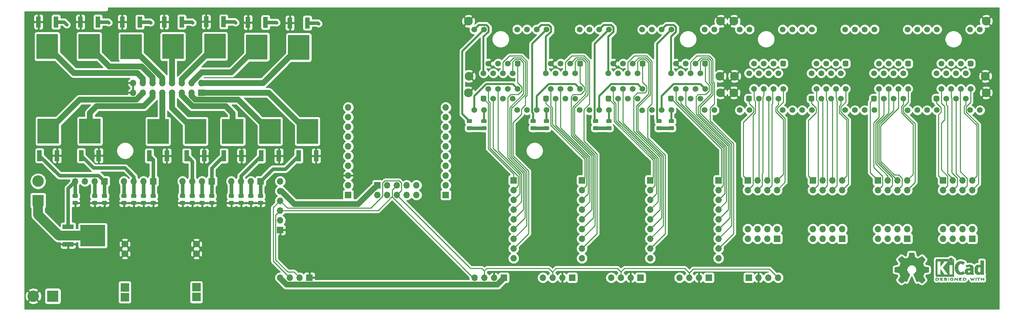
<source format=gbr>
%TF.GenerationSoftware,KiCad,Pcbnew,5.1.9-1.fc32*%
%TF.CreationDate,2021-03-28T01:57:51+02:00*%
%TF.ProjectId,lightController,6c696768-7443-46f6-9e74-726f6c6c6572,rev?*%
%TF.SameCoordinates,Original*%
%TF.FileFunction,Copper,L1,Top*%
%TF.FilePolarity,Positive*%
%FSLAX46Y46*%
G04 Gerber Fmt 4.6, Leading zero omitted, Abs format (unit mm)*
G04 Created by KiCad (PCBNEW 5.1.9-1.fc32) date 2021-03-28 01:57:51*
%MOMM*%
%LPD*%
G01*
G04 APERTURE LIST*
%TA.AperFunction,EtchedComponent*%
%ADD10C,0.010000*%
%TD*%
%TA.AperFunction,ComponentPad*%
%ADD11C,1.800000*%
%TD*%
%TA.AperFunction,ComponentPad*%
%ADD12R,2.200000X2.200000*%
%TD*%
%TA.AperFunction,ComponentPad*%
%ADD13C,1.500000*%
%TD*%
%TA.AperFunction,ComponentPad*%
%ADD14C,2.300000*%
%TD*%
%TA.AperFunction,SMDPad,CuDef*%
%ADD15R,1.250000X2.850000*%
%TD*%
%TA.AperFunction,SMDPad,CuDef*%
%ADD16R,5.550000X6.500000*%
%TD*%
%TA.AperFunction,ComponentPad*%
%ADD17O,1.700000X1.700000*%
%TD*%
%TA.AperFunction,ComponentPad*%
%ADD18R,1.700000X1.700000*%
%TD*%
%TA.AperFunction,ComponentPad*%
%ADD19C,3.000000*%
%TD*%
%TA.AperFunction,ComponentPad*%
%ADD20R,3.000000X3.000000*%
%TD*%
%TA.AperFunction,SMDPad,CuDef*%
%ADD21R,2.850000X1.250000*%
%TD*%
%TA.AperFunction,SMDPad,CuDef*%
%ADD22R,6.500000X5.550000*%
%TD*%
%TA.AperFunction,ViaPad*%
%ADD23C,0.800000*%
%TD*%
%TA.AperFunction,Conductor*%
%ADD24C,1.500000*%
%TD*%
%TA.AperFunction,Conductor*%
%ADD25C,0.250000*%
%TD*%
%TA.AperFunction,Conductor*%
%ADD26C,0.500000*%
%TD*%
%TA.AperFunction,Conductor*%
%ADD27C,0.900000*%
%TD*%
%TA.AperFunction,Conductor*%
%ADD28C,2.500000*%
%TD*%
%TA.AperFunction,Conductor*%
%ADD29C,0.254000*%
%TD*%
%TA.AperFunction,Conductor*%
%ADD30C,0.100000*%
%TD*%
G04 APERTURE END LIST*
D10*
%TO.C,REF\u002A\u002A*%
G36*
X251655356Y-116023607D02*
G01*
X251767938Y-116620798D01*
X252183351Y-116792045D01*
X252598765Y-116963292D01*
X253097122Y-116624413D01*
X253236689Y-116530057D01*
X253362849Y-116445810D01*
X253469716Y-116375518D01*
X253551403Y-116323027D01*
X253602022Y-116292184D01*
X253615807Y-116285533D01*
X253640641Y-116302638D01*
X253693709Y-116349924D01*
X253769061Y-116421352D01*
X253860750Y-116510880D01*
X253962828Y-116612469D01*
X254069347Y-116720078D01*
X254174357Y-116827667D01*
X254271912Y-116929195D01*
X254356063Y-117018621D01*
X254420861Y-117089906D01*
X254460358Y-117137008D01*
X254469801Y-117152772D01*
X254456212Y-117181833D01*
X254418114Y-117245501D01*
X254359514Y-117337547D01*
X254284418Y-117451744D01*
X254196829Y-117581864D01*
X254146075Y-117656081D01*
X254053566Y-117791602D01*
X253971361Y-117913896D01*
X253903451Y-118016875D01*
X253853821Y-118094453D01*
X253826461Y-118140541D01*
X253822350Y-118150227D01*
X253831670Y-118177754D01*
X253857075Y-118241908D01*
X253894732Y-118333670D01*
X253940807Y-118444019D01*
X253991467Y-118563935D01*
X254042880Y-118684399D01*
X254091210Y-118796389D01*
X254132627Y-118890887D01*
X254163295Y-118958872D01*
X254179382Y-118991323D01*
X254180332Y-118992600D01*
X254205593Y-118998797D01*
X254272866Y-119012620D01*
X254375181Y-119032712D01*
X254505562Y-119057714D01*
X254657037Y-119086266D01*
X254745414Y-119102731D01*
X254907273Y-119133549D01*
X255053470Y-119162874D01*
X255176608Y-119189101D01*
X255269290Y-119210626D01*
X255324122Y-119225845D01*
X255335144Y-119230673D01*
X255345939Y-119263354D01*
X255354650Y-119337165D01*
X255361281Y-119443472D01*
X255365839Y-119573647D01*
X255368330Y-119719056D01*
X255368759Y-119871070D01*
X255367132Y-120021057D01*
X255363456Y-120160386D01*
X255357736Y-120280425D01*
X255349978Y-120372545D01*
X255340189Y-120428112D01*
X255334317Y-120439680D01*
X255299220Y-120453545D01*
X255224849Y-120473368D01*
X255121044Y-120496819D01*
X254997640Y-120521571D01*
X254954562Y-120529578D01*
X254746868Y-120567621D01*
X254582805Y-120598259D01*
X254456951Y-120622709D01*
X254363886Y-120642189D01*
X254298188Y-120657916D01*
X254254438Y-120671108D01*
X254227213Y-120682984D01*
X254211093Y-120694760D01*
X254208838Y-120697088D01*
X254186324Y-120734580D01*
X254151979Y-120807545D01*
X254109232Y-120907047D01*
X254061513Y-121024153D01*
X254012251Y-121149928D01*
X253964876Y-121275437D01*
X253922816Y-121391745D01*
X253889501Y-121489919D01*
X253868362Y-121561023D01*
X253862826Y-121596122D01*
X253863287Y-121597352D01*
X253882044Y-121626041D01*
X253924597Y-121689165D01*
X253986474Y-121780153D01*
X254063203Y-121892435D01*
X254150312Y-122019440D01*
X254175119Y-122055533D01*
X254263573Y-122186383D01*
X254341409Y-122305771D01*
X254404387Y-122406842D01*
X254448266Y-122482739D01*
X254468806Y-122526607D01*
X254469801Y-122531997D01*
X254452543Y-122560324D01*
X254404856Y-122616441D01*
X254332871Y-122694317D01*
X254242718Y-122787920D01*
X254140526Y-122891221D01*
X254032426Y-122998186D01*
X253924549Y-123102786D01*
X253823025Y-123198989D01*
X253733983Y-123280764D01*
X253663554Y-123342080D01*
X253617868Y-123376906D01*
X253605230Y-123382592D01*
X253575812Y-123369200D01*
X253515582Y-123333079D01*
X253434350Y-123280316D01*
X253371851Y-123237847D01*
X253258606Y-123159920D01*
X253124495Y-123068164D01*
X252989976Y-122976555D01*
X252917654Y-122927526D01*
X252672859Y-122761950D01*
X252467371Y-122873055D01*
X252373757Y-122921728D01*
X252294151Y-122959561D01*
X252240288Y-122981138D01*
X252226578Y-122984141D01*
X252210091Y-122961973D01*
X252177566Y-122899329D01*
X252131429Y-122801989D01*
X252074111Y-122675729D01*
X252008037Y-122526330D01*
X251935636Y-122359568D01*
X251859337Y-122181222D01*
X251781567Y-121997071D01*
X251704755Y-121812892D01*
X251631327Y-121634465D01*
X251563713Y-121467567D01*
X251504341Y-121317977D01*
X251455637Y-121191473D01*
X251420031Y-121093834D01*
X251399951Y-121030837D01*
X251396721Y-121009201D01*
X251422317Y-120981604D01*
X251478359Y-120936805D01*
X251553132Y-120884114D01*
X251559408Y-120879945D01*
X251752666Y-120725249D01*
X251908495Y-120544771D01*
X252025545Y-120344282D01*
X252102466Y-120129554D01*
X252137907Y-119906357D01*
X252130518Y-119680461D01*
X252078948Y-119457639D01*
X251981847Y-119243659D01*
X251953279Y-119196844D01*
X251804689Y-119007798D01*
X251629148Y-118855992D01*
X251432731Y-118742214D01*
X251221514Y-118667255D01*
X251001574Y-118631902D01*
X250778984Y-118636947D01*
X250559822Y-118683179D01*
X250350163Y-118771386D01*
X250156082Y-118902359D01*
X250096047Y-118955517D01*
X249943256Y-119121919D01*
X249831918Y-119297092D01*
X249755544Y-119493446D01*
X249713008Y-119687897D01*
X249702507Y-119906522D01*
X249737521Y-120126232D01*
X249814494Y-120339600D01*
X249929868Y-120539202D01*
X250080086Y-120717609D01*
X250261594Y-120867397D01*
X250285448Y-120883186D01*
X250361022Y-120934892D01*
X250418472Y-120979692D01*
X250445938Y-121008297D01*
X250446338Y-121009201D01*
X250440441Y-121040144D01*
X250417066Y-121110371D01*
X250378642Y-121214105D01*
X250327598Y-121345570D01*
X250266363Y-121498987D01*
X250197365Y-121668581D01*
X250123034Y-121848573D01*
X250045799Y-122033188D01*
X249968089Y-122216648D01*
X249892332Y-122393176D01*
X249820958Y-122556994D01*
X249756395Y-122702327D01*
X249701073Y-122823397D01*
X249657421Y-122914427D01*
X249627867Y-122969640D01*
X249615965Y-122984141D01*
X249579598Y-122972849D01*
X249511551Y-122942565D01*
X249423557Y-122898700D01*
X249375171Y-122873055D01*
X249169684Y-122761950D01*
X248924889Y-122927526D01*
X248799927Y-123012350D01*
X248663116Y-123105696D01*
X248534909Y-123193588D01*
X248470692Y-123237847D01*
X248380372Y-123298498D01*
X248303892Y-123346561D01*
X248251228Y-123375950D01*
X248234123Y-123382162D01*
X248209226Y-123365403D01*
X248154126Y-123318616D01*
X248074164Y-123246660D01*
X247974681Y-123154392D01*
X247861021Y-123046670D01*
X247789136Y-122977506D01*
X247663372Y-122853937D01*
X247554684Y-122743414D01*
X247467466Y-122650665D01*
X247406110Y-122580417D01*
X247375012Y-122537400D01*
X247372029Y-122528670D01*
X247385874Y-122495464D01*
X247424133Y-122428322D01*
X247482562Y-122334043D01*
X247556918Y-122219425D01*
X247642956Y-122091263D01*
X247667423Y-122055533D01*
X247756575Y-121925669D01*
X247836559Y-121808749D01*
X247902901Y-121711342D01*
X247951132Y-121640019D01*
X247976778Y-121601350D01*
X247979256Y-121597352D01*
X247975550Y-121566535D01*
X247955882Y-121498779D01*
X247923681Y-121403019D01*
X247882376Y-121288189D01*
X247835396Y-121163224D01*
X247786170Y-121037059D01*
X247738129Y-120918628D01*
X247694702Y-120816865D01*
X247659317Y-120740706D01*
X247635405Y-120699084D01*
X247633705Y-120697088D01*
X247619083Y-120685193D01*
X247594386Y-120673430D01*
X247554193Y-120660581D01*
X247493084Y-120645429D01*
X247405638Y-120626756D01*
X247286433Y-120603345D01*
X247130048Y-120573977D01*
X246931064Y-120537435D01*
X246887981Y-120529578D01*
X246760291Y-120504907D01*
X246648974Y-120480773D01*
X246563866Y-120459504D01*
X246514804Y-120443428D01*
X246508226Y-120439680D01*
X246497385Y-120406453D01*
X246488574Y-120332201D01*
X246481797Y-120225556D01*
X246477061Y-120095147D01*
X246474371Y-119949607D01*
X246473734Y-119797566D01*
X246475155Y-119647656D01*
X246478641Y-119508508D01*
X246484197Y-119388752D01*
X246491829Y-119297021D01*
X246501543Y-119241946D01*
X246507399Y-119230673D01*
X246540001Y-119219303D01*
X246614239Y-119200804D01*
X246722717Y-119176782D01*
X246858038Y-119148842D01*
X247012806Y-119118588D01*
X247097128Y-119102731D01*
X247257117Y-119072824D01*
X247399788Y-119045730D01*
X247518169Y-119022811D01*
X247605286Y-119005423D01*
X247654166Y-118994927D01*
X247662211Y-118992600D01*
X247675808Y-118966366D01*
X247704550Y-118903175D01*
X247744606Y-118812057D01*
X247792145Y-118702037D01*
X247843336Y-118582145D01*
X247894347Y-118461407D01*
X247941347Y-118348851D01*
X247980505Y-118253506D01*
X248007990Y-118184397D01*
X248019970Y-118150554D01*
X248020193Y-118149075D01*
X248006612Y-118122377D01*
X247968536Y-118060940D01*
X247909968Y-117970869D01*
X247834909Y-117858270D01*
X247747361Y-117729250D01*
X247696468Y-117655141D01*
X247603730Y-117519257D01*
X247521362Y-117395889D01*
X247453382Y-117291277D01*
X247403809Y-117211663D01*
X247376663Y-117163287D01*
X247372742Y-117152442D01*
X247389596Y-117127200D01*
X247436189Y-117073304D01*
X247506569Y-116996793D01*
X247594786Y-116903703D01*
X247694886Y-116800075D01*
X247800919Y-116691944D01*
X247906932Y-116585350D01*
X248006973Y-116486330D01*
X248095091Y-116400922D01*
X248165334Y-116335165D01*
X248211749Y-116295096D01*
X248227277Y-116285533D01*
X248252560Y-116298980D01*
X248313032Y-116336755D01*
X248402813Y-116395015D01*
X248516024Y-116469914D01*
X248646784Y-116557605D01*
X248745420Y-116624413D01*
X249243778Y-116963292D01*
X249659191Y-116792045D01*
X250074605Y-116620798D01*
X250187187Y-116023607D01*
X250299770Y-115426415D01*
X251542773Y-115426415D01*
X251655356Y-116023607D01*
G37*
X251655356Y-116023607D02*
X251767938Y-116620798D01*
X252183351Y-116792045D01*
X252598765Y-116963292D01*
X253097122Y-116624413D01*
X253236689Y-116530057D01*
X253362849Y-116445810D01*
X253469716Y-116375518D01*
X253551403Y-116323027D01*
X253602022Y-116292184D01*
X253615807Y-116285533D01*
X253640641Y-116302638D01*
X253693709Y-116349924D01*
X253769061Y-116421352D01*
X253860750Y-116510880D01*
X253962828Y-116612469D01*
X254069347Y-116720078D01*
X254174357Y-116827667D01*
X254271912Y-116929195D01*
X254356063Y-117018621D01*
X254420861Y-117089906D01*
X254460358Y-117137008D01*
X254469801Y-117152772D01*
X254456212Y-117181833D01*
X254418114Y-117245501D01*
X254359514Y-117337547D01*
X254284418Y-117451744D01*
X254196829Y-117581864D01*
X254146075Y-117656081D01*
X254053566Y-117791602D01*
X253971361Y-117913896D01*
X253903451Y-118016875D01*
X253853821Y-118094453D01*
X253826461Y-118140541D01*
X253822350Y-118150227D01*
X253831670Y-118177754D01*
X253857075Y-118241908D01*
X253894732Y-118333670D01*
X253940807Y-118444019D01*
X253991467Y-118563935D01*
X254042880Y-118684399D01*
X254091210Y-118796389D01*
X254132627Y-118890887D01*
X254163295Y-118958872D01*
X254179382Y-118991323D01*
X254180332Y-118992600D01*
X254205593Y-118998797D01*
X254272866Y-119012620D01*
X254375181Y-119032712D01*
X254505562Y-119057714D01*
X254657037Y-119086266D01*
X254745414Y-119102731D01*
X254907273Y-119133549D01*
X255053470Y-119162874D01*
X255176608Y-119189101D01*
X255269290Y-119210626D01*
X255324122Y-119225845D01*
X255335144Y-119230673D01*
X255345939Y-119263354D01*
X255354650Y-119337165D01*
X255361281Y-119443472D01*
X255365839Y-119573647D01*
X255368330Y-119719056D01*
X255368759Y-119871070D01*
X255367132Y-120021057D01*
X255363456Y-120160386D01*
X255357736Y-120280425D01*
X255349978Y-120372545D01*
X255340189Y-120428112D01*
X255334317Y-120439680D01*
X255299220Y-120453545D01*
X255224849Y-120473368D01*
X255121044Y-120496819D01*
X254997640Y-120521571D01*
X254954562Y-120529578D01*
X254746868Y-120567621D01*
X254582805Y-120598259D01*
X254456951Y-120622709D01*
X254363886Y-120642189D01*
X254298188Y-120657916D01*
X254254438Y-120671108D01*
X254227213Y-120682984D01*
X254211093Y-120694760D01*
X254208838Y-120697088D01*
X254186324Y-120734580D01*
X254151979Y-120807545D01*
X254109232Y-120907047D01*
X254061513Y-121024153D01*
X254012251Y-121149928D01*
X253964876Y-121275437D01*
X253922816Y-121391745D01*
X253889501Y-121489919D01*
X253868362Y-121561023D01*
X253862826Y-121596122D01*
X253863287Y-121597352D01*
X253882044Y-121626041D01*
X253924597Y-121689165D01*
X253986474Y-121780153D01*
X254063203Y-121892435D01*
X254150312Y-122019440D01*
X254175119Y-122055533D01*
X254263573Y-122186383D01*
X254341409Y-122305771D01*
X254404387Y-122406842D01*
X254448266Y-122482739D01*
X254468806Y-122526607D01*
X254469801Y-122531997D01*
X254452543Y-122560324D01*
X254404856Y-122616441D01*
X254332871Y-122694317D01*
X254242718Y-122787920D01*
X254140526Y-122891221D01*
X254032426Y-122998186D01*
X253924549Y-123102786D01*
X253823025Y-123198989D01*
X253733983Y-123280764D01*
X253663554Y-123342080D01*
X253617868Y-123376906D01*
X253605230Y-123382592D01*
X253575812Y-123369200D01*
X253515582Y-123333079D01*
X253434350Y-123280316D01*
X253371851Y-123237847D01*
X253258606Y-123159920D01*
X253124495Y-123068164D01*
X252989976Y-122976555D01*
X252917654Y-122927526D01*
X252672859Y-122761950D01*
X252467371Y-122873055D01*
X252373757Y-122921728D01*
X252294151Y-122959561D01*
X252240288Y-122981138D01*
X252226578Y-122984141D01*
X252210091Y-122961973D01*
X252177566Y-122899329D01*
X252131429Y-122801989D01*
X252074111Y-122675729D01*
X252008037Y-122526330D01*
X251935636Y-122359568D01*
X251859337Y-122181222D01*
X251781567Y-121997071D01*
X251704755Y-121812892D01*
X251631327Y-121634465D01*
X251563713Y-121467567D01*
X251504341Y-121317977D01*
X251455637Y-121191473D01*
X251420031Y-121093834D01*
X251399951Y-121030837D01*
X251396721Y-121009201D01*
X251422317Y-120981604D01*
X251478359Y-120936805D01*
X251553132Y-120884114D01*
X251559408Y-120879945D01*
X251752666Y-120725249D01*
X251908495Y-120544771D01*
X252025545Y-120344282D01*
X252102466Y-120129554D01*
X252137907Y-119906357D01*
X252130518Y-119680461D01*
X252078948Y-119457639D01*
X251981847Y-119243659D01*
X251953279Y-119196844D01*
X251804689Y-119007798D01*
X251629148Y-118855992D01*
X251432731Y-118742214D01*
X251221514Y-118667255D01*
X251001574Y-118631902D01*
X250778984Y-118636947D01*
X250559822Y-118683179D01*
X250350163Y-118771386D01*
X250156082Y-118902359D01*
X250096047Y-118955517D01*
X249943256Y-119121919D01*
X249831918Y-119297092D01*
X249755544Y-119493446D01*
X249713008Y-119687897D01*
X249702507Y-119906522D01*
X249737521Y-120126232D01*
X249814494Y-120339600D01*
X249929868Y-120539202D01*
X250080086Y-120717609D01*
X250261594Y-120867397D01*
X250285448Y-120883186D01*
X250361022Y-120934892D01*
X250418472Y-120979692D01*
X250445938Y-121008297D01*
X250446338Y-121009201D01*
X250440441Y-121040144D01*
X250417066Y-121110371D01*
X250378642Y-121214105D01*
X250327598Y-121345570D01*
X250266363Y-121498987D01*
X250197365Y-121668581D01*
X250123034Y-121848573D01*
X250045799Y-122033188D01*
X249968089Y-122216648D01*
X249892332Y-122393176D01*
X249820958Y-122556994D01*
X249756395Y-122702327D01*
X249701073Y-122823397D01*
X249657421Y-122914427D01*
X249627867Y-122969640D01*
X249615965Y-122984141D01*
X249579598Y-122972849D01*
X249511551Y-122942565D01*
X249423557Y-122898700D01*
X249375171Y-122873055D01*
X249169684Y-122761950D01*
X248924889Y-122927526D01*
X248799927Y-123012350D01*
X248663116Y-123105696D01*
X248534909Y-123193588D01*
X248470692Y-123237847D01*
X248380372Y-123298498D01*
X248303892Y-123346561D01*
X248251228Y-123375950D01*
X248234123Y-123382162D01*
X248209226Y-123365403D01*
X248154126Y-123318616D01*
X248074164Y-123246660D01*
X247974681Y-123154392D01*
X247861021Y-123046670D01*
X247789136Y-122977506D01*
X247663372Y-122853937D01*
X247554684Y-122743414D01*
X247467466Y-122650665D01*
X247406110Y-122580417D01*
X247375012Y-122537400D01*
X247372029Y-122528670D01*
X247385874Y-122495464D01*
X247424133Y-122428322D01*
X247482562Y-122334043D01*
X247556918Y-122219425D01*
X247642956Y-122091263D01*
X247667423Y-122055533D01*
X247756575Y-121925669D01*
X247836559Y-121808749D01*
X247902901Y-121711342D01*
X247951132Y-121640019D01*
X247976778Y-121601350D01*
X247979256Y-121597352D01*
X247975550Y-121566535D01*
X247955882Y-121498779D01*
X247923681Y-121403019D01*
X247882376Y-121288189D01*
X247835396Y-121163224D01*
X247786170Y-121037059D01*
X247738129Y-120918628D01*
X247694702Y-120816865D01*
X247659317Y-120740706D01*
X247635405Y-120699084D01*
X247633705Y-120697088D01*
X247619083Y-120685193D01*
X247594386Y-120673430D01*
X247554193Y-120660581D01*
X247493084Y-120645429D01*
X247405638Y-120626756D01*
X247286433Y-120603345D01*
X247130048Y-120573977D01*
X246931064Y-120537435D01*
X246887981Y-120529578D01*
X246760291Y-120504907D01*
X246648974Y-120480773D01*
X246563866Y-120459504D01*
X246514804Y-120443428D01*
X246508226Y-120439680D01*
X246497385Y-120406453D01*
X246488574Y-120332201D01*
X246481797Y-120225556D01*
X246477061Y-120095147D01*
X246474371Y-119949607D01*
X246473734Y-119797566D01*
X246475155Y-119647656D01*
X246478641Y-119508508D01*
X246484197Y-119388752D01*
X246491829Y-119297021D01*
X246501543Y-119241946D01*
X246507399Y-119230673D01*
X246540001Y-119219303D01*
X246614239Y-119200804D01*
X246722717Y-119176782D01*
X246858038Y-119148842D01*
X247012806Y-119118588D01*
X247097128Y-119102731D01*
X247257117Y-119072824D01*
X247399788Y-119045730D01*
X247518169Y-119022811D01*
X247605286Y-119005423D01*
X247654166Y-118994927D01*
X247662211Y-118992600D01*
X247675808Y-118966366D01*
X247704550Y-118903175D01*
X247744606Y-118812057D01*
X247792145Y-118702037D01*
X247843336Y-118582145D01*
X247894347Y-118461407D01*
X247941347Y-118348851D01*
X247980505Y-118253506D01*
X248007990Y-118184397D01*
X248019970Y-118150554D01*
X248020193Y-118149075D01*
X248006612Y-118122377D01*
X247968536Y-118060940D01*
X247909968Y-117970869D01*
X247834909Y-117858270D01*
X247747361Y-117729250D01*
X247696468Y-117655141D01*
X247603730Y-117519257D01*
X247521362Y-117395889D01*
X247453382Y-117291277D01*
X247403809Y-117211663D01*
X247376663Y-117163287D01*
X247372742Y-117152442D01*
X247389596Y-117127200D01*
X247436189Y-117073304D01*
X247506569Y-116996793D01*
X247594786Y-116903703D01*
X247694886Y-116800075D01*
X247800919Y-116691944D01*
X247906932Y-116585350D01*
X248006973Y-116486330D01*
X248095091Y-116400922D01*
X248165334Y-116335165D01*
X248211749Y-116295096D01*
X248227277Y-116285533D01*
X248252560Y-116298980D01*
X248313032Y-116336755D01*
X248402813Y-116395015D01*
X248516024Y-116469914D01*
X248646784Y-116557605D01*
X248745420Y-116624413D01*
X249243778Y-116963292D01*
X249659191Y-116792045D01*
X250074605Y-116620798D01*
X250187187Y-116023607D01*
X250299770Y-115426415D01*
X251542773Y-115426415D01*
X251655356Y-116023607D01*
G36*
X260504940Y-117143374D02*
G01*
X260515805Y-117257313D01*
X260547422Y-117364936D01*
X260598325Y-117463935D01*
X260667047Y-117552004D01*
X260752121Y-117626836D01*
X260849108Y-117684704D01*
X260955376Y-117724325D01*
X261062390Y-117742893D01*
X261168040Y-117741754D01*
X261270215Y-117722250D01*
X261366806Y-117685726D01*
X261455702Y-117633525D01*
X261534794Y-117566993D01*
X261601971Y-117487472D01*
X261655123Y-117396307D01*
X261692141Y-117294843D01*
X261710913Y-117184422D01*
X261712851Y-117134526D01*
X261712851Y-117046587D01*
X261764780Y-117046587D01*
X261801087Y-117049431D01*
X261827985Y-117061231D01*
X261855091Y-117084969D01*
X261893473Y-117123351D01*
X261893473Y-119314922D01*
X261893464Y-119577059D01*
X261893432Y-119817561D01*
X261893368Y-120037368D01*
X261893264Y-120237421D01*
X261893113Y-120418664D01*
X261892906Y-120582036D01*
X261892634Y-120728480D01*
X261892290Y-120858937D01*
X261891866Y-120974349D01*
X261891353Y-121075658D01*
X261890743Y-121163804D01*
X261890028Y-121239730D01*
X261889200Y-121304377D01*
X261888251Y-121358687D01*
X261887173Y-121403600D01*
X261885957Y-121440060D01*
X261884595Y-121469007D01*
X261883079Y-121491383D01*
X261881402Y-121508129D01*
X261879554Y-121520188D01*
X261877527Y-121528500D01*
X261875315Y-121534007D01*
X261874232Y-121535857D01*
X261870069Y-121542869D01*
X261866535Y-121549316D01*
X261862705Y-121555220D01*
X261857658Y-121560606D01*
X261850469Y-121565498D01*
X261840217Y-121569918D01*
X261825976Y-121573892D01*
X261806826Y-121577441D01*
X261781841Y-121580590D01*
X261750100Y-121583362D01*
X261710678Y-121585781D01*
X261662654Y-121587871D01*
X261605103Y-121589655D01*
X261537103Y-121591157D01*
X261457730Y-121592400D01*
X261366061Y-121593409D01*
X261261174Y-121594205D01*
X261142144Y-121594814D01*
X261008050Y-121595259D01*
X260857967Y-121595563D01*
X260690973Y-121595750D01*
X260506144Y-121595844D01*
X260302557Y-121595868D01*
X260079290Y-121595845D01*
X259835418Y-121595800D01*
X259570019Y-121595757D01*
X259531636Y-121595752D01*
X259264658Y-121595709D01*
X259019338Y-121595638D01*
X258794757Y-121595533D01*
X258589995Y-121595386D01*
X258404134Y-121595189D01*
X258236252Y-121594936D01*
X258085432Y-121594620D01*
X257950753Y-121594233D01*
X257831296Y-121593767D01*
X257726141Y-121593217D01*
X257634369Y-121592573D01*
X257555061Y-121591831D01*
X257487297Y-121590981D01*
X257430158Y-121590017D01*
X257382723Y-121588931D01*
X257344074Y-121587717D01*
X257313291Y-121586367D01*
X257289455Y-121584875D01*
X257271646Y-121583231D01*
X257258945Y-121581431D01*
X257250432Y-121579465D01*
X257246074Y-121577797D01*
X257237612Y-121574226D01*
X257229843Y-121571590D01*
X257222738Y-121568954D01*
X257216267Y-121565382D01*
X257210401Y-121559941D01*
X257205111Y-121551695D01*
X257200366Y-121539710D01*
X257196138Y-121523051D01*
X257192397Y-121500783D01*
X257189113Y-121471972D01*
X257186257Y-121435683D01*
X257183800Y-121390981D01*
X257181711Y-121336931D01*
X257179962Y-121272599D01*
X257178523Y-121197050D01*
X257177364Y-121109350D01*
X257176457Y-121008563D01*
X257175771Y-120893754D01*
X257175277Y-120763990D01*
X257174945Y-120618335D01*
X257174747Y-120455855D01*
X257174653Y-120275615D01*
X257174632Y-120076680D01*
X257174655Y-119858116D01*
X257174694Y-119618988D01*
X257174718Y-119358360D01*
X257174718Y-119316209D01*
X257174704Y-119053312D01*
X257174679Y-118812052D01*
X257174669Y-118591485D01*
X257174698Y-118390672D01*
X257174792Y-118208669D01*
X257174978Y-118044536D01*
X257175281Y-117897331D01*
X257175726Y-117766112D01*
X257176306Y-117656187D01*
X257479143Y-117656187D01*
X257518933Y-117714031D01*
X257530104Y-117729799D01*
X257540174Y-117743761D01*
X257549202Y-117757104D01*
X257557243Y-117771013D01*
X257564354Y-117786676D01*
X257570593Y-117805278D01*
X257576015Y-117828006D01*
X257580678Y-117856047D01*
X257584639Y-117890587D01*
X257587955Y-117932812D01*
X257590681Y-117983909D01*
X257592876Y-118045064D01*
X257594595Y-118117464D01*
X257595896Y-118202295D01*
X257596835Y-118300742D01*
X257597470Y-118413994D01*
X257597856Y-118543236D01*
X257598052Y-118689654D01*
X257598113Y-118854436D01*
X257598097Y-119038767D01*
X257598060Y-119243833D01*
X257598051Y-119366453D01*
X257598075Y-119583402D01*
X257598109Y-119778962D01*
X257598097Y-119954319D01*
X257597982Y-120110661D01*
X257597710Y-120249177D01*
X257597222Y-120371054D01*
X257596464Y-120477480D01*
X257595378Y-120569642D01*
X257593909Y-120648729D01*
X257592000Y-120715928D01*
X257589596Y-120772427D01*
X257586639Y-120819413D01*
X257583074Y-120858075D01*
X257578845Y-120889600D01*
X257573894Y-120915175D01*
X257568167Y-120935990D01*
X257561607Y-120953231D01*
X257554157Y-120968085D01*
X257545761Y-120981742D01*
X257536364Y-120995389D01*
X257525908Y-121010213D01*
X257519817Y-121019103D01*
X257481044Y-121076720D01*
X258012608Y-121076720D01*
X258135857Y-121076685D01*
X258238353Y-121076535D01*
X258321920Y-121076198D01*
X258388384Y-121075606D01*
X258439569Y-121074687D01*
X258477299Y-121073371D01*
X258503400Y-121071589D01*
X258519696Y-121069271D01*
X258528012Y-121066346D01*
X258530172Y-121062744D01*
X258528001Y-121058395D01*
X258526805Y-121056965D01*
X258501655Y-121019893D01*
X258475757Y-120967092D01*
X258452148Y-120905090D01*
X258443879Y-120878677D01*
X258439262Y-120860736D01*
X258435361Y-120839675D01*
X258432092Y-120813409D01*
X258429374Y-120779852D01*
X258427125Y-120736919D01*
X258425263Y-120682524D01*
X258423704Y-120614582D01*
X258422368Y-120531008D01*
X258421171Y-120429715D01*
X258420032Y-120308620D01*
X258419655Y-120263920D01*
X258418638Y-120138769D01*
X258417880Y-120034402D01*
X258417437Y-119949027D01*
X258417370Y-119880853D01*
X258417735Y-119828085D01*
X258418592Y-119788934D01*
X258419999Y-119761605D01*
X258422015Y-119744306D01*
X258424697Y-119735246D01*
X258428104Y-119732632D01*
X258432296Y-119734671D01*
X258436769Y-119738987D01*
X258447124Y-119751922D01*
X258469182Y-119780996D01*
X258501383Y-119824079D01*
X258542166Y-119879038D01*
X258589970Y-119943743D01*
X258643235Y-120016062D01*
X258700400Y-120093864D01*
X258759903Y-120175018D01*
X258820185Y-120257392D01*
X258879685Y-120338856D01*
X258936842Y-120417277D01*
X258990095Y-120490524D01*
X259037883Y-120556467D01*
X259078647Y-120612974D01*
X259110824Y-120657913D01*
X259132855Y-120689154D01*
X259137423Y-120695786D01*
X259160344Y-120732689D01*
X259187152Y-120780679D01*
X259212551Y-120830217D01*
X259215772Y-120836897D01*
X259237450Y-120885092D01*
X259250036Y-120922654D01*
X259255766Y-120958480D01*
X259256884Y-121000520D01*
X259256250Y-121076720D01*
X260410689Y-121076720D01*
X260319525Y-120982989D01*
X260272728Y-120933095D01*
X260222441Y-120876615D01*
X260176396Y-120822346D01*
X260155971Y-120796993D01*
X260125533Y-120757448D01*
X260085478Y-120704236D01*
X260036979Y-120638987D01*
X259981205Y-120563331D01*
X259919329Y-120478897D01*
X259852521Y-120387314D01*
X259781953Y-120290212D01*
X259708795Y-120189221D01*
X259634219Y-120085970D01*
X259559396Y-119982088D01*
X259485497Y-119879205D01*
X259413694Y-119778951D01*
X259345156Y-119682956D01*
X259281056Y-119592847D01*
X259222565Y-119510256D01*
X259170854Y-119436812D01*
X259127093Y-119374144D01*
X259092455Y-119323881D01*
X259068110Y-119287654D01*
X259055229Y-119267091D01*
X259053471Y-119262988D01*
X259061430Y-119251662D01*
X259082225Y-119224482D01*
X259114493Y-119183149D01*
X259156870Y-119129364D01*
X259207993Y-119064826D01*
X259266499Y-118991238D01*
X259331026Y-118910298D01*
X259400209Y-118823708D01*
X259472687Y-118733168D01*
X259547094Y-118640380D01*
X259606823Y-118566022D01*
X260617829Y-118566022D01*
X260623738Y-118578979D01*
X260638068Y-118601228D01*
X260639115Y-118602711D01*
X260657902Y-118632864D01*
X260677549Y-118669695D01*
X260681448Y-118677831D01*
X260684984Y-118686260D01*
X260688110Y-118696379D01*
X260690854Y-118709580D01*
X260693248Y-118727258D01*
X260695321Y-118750804D01*
X260697105Y-118781613D01*
X260698628Y-118821077D01*
X260699921Y-118870589D01*
X260701014Y-118931543D01*
X260701937Y-119005331D01*
X260702721Y-119093348D01*
X260703395Y-119196985D01*
X260703990Y-119317636D01*
X260704535Y-119456694D01*
X260705061Y-119615552D01*
X260705595Y-119794409D01*
X260706134Y-119979527D01*
X260706568Y-120143465D01*
X260706831Y-120287623D01*
X260706856Y-120413399D01*
X260706575Y-120522191D01*
X260705921Y-120615397D01*
X260704826Y-120694417D01*
X260703222Y-120760648D01*
X260701043Y-120815490D01*
X260698221Y-120860341D01*
X260694689Y-120896598D01*
X260690379Y-120925661D01*
X260685223Y-120948929D01*
X260679155Y-120967799D01*
X260672107Y-120983671D01*
X260664011Y-120997942D01*
X260654800Y-121012011D01*
X260646300Y-121024478D01*
X260629164Y-121050772D01*
X260619018Y-121068357D01*
X260617829Y-121071577D01*
X260628736Y-121072654D01*
X260659929Y-121073655D01*
X260709117Y-121074555D01*
X260774007Y-121075330D01*
X260852310Y-121075957D01*
X260941733Y-121076411D01*
X261039984Y-121076669D01*
X261108895Y-121076720D01*
X261213888Y-121076500D01*
X261310730Y-121075868D01*
X261397233Y-121074869D01*
X261471208Y-121073547D01*
X261530466Y-121071946D01*
X261572820Y-121070111D01*
X261596080Y-121068085D01*
X261599962Y-121066813D01*
X261592264Y-121051911D01*
X261584266Y-121043880D01*
X261571094Y-121026754D01*
X261553855Y-120996503D01*
X261541933Y-120971942D01*
X261515295Y-120913031D01*
X261512220Y-119736165D01*
X261509145Y-118559298D01*
X261063487Y-118559298D01*
X260965670Y-118559462D01*
X260875276Y-118559931D01*
X260794710Y-118560667D01*
X260726378Y-118561636D01*
X260672684Y-118562800D01*
X260636035Y-118564123D01*
X260618836Y-118565569D01*
X260617829Y-118566022D01*
X259606823Y-118566022D01*
X259622070Y-118547042D01*
X259696250Y-118454857D01*
X259768271Y-118365524D01*
X259836771Y-118280744D01*
X259900385Y-118202218D01*
X259957752Y-118131646D01*
X260007507Y-118070729D01*
X260048288Y-118021167D01*
X260065452Y-118000498D01*
X260151744Y-117899836D01*
X260228343Y-117816579D01*
X260297157Y-117748758D01*
X260360092Y-117694409D01*
X260369473Y-117687042D01*
X260408984Y-117656437D01*
X259277224Y-117656187D01*
X259282513Y-117704164D01*
X259279210Y-117761508D01*
X259257679Y-117829783D01*
X259217705Y-117909532D01*
X259172397Y-117981815D01*
X259156179Y-118004460D01*
X259128126Y-118042016D01*
X259089910Y-118092341D01*
X259043203Y-118153293D01*
X258989679Y-118222731D01*
X258931009Y-118298514D01*
X258868865Y-118378500D01*
X258804919Y-118460548D01*
X258740845Y-118542516D01*
X258678313Y-118622263D01*
X258618997Y-118697647D01*
X258564569Y-118766527D01*
X258516701Y-118826762D01*
X258477065Y-118876209D01*
X258447334Y-118912728D01*
X258429179Y-118934178D01*
X258426120Y-118937476D01*
X258423261Y-118929469D01*
X258421047Y-118899175D01*
X258419483Y-118846876D01*
X258418573Y-118772851D01*
X258418320Y-118677383D01*
X258418727Y-118560754D01*
X258419636Y-118440765D01*
X258420958Y-118308653D01*
X258422483Y-118196914D01*
X258424459Y-118103345D01*
X258427134Y-118025739D01*
X258430758Y-117961894D01*
X258435579Y-117909603D01*
X258441846Y-117866664D01*
X258449808Y-117830871D01*
X258459713Y-117800020D01*
X258471809Y-117771906D01*
X258486347Y-117744325D01*
X258501029Y-117719286D01*
X258539026Y-117656187D01*
X257479143Y-117656187D01*
X257176306Y-117656187D01*
X257176339Y-117649937D01*
X257177145Y-117547864D01*
X257178170Y-117458953D01*
X257179440Y-117382261D01*
X257180980Y-117316847D01*
X257182816Y-117261769D01*
X257184973Y-117216085D01*
X257187477Y-117178854D01*
X257190353Y-117149133D01*
X257193627Y-117125982D01*
X257197325Y-117108459D01*
X257201471Y-117095621D01*
X257206093Y-117086528D01*
X257211214Y-117080238D01*
X257216862Y-117075808D01*
X257223061Y-117072298D01*
X257229836Y-117068765D01*
X257235832Y-117065196D01*
X257241065Y-117062620D01*
X257249241Y-117060292D01*
X257261454Y-117058198D01*
X257278799Y-117056327D01*
X257302371Y-117054667D01*
X257333263Y-117053204D01*
X257372572Y-117051928D01*
X257421390Y-117050824D01*
X257480813Y-117049881D01*
X257551936Y-117049087D01*
X257635852Y-117048429D01*
X257733657Y-117047895D01*
X257846446Y-117047473D01*
X257975311Y-117047149D01*
X258121349Y-117046912D01*
X258285654Y-117046750D01*
X258469320Y-117046650D01*
X258673443Y-117046600D01*
X258884587Y-117046587D01*
X260504940Y-117046587D01*
X260504940Y-117143374D01*
G37*
X260504940Y-117143374D02*
X260515805Y-117257313D01*
X260547422Y-117364936D01*
X260598325Y-117463935D01*
X260667047Y-117552004D01*
X260752121Y-117626836D01*
X260849108Y-117684704D01*
X260955376Y-117724325D01*
X261062390Y-117742893D01*
X261168040Y-117741754D01*
X261270215Y-117722250D01*
X261366806Y-117685726D01*
X261455702Y-117633525D01*
X261534794Y-117566993D01*
X261601971Y-117487472D01*
X261655123Y-117396307D01*
X261692141Y-117294843D01*
X261710913Y-117184422D01*
X261712851Y-117134526D01*
X261712851Y-117046587D01*
X261764780Y-117046587D01*
X261801087Y-117049431D01*
X261827985Y-117061231D01*
X261855091Y-117084969D01*
X261893473Y-117123351D01*
X261893473Y-119314922D01*
X261893464Y-119577059D01*
X261893432Y-119817561D01*
X261893368Y-120037368D01*
X261893264Y-120237421D01*
X261893113Y-120418664D01*
X261892906Y-120582036D01*
X261892634Y-120728480D01*
X261892290Y-120858937D01*
X261891866Y-120974349D01*
X261891353Y-121075658D01*
X261890743Y-121163804D01*
X261890028Y-121239730D01*
X261889200Y-121304377D01*
X261888251Y-121358687D01*
X261887173Y-121403600D01*
X261885957Y-121440060D01*
X261884595Y-121469007D01*
X261883079Y-121491383D01*
X261881402Y-121508129D01*
X261879554Y-121520188D01*
X261877527Y-121528500D01*
X261875315Y-121534007D01*
X261874232Y-121535857D01*
X261870069Y-121542869D01*
X261866535Y-121549316D01*
X261862705Y-121555220D01*
X261857658Y-121560606D01*
X261850469Y-121565498D01*
X261840217Y-121569918D01*
X261825976Y-121573892D01*
X261806826Y-121577441D01*
X261781841Y-121580590D01*
X261750100Y-121583362D01*
X261710678Y-121585781D01*
X261662654Y-121587871D01*
X261605103Y-121589655D01*
X261537103Y-121591157D01*
X261457730Y-121592400D01*
X261366061Y-121593409D01*
X261261174Y-121594205D01*
X261142144Y-121594814D01*
X261008050Y-121595259D01*
X260857967Y-121595563D01*
X260690973Y-121595750D01*
X260506144Y-121595844D01*
X260302557Y-121595868D01*
X260079290Y-121595845D01*
X259835418Y-121595800D01*
X259570019Y-121595757D01*
X259531636Y-121595752D01*
X259264658Y-121595709D01*
X259019338Y-121595638D01*
X258794757Y-121595533D01*
X258589995Y-121595386D01*
X258404134Y-121595189D01*
X258236252Y-121594936D01*
X258085432Y-121594620D01*
X257950753Y-121594233D01*
X257831296Y-121593767D01*
X257726141Y-121593217D01*
X257634369Y-121592573D01*
X257555061Y-121591831D01*
X257487297Y-121590981D01*
X257430158Y-121590017D01*
X257382723Y-121588931D01*
X257344074Y-121587717D01*
X257313291Y-121586367D01*
X257289455Y-121584875D01*
X257271646Y-121583231D01*
X257258945Y-121581431D01*
X257250432Y-121579465D01*
X257246074Y-121577797D01*
X257237612Y-121574226D01*
X257229843Y-121571590D01*
X257222738Y-121568954D01*
X257216267Y-121565382D01*
X257210401Y-121559941D01*
X257205111Y-121551695D01*
X257200366Y-121539710D01*
X257196138Y-121523051D01*
X257192397Y-121500783D01*
X257189113Y-121471972D01*
X257186257Y-121435683D01*
X257183800Y-121390981D01*
X257181711Y-121336931D01*
X257179962Y-121272599D01*
X257178523Y-121197050D01*
X257177364Y-121109350D01*
X257176457Y-121008563D01*
X257175771Y-120893754D01*
X257175277Y-120763990D01*
X257174945Y-120618335D01*
X257174747Y-120455855D01*
X257174653Y-120275615D01*
X257174632Y-120076680D01*
X257174655Y-119858116D01*
X257174694Y-119618988D01*
X257174718Y-119358360D01*
X257174718Y-119316209D01*
X257174704Y-119053312D01*
X257174679Y-118812052D01*
X257174669Y-118591485D01*
X257174698Y-118390672D01*
X257174792Y-118208669D01*
X257174978Y-118044536D01*
X257175281Y-117897331D01*
X257175726Y-117766112D01*
X257176306Y-117656187D01*
X257479143Y-117656187D01*
X257518933Y-117714031D01*
X257530104Y-117729799D01*
X257540174Y-117743761D01*
X257549202Y-117757104D01*
X257557243Y-117771013D01*
X257564354Y-117786676D01*
X257570593Y-117805278D01*
X257576015Y-117828006D01*
X257580678Y-117856047D01*
X257584639Y-117890587D01*
X257587955Y-117932812D01*
X257590681Y-117983909D01*
X257592876Y-118045064D01*
X257594595Y-118117464D01*
X257595896Y-118202295D01*
X257596835Y-118300742D01*
X257597470Y-118413994D01*
X257597856Y-118543236D01*
X257598052Y-118689654D01*
X257598113Y-118854436D01*
X257598097Y-119038767D01*
X257598060Y-119243833D01*
X257598051Y-119366453D01*
X257598075Y-119583402D01*
X257598109Y-119778962D01*
X257598097Y-119954319D01*
X257597982Y-120110661D01*
X257597710Y-120249177D01*
X257597222Y-120371054D01*
X257596464Y-120477480D01*
X257595378Y-120569642D01*
X257593909Y-120648729D01*
X257592000Y-120715928D01*
X257589596Y-120772427D01*
X257586639Y-120819413D01*
X257583074Y-120858075D01*
X257578845Y-120889600D01*
X257573894Y-120915175D01*
X257568167Y-120935990D01*
X257561607Y-120953231D01*
X257554157Y-120968085D01*
X257545761Y-120981742D01*
X257536364Y-120995389D01*
X257525908Y-121010213D01*
X257519817Y-121019103D01*
X257481044Y-121076720D01*
X258012608Y-121076720D01*
X258135857Y-121076685D01*
X258238353Y-121076535D01*
X258321920Y-121076198D01*
X258388384Y-121075606D01*
X258439569Y-121074687D01*
X258477299Y-121073371D01*
X258503400Y-121071589D01*
X258519696Y-121069271D01*
X258528012Y-121066346D01*
X258530172Y-121062744D01*
X258528001Y-121058395D01*
X258526805Y-121056965D01*
X258501655Y-121019893D01*
X258475757Y-120967092D01*
X258452148Y-120905090D01*
X258443879Y-120878677D01*
X258439262Y-120860736D01*
X258435361Y-120839675D01*
X258432092Y-120813409D01*
X258429374Y-120779852D01*
X258427125Y-120736919D01*
X258425263Y-120682524D01*
X258423704Y-120614582D01*
X258422368Y-120531008D01*
X258421171Y-120429715D01*
X258420032Y-120308620D01*
X258419655Y-120263920D01*
X258418638Y-120138769D01*
X258417880Y-120034402D01*
X258417437Y-119949027D01*
X258417370Y-119880853D01*
X258417735Y-119828085D01*
X258418592Y-119788934D01*
X258419999Y-119761605D01*
X258422015Y-119744306D01*
X258424697Y-119735246D01*
X258428104Y-119732632D01*
X258432296Y-119734671D01*
X258436769Y-119738987D01*
X258447124Y-119751922D01*
X258469182Y-119780996D01*
X258501383Y-119824079D01*
X258542166Y-119879038D01*
X258589970Y-119943743D01*
X258643235Y-120016062D01*
X258700400Y-120093864D01*
X258759903Y-120175018D01*
X258820185Y-120257392D01*
X258879685Y-120338856D01*
X258936842Y-120417277D01*
X258990095Y-120490524D01*
X259037883Y-120556467D01*
X259078647Y-120612974D01*
X259110824Y-120657913D01*
X259132855Y-120689154D01*
X259137423Y-120695786D01*
X259160344Y-120732689D01*
X259187152Y-120780679D01*
X259212551Y-120830217D01*
X259215772Y-120836897D01*
X259237450Y-120885092D01*
X259250036Y-120922654D01*
X259255766Y-120958480D01*
X259256884Y-121000520D01*
X259256250Y-121076720D01*
X260410689Y-121076720D01*
X260319525Y-120982989D01*
X260272728Y-120933095D01*
X260222441Y-120876615D01*
X260176396Y-120822346D01*
X260155971Y-120796993D01*
X260125533Y-120757448D01*
X260085478Y-120704236D01*
X260036979Y-120638987D01*
X259981205Y-120563331D01*
X259919329Y-120478897D01*
X259852521Y-120387314D01*
X259781953Y-120290212D01*
X259708795Y-120189221D01*
X259634219Y-120085970D01*
X259559396Y-119982088D01*
X259485497Y-119879205D01*
X259413694Y-119778951D01*
X259345156Y-119682956D01*
X259281056Y-119592847D01*
X259222565Y-119510256D01*
X259170854Y-119436812D01*
X259127093Y-119374144D01*
X259092455Y-119323881D01*
X259068110Y-119287654D01*
X259055229Y-119267091D01*
X259053471Y-119262988D01*
X259061430Y-119251662D01*
X259082225Y-119224482D01*
X259114493Y-119183149D01*
X259156870Y-119129364D01*
X259207993Y-119064826D01*
X259266499Y-118991238D01*
X259331026Y-118910298D01*
X259400209Y-118823708D01*
X259472687Y-118733168D01*
X259547094Y-118640380D01*
X259606823Y-118566022D01*
X260617829Y-118566022D01*
X260623738Y-118578979D01*
X260638068Y-118601228D01*
X260639115Y-118602711D01*
X260657902Y-118632864D01*
X260677549Y-118669695D01*
X260681448Y-118677831D01*
X260684984Y-118686260D01*
X260688110Y-118696379D01*
X260690854Y-118709580D01*
X260693248Y-118727258D01*
X260695321Y-118750804D01*
X260697105Y-118781613D01*
X260698628Y-118821077D01*
X260699921Y-118870589D01*
X260701014Y-118931543D01*
X260701937Y-119005331D01*
X260702721Y-119093348D01*
X260703395Y-119196985D01*
X260703990Y-119317636D01*
X260704535Y-119456694D01*
X260705061Y-119615552D01*
X260705595Y-119794409D01*
X260706134Y-119979527D01*
X260706568Y-120143465D01*
X260706831Y-120287623D01*
X260706856Y-120413399D01*
X260706575Y-120522191D01*
X260705921Y-120615397D01*
X260704826Y-120694417D01*
X260703222Y-120760648D01*
X260701043Y-120815490D01*
X260698221Y-120860341D01*
X260694689Y-120896598D01*
X260690379Y-120925661D01*
X260685223Y-120948929D01*
X260679155Y-120967799D01*
X260672107Y-120983671D01*
X260664011Y-120997942D01*
X260654800Y-121012011D01*
X260646300Y-121024478D01*
X260629164Y-121050772D01*
X260619018Y-121068357D01*
X260617829Y-121071577D01*
X260628736Y-121072654D01*
X260659929Y-121073655D01*
X260709117Y-121074555D01*
X260774007Y-121075330D01*
X260852310Y-121075957D01*
X260941733Y-121076411D01*
X261039984Y-121076669D01*
X261108895Y-121076720D01*
X261213888Y-121076500D01*
X261310730Y-121075868D01*
X261397233Y-121074869D01*
X261471208Y-121073547D01*
X261530466Y-121071946D01*
X261572820Y-121070111D01*
X261596080Y-121068085D01*
X261599962Y-121066813D01*
X261592264Y-121051911D01*
X261584266Y-121043880D01*
X261571094Y-121026754D01*
X261553855Y-120996503D01*
X261541933Y-120971942D01*
X261515295Y-120913031D01*
X261512220Y-119736165D01*
X261509145Y-118559298D01*
X261063487Y-118559298D01*
X260965670Y-118559462D01*
X260875276Y-118559931D01*
X260794710Y-118560667D01*
X260726378Y-118561636D01*
X260672684Y-118562800D01*
X260636035Y-118564123D01*
X260618836Y-118565569D01*
X260617829Y-118566022D01*
X259606823Y-118566022D01*
X259622070Y-118547042D01*
X259696250Y-118454857D01*
X259768271Y-118365524D01*
X259836771Y-118280744D01*
X259900385Y-118202218D01*
X259957752Y-118131646D01*
X260007507Y-118070729D01*
X260048288Y-118021167D01*
X260065452Y-118000498D01*
X260151744Y-117899836D01*
X260228343Y-117816579D01*
X260297157Y-117748758D01*
X260360092Y-117694409D01*
X260369473Y-117687042D01*
X260408984Y-117656437D01*
X259277224Y-117656187D01*
X259282513Y-117704164D01*
X259279210Y-117761508D01*
X259257679Y-117829783D01*
X259217705Y-117909532D01*
X259172397Y-117981815D01*
X259156179Y-118004460D01*
X259128126Y-118042016D01*
X259089910Y-118092341D01*
X259043203Y-118153293D01*
X258989679Y-118222731D01*
X258931009Y-118298514D01*
X258868865Y-118378500D01*
X258804919Y-118460548D01*
X258740845Y-118542516D01*
X258678313Y-118622263D01*
X258618997Y-118697647D01*
X258564569Y-118766527D01*
X258516701Y-118826762D01*
X258477065Y-118876209D01*
X258447334Y-118912728D01*
X258429179Y-118934178D01*
X258426120Y-118937476D01*
X258423261Y-118929469D01*
X258421047Y-118899175D01*
X258419483Y-118846876D01*
X258418573Y-118772851D01*
X258418320Y-118677383D01*
X258418727Y-118560754D01*
X258419636Y-118440765D01*
X258420958Y-118308653D01*
X258422483Y-118196914D01*
X258424459Y-118103345D01*
X258427134Y-118025739D01*
X258430758Y-117961894D01*
X258435579Y-117909603D01*
X258441846Y-117866664D01*
X258449808Y-117830871D01*
X258459713Y-117800020D01*
X258471809Y-117771906D01*
X258486347Y-117744325D01*
X258501029Y-117719286D01*
X258539026Y-117656187D01*
X257479143Y-117656187D01*
X257176306Y-117656187D01*
X257176339Y-117649937D01*
X257177145Y-117547864D01*
X257178170Y-117458953D01*
X257179440Y-117382261D01*
X257180980Y-117316847D01*
X257182816Y-117261769D01*
X257184973Y-117216085D01*
X257187477Y-117178854D01*
X257190353Y-117149133D01*
X257193627Y-117125982D01*
X257197325Y-117108459D01*
X257201471Y-117095621D01*
X257206093Y-117086528D01*
X257211214Y-117080238D01*
X257216862Y-117075808D01*
X257223061Y-117072298D01*
X257229836Y-117068765D01*
X257235832Y-117065196D01*
X257241065Y-117062620D01*
X257249241Y-117060292D01*
X257261454Y-117058198D01*
X257278799Y-117056327D01*
X257302371Y-117054667D01*
X257333263Y-117053204D01*
X257372572Y-117051928D01*
X257421390Y-117050824D01*
X257480813Y-117049881D01*
X257551936Y-117049087D01*
X257635852Y-117048429D01*
X257733657Y-117047895D01*
X257846446Y-117047473D01*
X257975311Y-117047149D01*
X258121349Y-117046912D01*
X258285654Y-117046750D01*
X258469320Y-117046650D01*
X258673443Y-117046600D01*
X258884587Y-117046587D01*
X260504940Y-117046587D01*
X260504940Y-117143374D01*
G36*
X263779769Y-117603391D02*
G01*
X263939910Y-117624565D01*
X264103850Y-117664705D01*
X264273653Y-117724209D01*
X264451383Y-117803474D01*
X264462650Y-117809019D01*
X264520345Y-117837045D01*
X264571892Y-117861122D01*
X264613531Y-117879569D01*
X264641502Y-117890706D01*
X264651073Y-117893253D01*
X264670290Y-117898261D01*
X264674901Y-117902467D01*
X264669798Y-117912900D01*
X264653758Y-117939188D01*
X264628628Y-117978577D01*
X264596254Y-118028311D01*
X264558483Y-118085635D01*
X264517162Y-118147796D01*
X264474138Y-118212038D01*
X264431257Y-118275605D01*
X264390366Y-118335745D01*
X264353311Y-118389700D01*
X264321940Y-118434717D01*
X264298099Y-118468041D01*
X264283634Y-118486917D01*
X264281649Y-118489107D01*
X264271531Y-118484458D01*
X264249190Y-118467282D01*
X264218620Y-118440760D01*
X264202876Y-118426284D01*
X264106387Y-118351002D01*
X263999676Y-118295561D01*
X263884172Y-118260461D01*
X263761302Y-118246200D01*
X263691901Y-118247371D01*
X263570763Y-118264532D01*
X263461545Y-118300414D01*
X263363922Y-118355279D01*
X263277568Y-118429390D01*
X263202155Y-118523008D01*
X263137358Y-118636396D01*
X263099941Y-118722987D01*
X263056088Y-118858686D01*
X263023768Y-119006170D01*
X263002897Y-119161634D01*
X262993391Y-119321276D01*
X262995167Y-119481293D01*
X263008143Y-119637881D01*
X263032234Y-119787238D01*
X263067358Y-119925560D01*
X263113432Y-120049044D01*
X263129713Y-120083298D01*
X263197960Y-120197384D01*
X263278419Y-120293877D01*
X263369910Y-120371990D01*
X263471251Y-120430937D01*
X263581260Y-120469932D01*
X263698755Y-120488188D01*
X263740223Y-120489531D01*
X263861781Y-120478610D01*
X263982218Y-120445794D01*
X264100006Y-120391759D01*
X264213617Y-120317185D01*
X264305025Y-120238859D01*
X264351555Y-120194328D01*
X264532823Y-120491591D01*
X264577920Y-120565753D01*
X264619159Y-120633966D01*
X264655075Y-120693779D01*
X264684206Y-120742740D01*
X264705090Y-120778399D01*
X264716264Y-120798304D01*
X264717715Y-120801399D01*
X264709486Y-120811038D01*
X264683907Y-120828319D01*
X264644213Y-120851603D01*
X264593637Y-120879254D01*
X264535414Y-120909635D01*
X264472777Y-120941110D01*
X264408961Y-120972042D01*
X264347200Y-121000793D01*
X264290728Y-121025728D01*
X264242778Y-121045209D01*
X264219326Y-121053638D01*
X264085561Y-121091453D01*
X263947667Y-121116456D01*
X263799962Y-121129460D01*
X263673173Y-121131788D01*
X263605218Y-121130693D01*
X263539617Y-121128595D01*
X263482187Y-121125754D01*
X263438743Y-121122426D01*
X263424638Y-121120742D01*
X263285624Y-121091907D01*
X263144097Y-121046788D01*
X263006615Y-120988070D01*
X262879734Y-120918440D01*
X262802229Y-120865761D01*
X262674821Y-120757559D01*
X262556518Y-120630991D01*
X262449512Y-120489186D01*
X262355992Y-120335271D01*
X262278150Y-120172373D01*
X262234296Y-120055076D01*
X262184048Y-119871448D01*
X262150549Y-119676901D01*
X262133789Y-119475645D01*
X262133756Y-119271888D01*
X262150441Y-119069841D01*
X262183833Y-118873712D01*
X262233920Y-118687711D01*
X262237737Y-118676123D01*
X262300621Y-118514070D01*
X262377368Y-118366152D01*
X262470582Y-118228185D01*
X262582867Y-118095981D01*
X262626732Y-118050719D01*
X262762874Y-117926777D01*
X262902831Y-117824235D01*
X263048751Y-117741976D01*
X263202782Y-117678884D01*
X263367072Y-117633843D01*
X263462629Y-117616353D01*
X263621363Y-117600786D01*
X263779769Y-117603391D01*
G37*
X263779769Y-117603391D02*
X263939910Y-117624565D01*
X264103850Y-117664705D01*
X264273653Y-117724209D01*
X264451383Y-117803474D01*
X264462650Y-117809019D01*
X264520345Y-117837045D01*
X264571892Y-117861122D01*
X264613531Y-117879569D01*
X264641502Y-117890706D01*
X264651073Y-117893253D01*
X264670290Y-117898261D01*
X264674901Y-117902467D01*
X264669798Y-117912900D01*
X264653758Y-117939188D01*
X264628628Y-117978577D01*
X264596254Y-118028311D01*
X264558483Y-118085635D01*
X264517162Y-118147796D01*
X264474138Y-118212038D01*
X264431257Y-118275605D01*
X264390366Y-118335745D01*
X264353311Y-118389700D01*
X264321940Y-118434717D01*
X264298099Y-118468041D01*
X264283634Y-118486917D01*
X264281649Y-118489107D01*
X264271531Y-118484458D01*
X264249190Y-118467282D01*
X264218620Y-118440760D01*
X264202876Y-118426284D01*
X264106387Y-118351002D01*
X263999676Y-118295561D01*
X263884172Y-118260461D01*
X263761302Y-118246200D01*
X263691901Y-118247371D01*
X263570763Y-118264532D01*
X263461545Y-118300414D01*
X263363922Y-118355279D01*
X263277568Y-118429390D01*
X263202155Y-118523008D01*
X263137358Y-118636396D01*
X263099941Y-118722987D01*
X263056088Y-118858686D01*
X263023768Y-119006170D01*
X263002897Y-119161634D01*
X262993391Y-119321276D01*
X262995167Y-119481293D01*
X263008143Y-119637881D01*
X263032234Y-119787238D01*
X263067358Y-119925560D01*
X263113432Y-120049044D01*
X263129713Y-120083298D01*
X263197960Y-120197384D01*
X263278419Y-120293877D01*
X263369910Y-120371990D01*
X263471251Y-120430937D01*
X263581260Y-120469932D01*
X263698755Y-120488188D01*
X263740223Y-120489531D01*
X263861781Y-120478610D01*
X263982218Y-120445794D01*
X264100006Y-120391759D01*
X264213617Y-120317185D01*
X264305025Y-120238859D01*
X264351555Y-120194328D01*
X264532823Y-120491591D01*
X264577920Y-120565753D01*
X264619159Y-120633966D01*
X264655075Y-120693779D01*
X264684206Y-120742740D01*
X264705090Y-120778399D01*
X264716264Y-120798304D01*
X264717715Y-120801399D01*
X264709486Y-120811038D01*
X264683907Y-120828319D01*
X264644213Y-120851603D01*
X264593637Y-120879254D01*
X264535414Y-120909635D01*
X264472777Y-120941110D01*
X264408961Y-120972042D01*
X264347200Y-121000793D01*
X264290728Y-121025728D01*
X264242778Y-121045209D01*
X264219326Y-121053638D01*
X264085561Y-121091453D01*
X263947667Y-121116456D01*
X263799962Y-121129460D01*
X263673173Y-121131788D01*
X263605218Y-121130693D01*
X263539617Y-121128595D01*
X263482187Y-121125754D01*
X263438743Y-121122426D01*
X263424638Y-121120742D01*
X263285624Y-121091907D01*
X263144097Y-121046788D01*
X263006615Y-120988070D01*
X262879734Y-120918440D01*
X262802229Y-120865761D01*
X262674821Y-120757559D01*
X262556518Y-120630991D01*
X262449512Y-120489186D01*
X262355992Y-120335271D01*
X262278150Y-120172373D01*
X262234296Y-120055076D01*
X262184048Y-119871448D01*
X262150549Y-119676901D01*
X262133789Y-119475645D01*
X262133756Y-119271888D01*
X262150441Y-119069841D01*
X262183833Y-118873712D01*
X262233920Y-118687711D01*
X262237737Y-118676123D01*
X262300621Y-118514070D01*
X262377368Y-118366152D01*
X262470582Y-118228185D01*
X262582867Y-118095981D01*
X262626732Y-118050719D01*
X262762874Y-117926777D01*
X262902831Y-117824235D01*
X263048751Y-117741976D01*
X263202782Y-117678884D01*
X263367072Y-117633843D01*
X263462629Y-117616353D01*
X263621363Y-117600786D01*
X263779769Y-117603391D01*
G36*
X266124914Y-118520872D02*
G01*
X266276832Y-118540887D01*
X266412096Y-118574522D01*
X266531579Y-118622045D01*
X266636155Y-118683725D01*
X266713764Y-118747285D01*
X266782605Y-118821419D01*
X266836346Y-118901191D01*
X266879250Y-118993411D01*
X266894724Y-119036481D01*
X266907584Y-119075462D01*
X266918786Y-119111609D01*
X266928460Y-119146754D01*
X266936736Y-119182730D01*
X266943743Y-119221370D01*
X266949612Y-119264505D01*
X266954471Y-119313969D01*
X266958450Y-119371593D01*
X266961680Y-119439211D01*
X266964289Y-119518654D01*
X266966407Y-119611756D01*
X266968164Y-119720347D01*
X266969689Y-119846262D01*
X266971112Y-119991332D01*
X266972365Y-120134098D01*
X266973691Y-120290288D01*
X266974896Y-120425559D01*
X266976106Y-120541566D01*
X266977446Y-120639965D01*
X266979040Y-120722413D01*
X266981015Y-120790566D01*
X266983496Y-120846080D01*
X266986609Y-120890612D01*
X266990478Y-120925818D01*
X266995229Y-120953354D01*
X267000988Y-120974876D01*
X267007879Y-120992042D01*
X267016029Y-121006506D01*
X267025563Y-121019926D01*
X267036606Y-121033958D01*
X267040906Y-121039391D01*
X267056726Y-121062230D01*
X267063762Y-121077783D01*
X267063784Y-121078242D01*
X267052907Y-121080441D01*
X267021922Y-121082467D01*
X266973297Y-121084262D01*
X266909503Y-121085771D01*
X266833009Y-121086936D01*
X266746284Y-121087700D01*
X266651797Y-121088006D01*
X266640890Y-121088009D01*
X266217997Y-121088009D01*
X266214735Y-120991942D01*
X266211473Y-120895876D01*
X266149384Y-120946863D01*
X266052054Y-121014377D01*
X265942153Y-121069069D01*
X265855689Y-121099298D01*
X265786618Y-121113986D01*
X265703265Y-121123979D01*
X265613499Y-121128966D01*
X265525185Y-121128633D01*
X265446191Y-121122671D01*
X265409962Y-121116958D01*
X265269943Y-121079096D01*
X265143518Y-121024252D01*
X265031600Y-120953244D01*
X264935102Y-120866888D01*
X264854940Y-120765999D01*
X264792027Y-120651396D01*
X264747652Y-120525304D01*
X264735318Y-120468721D01*
X264727708Y-120406522D01*
X264724079Y-120331683D01*
X264723585Y-120297787D01*
X264723650Y-120294602D01*
X265483588Y-120294602D01*
X265492881Y-120369653D01*
X265521068Y-120433480D01*
X265569537Y-120489118D01*
X265574594Y-120493531D01*
X265622888Y-120528357D01*
X265674597Y-120550940D01*
X265735329Y-120562860D01*
X265810692Y-120565703D01*
X265828799Y-120565298D01*
X265882618Y-120562645D01*
X265922648Y-120557229D01*
X265957664Y-120547065D01*
X265996443Y-120530170D01*
X266007085Y-120524992D01*
X266067736Y-120489164D01*
X266114555Y-120446532D01*
X266127292Y-120431293D01*
X266171962Y-120374782D01*
X266171962Y-120178906D01*
X266171426Y-120100259D01*
X266169736Y-120042308D01*
X266166768Y-120003195D01*
X266162397Y-119981061D01*
X266158312Y-119974594D01*
X266142387Y-119971431D01*
X266108604Y-119968808D01*
X266061680Y-119966975D01*
X266006333Y-119966177D01*
X265997446Y-119966162D01*
X265876670Y-119971416D01*
X265774000Y-119987583D01*
X265687446Y-120015281D01*
X265615021Y-120055128D01*
X265560091Y-120102078D01*
X265515544Y-120159965D01*
X265490820Y-120223013D01*
X265483588Y-120294602D01*
X264723650Y-120294602D01*
X264725518Y-120204032D01*
X264733862Y-120125132D01*
X264750108Y-120053910D01*
X264775745Y-119983184D01*
X264799741Y-119930813D01*
X264858360Y-119835516D01*
X264936457Y-119747490D01*
X265031655Y-119668337D01*
X265141578Y-119599660D01*
X265263850Y-119543061D01*
X265396095Y-119500141D01*
X265460762Y-119485202D01*
X265596944Y-119463097D01*
X265745389Y-119448514D01*
X265896845Y-119442133D01*
X266023404Y-119443765D01*
X266185290Y-119450544D01*
X266177870Y-119391565D01*
X266158578Y-119292412D01*
X266127444Y-119211692D01*
X266083609Y-119148786D01*
X266026211Y-119103076D01*
X265954388Y-119073942D01*
X265867281Y-119060767D01*
X265764026Y-119062931D01*
X265726051Y-119066932D01*
X265584860Y-119092100D01*
X265448047Y-119133134D01*
X265353518Y-119171135D01*
X265308358Y-119190510D01*
X265269925Y-119206080D01*
X265243574Y-119215725D01*
X265235886Y-119217772D01*
X265226142Y-119208694D01*
X265209423Y-119179725D01*
X265185572Y-119130537D01*
X265154433Y-119060804D01*
X265115847Y-118970199D01*
X265109250Y-118954409D01*
X265079193Y-118882092D01*
X265052214Y-118816745D01*
X265029476Y-118761226D01*
X265012146Y-118718392D01*
X265001388Y-118691101D01*
X264998281Y-118682262D01*
X265008280Y-118677507D01*
X265034557Y-118672230D01*
X265062829Y-118668551D01*
X265092986Y-118663794D01*
X265140773Y-118654348D01*
X265201952Y-118641140D01*
X265272286Y-118625096D01*
X265347534Y-118607140D01*
X265376095Y-118600117D01*
X265481156Y-118574529D01*
X265568820Y-118554467D01*
X265643408Y-118539289D01*
X265709243Y-118528355D01*
X265770647Y-118521024D01*
X265831942Y-118516655D01*
X265897450Y-118514607D01*
X265955468Y-118514209D01*
X266124914Y-118520872D01*
G37*
X266124914Y-118520872D02*
X266276832Y-118540887D01*
X266412096Y-118574522D01*
X266531579Y-118622045D01*
X266636155Y-118683725D01*
X266713764Y-118747285D01*
X266782605Y-118821419D01*
X266836346Y-118901191D01*
X266879250Y-118993411D01*
X266894724Y-119036481D01*
X266907584Y-119075462D01*
X266918786Y-119111609D01*
X266928460Y-119146754D01*
X266936736Y-119182730D01*
X266943743Y-119221370D01*
X266949612Y-119264505D01*
X266954471Y-119313969D01*
X266958450Y-119371593D01*
X266961680Y-119439211D01*
X266964289Y-119518654D01*
X266966407Y-119611756D01*
X266968164Y-119720347D01*
X266969689Y-119846262D01*
X266971112Y-119991332D01*
X266972365Y-120134098D01*
X266973691Y-120290288D01*
X266974896Y-120425559D01*
X266976106Y-120541566D01*
X266977446Y-120639965D01*
X266979040Y-120722413D01*
X266981015Y-120790566D01*
X266983496Y-120846080D01*
X266986609Y-120890612D01*
X266990478Y-120925818D01*
X266995229Y-120953354D01*
X267000988Y-120974876D01*
X267007879Y-120992042D01*
X267016029Y-121006506D01*
X267025563Y-121019926D01*
X267036606Y-121033958D01*
X267040906Y-121039391D01*
X267056726Y-121062230D01*
X267063762Y-121077783D01*
X267063784Y-121078242D01*
X267052907Y-121080441D01*
X267021922Y-121082467D01*
X266973297Y-121084262D01*
X266909503Y-121085771D01*
X266833009Y-121086936D01*
X266746284Y-121087700D01*
X266651797Y-121088006D01*
X266640890Y-121088009D01*
X266217997Y-121088009D01*
X266214735Y-120991942D01*
X266211473Y-120895876D01*
X266149384Y-120946863D01*
X266052054Y-121014377D01*
X265942153Y-121069069D01*
X265855689Y-121099298D01*
X265786618Y-121113986D01*
X265703265Y-121123979D01*
X265613499Y-121128966D01*
X265525185Y-121128633D01*
X265446191Y-121122671D01*
X265409962Y-121116958D01*
X265269943Y-121079096D01*
X265143518Y-121024252D01*
X265031600Y-120953244D01*
X264935102Y-120866888D01*
X264854940Y-120765999D01*
X264792027Y-120651396D01*
X264747652Y-120525304D01*
X264735318Y-120468721D01*
X264727708Y-120406522D01*
X264724079Y-120331683D01*
X264723585Y-120297787D01*
X264723650Y-120294602D01*
X265483588Y-120294602D01*
X265492881Y-120369653D01*
X265521068Y-120433480D01*
X265569537Y-120489118D01*
X265574594Y-120493531D01*
X265622888Y-120528357D01*
X265674597Y-120550940D01*
X265735329Y-120562860D01*
X265810692Y-120565703D01*
X265828799Y-120565298D01*
X265882618Y-120562645D01*
X265922648Y-120557229D01*
X265957664Y-120547065D01*
X265996443Y-120530170D01*
X266007085Y-120524992D01*
X266067736Y-120489164D01*
X266114555Y-120446532D01*
X266127292Y-120431293D01*
X266171962Y-120374782D01*
X266171962Y-120178906D01*
X266171426Y-120100259D01*
X266169736Y-120042308D01*
X266166768Y-120003195D01*
X266162397Y-119981061D01*
X266158312Y-119974594D01*
X266142387Y-119971431D01*
X266108604Y-119968808D01*
X266061680Y-119966975D01*
X266006333Y-119966177D01*
X265997446Y-119966162D01*
X265876670Y-119971416D01*
X265774000Y-119987583D01*
X265687446Y-120015281D01*
X265615021Y-120055128D01*
X265560091Y-120102078D01*
X265515544Y-120159965D01*
X265490820Y-120223013D01*
X265483588Y-120294602D01*
X264723650Y-120294602D01*
X264725518Y-120204032D01*
X264733862Y-120125132D01*
X264750108Y-120053910D01*
X264775745Y-119983184D01*
X264799741Y-119930813D01*
X264858360Y-119835516D01*
X264936457Y-119747490D01*
X265031655Y-119668337D01*
X265141578Y-119599660D01*
X265263850Y-119543061D01*
X265396095Y-119500141D01*
X265460762Y-119485202D01*
X265596944Y-119463097D01*
X265745389Y-119448514D01*
X265896845Y-119442133D01*
X266023404Y-119443765D01*
X266185290Y-119450544D01*
X266177870Y-119391565D01*
X266158578Y-119292412D01*
X266127444Y-119211692D01*
X266083609Y-119148786D01*
X266026211Y-119103076D01*
X265954388Y-119073942D01*
X265867281Y-119060767D01*
X265764026Y-119062931D01*
X265726051Y-119066932D01*
X265584860Y-119092100D01*
X265448047Y-119133134D01*
X265353518Y-119171135D01*
X265308358Y-119190510D01*
X265269925Y-119206080D01*
X265243574Y-119215725D01*
X265235886Y-119217772D01*
X265226142Y-119208694D01*
X265209423Y-119179725D01*
X265185572Y-119130537D01*
X265154433Y-119060804D01*
X265115847Y-118970199D01*
X265109250Y-118954409D01*
X265079193Y-118882092D01*
X265052214Y-118816745D01*
X265029476Y-118761226D01*
X265012146Y-118718392D01*
X265001388Y-118691101D01*
X264998281Y-118682262D01*
X265008280Y-118677507D01*
X265034557Y-118672230D01*
X265062829Y-118668551D01*
X265092986Y-118663794D01*
X265140773Y-118654348D01*
X265201952Y-118641140D01*
X265272286Y-118625096D01*
X265347534Y-118607140D01*
X265376095Y-118600117D01*
X265481156Y-118574529D01*
X265568820Y-118554467D01*
X265643408Y-118539289D01*
X265709243Y-118528355D01*
X265770647Y-118521024D01*
X265831942Y-118516655D01*
X265897450Y-118514607D01*
X265955468Y-118514209D01*
X266124914Y-118520872D01*
G36*
X269637847Y-119126565D02*
G01*
X269637866Y-119360982D01*
X269637892Y-119573923D01*
X269637965Y-119766488D01*
X269638122Y-119939779D01*
X269638404Y-120094896D01*
X269638849Y-120232940D01*
X269639496Y-120355012D01*
X269640385Y-120462214D01*
X269641553Y-120555646D01*
X269643041Y-120636410D01*
X269644886Y-120705606D01*
X269647129Y-120764335D01*
X269649809Y-120813699D01*
X269652963Y-120854798D01*
X269656632Y-120888733D01*
X269660853Y-120916606D01*
X269665667Y-120939518D01*
X269671113Y-120958569D01*
X269677228Y-120974860D01*
X269684052Y-120989493D01*
X269691625Y-121003569D01*
X269699985Y-121018188D01*
X269705179Y-121027294D01*
X269739444Y-121088009D01*
X268881295Y-121088009D01*
X268881295Y-120992053D01*
X268880564Y-120948690D01*
X268878612Y-120915525D01*
X268875803Y-120897744D01*
X268874561Y-120896098D01*
X268863139Y-120902982D01*
X268840424Y-120920825D01*
X268817725Y-120940199D01*
X268763140Y-120980934D01*
X268693661Y-121021937D01*
X268616610Y-121059443D01*
X268539305Y-121089684D01*
X268508453Y-121099332D01*
X268439956Y-121113898D01*
X268357104Y-121123859D01*
X268267711Y-121128903D01*
X268179588Y-121128716D01*
X268100547Y-121122986D01*
X268062851Y-121117178D01*
X267924754Y-121079117D01*
X267797453Y-121021393D01*
X267681632Y-120944531D01*
X267577977Y-120849059D01*
X267487173Y-120735499D01*
X267420371Y-120624701D01*
X267365504Y-120507945D01*
X267323503Y-120388596D01*
X267293507Y-120262603D01*
X267274651Y-120125914D01*
X267266072Y-119974478D01*
X267265346Y-119897031D01*
X267267440Y-119840254D01*
X268096557Y-119840254D01*
X268096764Y-119933322D01*
X268099677Y-120021012D01*
X268105340Y-120098092D01*
X268113795Y-120159329D01*
X268116378Y-120171670D01*
X268148180Y-120278953D01*
X268189838Y-120365978D01*
X268241703Y-120432962D01*
X268304121Y-120480125D01*
X268377440Y-120507685D01*
X268462009Y-120515861D01*
X268558175Y-120504871D01*
X268621651Y-120489149D01*
X268670794Y-120470959D01*
X268724923Y-120445111D01*
X268765584Y-120421409D01*
X268836140Y-120375041D01*
X268836140Y-119224850D01*
X268768732Y-119181282D01*
X268690207Y-119140360D01*
X268606021Y-119113709D01*
X268520897Y-119101785D01*
X268439556Y-119105042D01*
X268366720Y-119123935D01*
X268334766Y-119139504D01*
X268276841Y-119182501D01*
X268227884Y-119239273D01*
X268186730Y-119311895D01*
X268152214Y-119402441D01*
X268123173Y-119512986D01*
X268121892Y-119518853D01*
X268111721Y-119581108D01*
X268104079Y-119658914D01*
X268099010Y-119747040D01*
X268096557Y-119840254D01*
X267267440Y-119840254D01*
X267273197Y-119684215D01*
X267295142Y-119488379D01*
X267331126Y-119309652D01*
X267381099Y-119148165D01*
X267445008Y-119004046D01*
X267522802Y-118877426D01*
X267614429Y-118768435D01*
X267719837Y-118677203D01*
X267765002Y-118646252D01*
X267865951Y-118590105D01*
X267969241Y-118550494D01*
X268079329Y-118526334D01*
X268200670Y-118516539D01*
X268293176Y-118517585D01*
X268422830Y-118528551D01*
X268535424Y-118550366D01*
X268634215Y-118584034D01*
X268722461Y-118630556D01*
X268771326Y-118664768D01*
X268800693Y-118686682D01*
X268822383Y-118701653D01*
X268830593Y-118706053D01*
X268832208Y-118695224D01*
X268833499Y-118664571D01*
X268834478Y-118616846D01*
X268835157Y-118554799D01*
X268835550Y-118481182D01*
X268835670Y-118398747D01*
X268835528Y-118310245D01*
X268835137Y-118218427D01*
X268834511Y-118126044D01*
X268833660Y-118035848D01*
X268832600Y-117950591D01*
X268831341Y-117873023D01*
X268829896Y-117805896D01*
X268828278Y-117751961D01*
X268826501Y-117713970D01*
X268826009Y-117706987D01*
X268818432Y-117636571D01*
X268806871Y-117581422D01*
X268789132Y-117534301D01*
X268763022Y-117487967D01*
X268756755Y-117478387D01*
X268732323Y-117441698D01*
X269637651Y-117441698D01*
X269637847Y-119126565D01*
G37*
X269637847Y-119126565D02*
X269637866Y-119360982D01*
X269637892Y-119573923D01*
X269637965Y-119766488D01*
X269638122Y-119939779D01*
X269638404Y-120094896D01*
X269638849Y-120232940D01*
X269639496Y-120355012D01*
X269640385Y-120462214D01*
X269641553Y-120555646D01*
X269643041Y-120636410D01*
X269644886Y-120705606D01*
X269647129Y-120764335D01*
X269649809Y-120813699D01*
X269652963Y-120854798D01*
X269656632Y-120888733D01*
X269660853Y-120916606D01*
X269665667Y-120939518D01*
X269671113Y-120958569D01*
X269677228Y-120974860D01*
X269684052Y-120989493D01*
X269691625Y-121003569D01*
X269699985Y-121018188D01*
X269705179Y-121027294D01*
X269739444Y-121088009D01*
X268881295Y-121088009D01*
X268881295Y-120992053D01*
X268880564Y-120948690D01*
X268878612Y-120915525D01*
X268875803Y-120897744D01*
X268874561Y-120896098D01*
X268863139Y-120902982D01*
X268840424Y-120920825D01*
X268817725Y-120940199D01*
X268763140Y-120980934D01*
X268693661Y-121021937D01*
X268616610Y-121059443D01*
X268539305Y-121089684D01*
X268508453Y-121099332D01*
X268439956Y-121113898D01*
X268357104Y-121123859D01*
X268267711Y-121128903D01*
X268179588Y-121128716D01*
X268100547Y-121122986D01*
X268062851Y-121117178D01*
X267924754Y-121079117D01*
X267797453Y-121021393D01*
X267681632Y-120944531D01*
X267577977Y-120849059D01*
X267487173Y-120735499D01*
X267420371Y-120624701D01*
X267365504Y-120507945D01*
X267323503Y-120388596D01*
X267293507Y-120262603D01*
X267274651Y-120125914D01*
X267266072Y-119974478D01*
X267265346Y-119897031D01*
X267267440Y-119840254D01*
X268096557Y-119840254D01*
X268096764Y-119933322D01*
X268099677Y-120021012D01*
X268105340Y-120098092D01*
X268113795Y-120159329D01*
X268116378Y-120171670D01*
X268148180Y-120278953D01*
X268189838Y-120365978D01*
X268241703Y-120432962D01*
X268304121Y-120480125D01*
X268377440Y-120507685D01*
X268462009Y-120515861D01*
X268558175Y-120504871D01*
X268621651Y-120489149D01*
X268670794Y-120470959D01*
X268724923Y-120445111D01*
X268765584Y-120421409D01*
X268836140Y-120375041D01*
X268836140Y-119224850D01*
X268768732Y-119181282D01*
X268690207Y-119140360D01*
X268606021Y-119113709D01*
X268520897Y-119101785D01*
X268439556Y-119105042D01*
X268366720Y-119123935D01*
X268334766Y-119139504D01*
X268276841Y-119182501D01*
X268227884Y-119239273D01*
X268186730Y-119311895D01*
X268152214Y-119402441D01*
X268123173Y-119512986D01*
X268121892Y-119518853D01*
X268111721Y-119581108D01*
X268104079Y-119658914D01*
X268099010Y-119747040D01*
X268096557Y-119840254D01*
X267267440Y-119840254D01*
X267273197Y-119684215D01*
X267295142Y-119488379D01*
X267331126Y-119309652D01*
X267381099Y-119148165D01*
X267445008Y-119004046D01*
X267522802Y-118877426D01*
X267614429Y-118768435D01*
X267719837Y-118677203D01*
X267765002Y-118646252D01*
X267865951Y-118590105D01*
X267969241Y-118550494D01*
X268079329Y-118526334D01*
X268200670Y-118516539D01*
X268293176Y-118517585D01*
X268422830Y-118528551D01*
X268535424Y-118550366D01*
X268634215Y-118584034D01*
X268722461Y-118630556D01*
X268771326Y-118664768D01*
X268800693Y-118686682D01*
X268822383Y-118701653D01*
X268830593Y-118706053D01*
X268832208Y-118695224D01*
X268833499Y-118664571D01*
X268834478Y-118616846D01*
X268835157Y-118554799D01*
X268835550Y-118481182D01*
X268835670Y-118398747D01*
X268835528Y-118310245D01*
X268835137Y-118218427D01*
X268834511Y-118126044D01*
X268833660Y-118035848D01*
X268832600Y-117950591D01*
X268831341Y-117873023D01*
X268829896Y-117805896D01*
X268828278Y-117751961D01*
X268826501Y-117713970D01*
X268826009Y-117706987D01*
X268818432Y-117636571D01*
X268806871Y-117581422D01*
X268789132Y-117534301D01*
X268763022Y-117487967D01*
X268756755Y-117478387D01*
X268732323Y-117441698D01*
X269637651Y-117441698D01*
X269637847Y-119126565D01*
G36*
X261178297Y-116680891D02*
G01*
X261274572Y-116705129D01*
X261361156Y-116747961D01*
X261435967Y-116807739D01*
X261496922Y-116882814D01*
X261541941Y-116971540D01*
X261568204Y-117067850D01*
X261574054Y-117165115D01*
X261559200Y-117258974D01*
X261525500Y-117346831D01*
X261474812Y-117426090D01*
X261408995Y-117494156D01*
X261329906Y-117548432D01*
X261239406Y-117586322D01*
X261188140Y-117598746D01*
X261143642Y-117606267D01*
X261109341Y-117609239D01*
X261076380Y-117607414D01*
X261035906Y-117600545D01*
X261002809Y-117593570D01*
X260909393Y-117562061D01*
X260825721Y-117510937D01*
X260753675Y-117441749D01*
X260695140Y-117356048D01*
X260681192Y-117328809D01*
X260664754Y-117292442D01*
X260654446Y-117261902D01*
X260648880Y-117229770D01*
X260646671Y-117188627D01*
X260646392Y-117142542D01*
X260650479Y-117058185D01*
X260663894Y-116988906D01*
X260689084Y-116928281D01*
X260728494Y-116869887D01*
X260767042Y-116825622D01*
X260838934Y-116759804D01*
X260914027Y-116714373D01*
X260996778Y-116687170D01*
X261074412Y-116676896D01*
X261178297Y-116680891D01*
G37*
X261178297Y-116680891D02*
X261274572Y-116705129D01*
X261361156Y-116747961D01*
X261435967Y-116807739D01*
X261496922Y-116882814D01*
X261541941Y-116971540D01*
X261568204Y-117067850D01*
X261574054Y-117165115D01*
X261559200Y-117258974D01*
X261525500Y-117346831D01*
X261474812Y-117426090D01*
X261408995Y-117494156D01*
X261329906Y-117548432D01*
X261239406Y-117586322D01*
X261188140Y-117598746D01*
X261143642Y-117606267D01*
X261109341Y-117609239D01*
X261076380Y-117607414D01*
X261035906Y-117600545D01*
X261002809Y-117593570D01*
X260909393Y-117562061D01*
X260825721Y-117510937D01*
X260753675Y-117441749D01*
X260695140Y-117356048D01*
X260681192Y-117328809D01*
X260664754Y-117292442D01*
X260654446Y-117261902D01*
X260648880Y-117229770D01*
X260646671Y-117188627D01*
X260646392Y-117142542D01*
X260650479Y-117058185D01*
X260663894Y-116988906D01*
X260689084Y-116928281D01*
X260728494Y-116869887D01*
X260767042Y-116825622D01*
X260838934Y-116759804D01*
X260914027Y-116714373D01*
X260996778Y-116687170D01*
X261074412Y-116676896D01*
X261178297Y-116680891D01*
G36*
X257329969Y-121923386D02*
G01*
X257369451Y-121923787D01*
X257485140Y-121926579D01*
X257582029Y-121934870D01*
X257663421Y-121949552D01*
X257732617Y-121971513D01*
X257792920Y-122001642D01*
X257847632Y-122040830D01*
X257867173Y-122057852D01*
X257899590Y-122097683D01*
X257928820Y-122151733D01*
X257951349Y-122211643D01*
X257963661Y-122269059D01*
X257964940Y-122290276D01*
X257956923Y-122349089D01*
X257935441Y-122413333D01*
X257904341Y-122474141D01*
X257867474Y-122522650D01*
X257861486Y-122528502D01*
X257810761Y-122569641D01*
X257755215Y-122601755D01*
X257691644Y-122625685D01*
X257616846Y-122642273D01*
X257527618Y-122652361D01*
X257420758Y-122656789D01*
X257371812Y-122657165D01*
X257309578Y-122656865D01*
X257265812Y-122655612D01*
X257236409Y-122652874D01*
X257217261Y-122648121D01*
X257204263Y-122640821D01*
X257197295Y-122634587D01*
X257190714Y-122627014D01*
X257185552Y-122617244D01*
X257181637Y-122602660D01*
X257178797Y-122580646D01*
X257176860Y-122548584D01*
X257175656Y-122503856D01*
X257175012Y-122443846D01*
X257174757Y-122365937D01*
X257174718Y-122290276D01*
X257174470Y-122189361D01*
X257174523Y-122108747D01*
X257175483Y-122070142D01*
X257321473Y-122070142D01*
X257321473Y-122510409D01*
X257414606Y-122510324D01*
X257470647Y-122508716D01*
X257529341Y-122504576D01*
X257578312Y-122498784D01*
X257579802Y-122498546D01*
X257658948Y-122479410D01*
X257720338Y-122449607D01*
X257767035Y-122407198D01*
X257796705Y-122361281D01*
X257814987Y-122310346D01*
X257813569Y-122262520D01*
X257792352Y-122211253D01*
X257750851Y-122158219D01*
X257693342Y-122118920D01*
X257618590Y-122092651D01*
X257568632Y-122083355D01*
X257511924Y-122076827D01*
X257451821Y-122072102D01*
X257400701Y-122070137D01*
X257397673Y-122070128D01*
X257321473Y-122070142D01*
X257175483Y-122070142D01*
X257176080Y-122046171D01*
X257180342Y-121999375D01*
X257188510Y-121966098D01*
X257201784Y-121944079D01*
X257221366Y-121931059D01*
X257248457Y-121924777D01*
X257284258Y-121922973D01*
X257329969Y-121923386D01*
G37*
X257329969Y-121923386D02*
X257369451Y-121923787D01*
X257485140Y-121926579D01*
X257582029Y-121934870D01*
X257663421Y-121949552D01*
X257732617Y-121971513D01*
X257792920Y-122001642D01*
X257847632Y-122040830D01*
X257867173Y-122057852D01*
X257899590Y-122097683D01*
X257928820Y-122151733D01*
X257951349Y-122211643D01*
X257963661Y-122269059D01*
X257964940Y-122290276D01*
X257956923Y-122349089D01*
X257935441Y-122413333D01*
X257904341Y-122474141D01*
X257867474Y-122522650D01*
X257861486Y-122528502D01*
X257810761Y-122569641D01*
X257755215Y-122601755D01*
X257691644Y-122625685D01*
X257616846Y-122642273D01*
X257527618Y-122652361D01*
X257420758Y-122656789D01*
X257371812Y-122657165D01*
X257309578Y-122656865D01*
X257265812Y-122655612D01*
X257236409Y-122652874D01*
X257217261Y-122648121D01*
X257204263Y-122640821D01*
X257197295Y-122634587D01*
X257190714Y-122627014D01*
X257185552Y-122617244D01*
X257181637Y-122602660D01*
X257178797Y-122580646D01*
X257176860Y-122548584D01*
X257175656Y-122503856D01*
X257175012Y-122443846D01*
X257174757Y-122365937D01*
X257174718Y-122290276D01*
X257174470Y-122189361D01*
X257174523Y-122108747D01*
X257175483Y-122070142D01*
X257321473Y-122070142D01*
X257321473Y-122510409D01*
X257414606Y-122510324D01*
X257470647Y-122508716D01*
X257529341Y-122504576D01*
X257578312Y-122498784D01*
X257579802Y-122498546D01*
X257658948Y-122479410D01*
X257720338Y-122449607D01*
X257767035Y-122407198D01*
X257796705Y-122361281D01*
X257814987Y-122310346D01*
X257813569Y-122262520D01*
X257792352Y-122211253D01*
X257750851Y-122158219D01*
X257693342Y-122118920D01*
X257618590Y-122092651D01*
X257568632Y-122083355D01*
X257511924Y-122076827D01*
X257451821Y-122072102D01*
X257400701Y-122070137D01*
X257397673Y-122070128D01*
X257321473Y-122070142D01*
X257175483Y-122070142D01*
X257176080Y-122046171D01*
X257180342Y-121999375D01*
X257188510Y-121966098D01*
X257201784Y-121944079D01*
X257221366Y-121931059D01*
X257248457Y-121924777D01*
X257284258Y-121922973D01*
X257329969Y-121923386D01*
G36*
X258738546Y-121923466D02*
G01*
X258807954Y-121923838D01*
X258860343Y-121924705D01*
X258898493Y-121926266D01*
X258925181Y-121928723D01*
X258943187Y-121932277D01*
X258955291Y-121937130D01*
X258964271Y-121943481D01*
X258967522Y-121946404D01*
X258987297Y-121977462D01*
X258990858Y-122013148D01*
X258977849Y-122044830D01*
X258971834Y-122051233D01*
X258962105Y-122057441D01*
X258946439Y-122062230D01*
X258921932Y-122065834D01*
X258885679Y-122068484D01*
X258834775Y-122070415D01*
X258766314Y-122071859D01*
X258703723Y-122072738D01*
X258456006Y-122075787D01*
X258452621Y-122140698D01*
X258449235Y-122205609D01*
X258617382Y-122205609D01*
X258690381Y-122206239D01*
X258743823Y-122208873D01*
X258780712Y-122214629D01*
X258804052Y-122224624D01*
X258816846Y-122239976D01*
X258822098Y-122261802D01*
X258822895Y-122282058D01*
X258820417Y-122306912D01*
X258811063Y-122325226D01*
X258791957Y-122337957D01*
X258760222Y-122346061D01*
X258712981Y-122350496D01*
X258647357Y-122352219D01*
X258611539Y-122352365D01*
X258450362Y-122352365D01*
X258450362Y-122510409D01*
X258698718Y-122510409D01*
X258780127Y-122510522D01*
X258841998Y-122511032D01*
X258887372Y-122512190D01*
X258919286Y-122514250D01*
X258940781Y-122517466D01*
X258954897Y-122522092D01*
X258964672Y-122528379D01*
X258969651Y-122532987D01*
X258986730Y-122559880D01*
X258992229Y-122583787D01*
X258984377Y-122612987D01*
X258969651Y-122634587D01*
X258961794Y-122641386D01*
X258951652Y-122646666D01*
X258936496Y-122650618D01*
X258913599Y-122653433D01*
X258880231Y-122655302D01*
X258833665Y-122656418D01*
X258771173Y-122656971D01*
X258690026Y-122657153D01*
X258647918Y-122657165D01*
X258557742Y-122657085D01*
X258487416Y-122656718D01*
X258434211Y-122655872D01*
X258395400Y-122654356D01*
X258368253Y-122651979D01*
X258350042Y-122648549D01*
X258338040Y-122643874D01*
X258329518Y-122637764D01*
X258326184Y-122634587D01*
X258319585Y-122626990D01*
X258314413Y-122617190D01*
X258310494Y-122602559D01*
X258307656Y-122580472D01*
X258305725Y-122548302D01*
X258304528Y-122503423D01*
X258303892Y-122443209D01*
X258303643Y-122365033D01*
X258303606Y-122292243D01*
X258303640Y-122199027D01*
X258303875Y-122125751D01*
X258304510Y-122069778D01*
X258305746Y-122028471D01*
X258307784Y-121999192D01*
X258310823Y-121979304D01*
X258315063Y-121966170D01*
X258320705Y-121957152D01*
X258327949Y-121949613D01*
X258329734Y-121947932D01*
X258338395Y-121940492D01*
X258348458Y-121934729D01*
X258362715Y-121930432D01*
X258383957Y-121927384D01*
X258414976Y-121925371D01*
X258458563Y-121924180D01*
X258517509Y-121923595D01*
X258594606Y-121923403D01*
X258649339Y-121923387D01*
X258738546Y-121923466D01*
G37*
X258738546Y-121923466D02*
X258807954Y-121923838D01*
X258860343Y-121924705D01*
X258898493Y-121926266D01*
X258925181Y-121928723D01*
X258943187Y-121932277D01*
X258955291Y-121937130D01*
X258964271Y-121943481D01*
X258967522Y-121946404D01*
X258987297Y-121977462D01*
X258990858Y-122013148D01*
X258977849Y-122044830D01*
X258971834Y-122051233D01*
X258962105Y-122057441D01*
X258946439Y-122062230D01*
X258921932Y-122065834D01*
X258885679Y-122068484D01*
X258834775Y-122070415D01*
X258766314Y-122071859D01*
X258703723Y-122072738D01*
X258456006Y-122075787D01*
X258452621Y-122140698D01*
X258449235Y-122205609D01*
X258617382Y-122205609D01*
X258690381Y-122206239D01*
X258743823Y-122208873D01*
X258780712Y-122214629D01*
X258804052Y-122224624D01*
X258816846Y-122239976D01*
X258822098Y-122261802D01*
X258822895Y-122282058D01*
X258820417Y-122306912D01*
X258811063Y-122325226D01*
X258791957Y-122337957D01*
X258760222Y-122346061D01*
X258712981Y-122350496D01*
X258647357Y-122352219D01*
X258611539Y-122352365D01*
X258450362Y-122352365D01*
X258450362Y-122510409D01*
X258698718Y-122510409D01*
X258780127Y-122510522D01*
X258841998Y-122511032D01*
X258887372Y-122512190D01*
X258919286Y-122514250D01*
X258940781Y-122517466D01*
X258954897Y-122522092D01*
X258964672Y-122528379D01*
X258969651Y-122532987D01*
X258986730Y-122559880D01*
X258992229Y-122583787D01*
X258984377Y-122612987D01*
X258969651Y-122634587D01*
X258961794Y-122641386D01*
X258951652Y-122646666D01*
X258936496Y-122650618D01*
X258913599Y-122653433D01*
X258880231Y-122655302D01*
X258833665Y-122656418D01*
X258771173Y-122656971D01*
X258690026Y-122657153D01*
X258647918Y-122657165D01*
X258557742Y-122657085D01*
X258487416Y-122656718D01*
X258434211Y-122655872D01*
X258395400Y-122654356D01*
X258368253Y-122651979D01*
X258350042Y-122648549D01*
X258338040Y-122643874D01*
X258329518Y-122637764D01*
X258326184Y-122634587D01*
X258319585Y-122626990D01*
X258314413Y-122617190D01*
X258310494Y-122602559D01*
X258307656Y-122580472D01*
X258305725Y-122548302D01*
X258304528Y-122503423D01*
X258303892Y-122443209D01*
X258303643Y-122365033D01*
X258303606Y-122292243D01*
X258303640Y-122199027D01*
X258303875Y-122125751D01*
X258304510Y-122069778D01*
X258305746Y-122028471D01*
X258307784Y-121999192D01*
X258310823Y-121979304D01*
X258315063Y-121966170D01*
X258320705Y-121957152D01*
X258327949Y-121949613D01*
X258329734Y-121947932D01*
X258338395Y-121940492D01*
X258348458Y-121934729D01*
X258362715Y-121930432D01*
X258383957Y-121927384D01*
X258414976Y-121925371D01*
X258458563Y-121924180D01*
X258517509Y-121923595D01*
X258594606Y-121923403D01*
X258649339Y-121923387D01*
X258738546Y-121923466D01*
G36*
X259759637Y-121924671D02*
G01*
X259834452Y-121929901D01*
X259904034Y-121938070D01*
X259964338Y-121948870D01*
X260011320Y-121961993D01*
X260040934Y-121977133D01*
X260045480Y-121981589D01*
X260061286Y-122016170D01*
X260056493Y-122051671D01*
X260031976Y-122082045D01*
X260030806Y-122082916D01*
X260016386Y-122092274D01*
X260001332Y-122097196D01*
X259980335Y-122097793D01*
X259948083Y-122094181D01*
X259899267Y-122086474D01*
X259895340Y-122085825D01*
X259822601Y-122076889D01*
X259744123Y-122072481D01*
X259665413Y-122072439D01*
X259591979Y-122076599D01*
X259529329Y-122084799D01*
X259482970Y-122096877D01*
X259479924Y-122098091D01*
X259446292Y-122116935D01*
X259434476Y-122136005D01*
X259443726Y-122154759D01*
X259473293Y-122172657D01*
X259522429Y-122189157D01*
X259590383Y-122203716D01*
X259635695Y-122210726D01*
X259729884Y-122224209D01*
X259804796Y-122236534D01*
X259863623Y-122248769D01*
X259909555Y-122261981D01*
X259945785Y-122277237D01*
X259975502Y-122295605D01*
X260001898Y-122318151D01*
X260023110Y-122340291D01*
X260048275Y-122371139D01*
X260060659Y-122397665D01*
X260064532Y-122430346D01*
X260064673Y-122442315D01*
X260061764Y-122482032D01*
X260050138Y-122511579D01*
X260030017Y-122537806D01*
X259989124Y-122577896D01*
X259943523Y-122608469D01*
X259889827Y-122630523D01*
X259824648Y-122645055D01*
X259744596Y-122653061D01*
X259646283Y-122655538D01*
X259630051Y-122655497D01*
X259564491Y-122654138D01*
X259499474Y-122651050D01*
X259442088Y-122646676D01*
X259399418Y-122641460D01*
X259395968Y-122640861D01*
X259353544Y-122630811D01*
X259317560Y-122618116D01*
X259297190Y-122606510D01*
X259278233Y-122575892D01*
X259276913Y-122540238D01*
X259293255Y-122508464D01*
X259296911Y-122504871D01*
X259312025Y-122494196D01*
X259330925Y-122489596D01*
X259360178Y-122490379D01*
X259395689Y-122494447D01*
X259435370Y-122498082D01*
X259490995Y-122501148D01*
X259555934Y-122503373D01*
X259623555Y-122504484D01*
X259641340Y-122504557D01*
X259709212Y-122504284D01*
X259758886Y-122502966D01*
X259794730Y-122500147D01*
X259821116Y-122495370D01*
X259842414Y-122488177D01*
X259855214Y-122482187D01*
X259883340Y-122465553D01*
X259901272Y-122450488D01*
X259903893Y-122446217D01*
X259898364Y-122428583D01*
X259872080Y-122411512D01*
X259826862Y-122395778D01*
X259764532Y-122382158D01*
X259746169Y-122379124D01*
X259650250Y-122364058D01*
X259573699Y-122351466D01*
X259513560Y-122340431D01*
X259466880Y-122330040D01*
X259430703Y-122319376D01*
X259402075Y-122307525D01*
X259378042Y-122293571D01*
X259355648Y-122276601D01*
X259331938Y-122255698D01*
X259323960Y-122248369D01*
X259295987Y-122221019D01*
X259281180Y-122199349D01*
X259275388Y-122174552D01*
X259274451Y-122143303D01*
X259284765Y-122082025D01*
X259315588Y-122029960D01*
X259366745Y-121987278D01*
X259438057Y-121954145D01*
X259488940Y-121939284D01*
X259544240Y-121929686D01*
X259610487Y-121924256D01*
X259683634Y-121922687D01*
X259759637Y-121924671D01*
G37*
X259759637Y-121924671D02*
X259834452Y-121929901D01*
X259904034Y-121938070D01*
X259964338Y-121948870D01*
X260011320Y-121961993D01*
X260040934Y-121977133D01*
X260045480Y-121981589D01*
X260061286Y-122016170D01*
X260056493Y-122051671D01*
X260031976Y-122082045D01*
X260030806Y-122082916D01*
X260016386Y-122092274D01*
X260001332Y-122097196D01*
X259980335Y-122097793D01*
X259948083Y-122094181D01*
X259899267Y-122086474D01*
X259895340Y-122085825D01*
X259822601Y-122076889D01*
X259744123Y-122072481D01*
X259665413Y-122072439D01*
X259591979Y-122076599D01*
X259529329Y-122084799D01*
X259482970Y-122096877D01*
X259479924Y-122098091D01*
X259446292Y-122116935D01*
X259434476Y-122136005D01*
X259443726Y-122154759D01*
X259473293Y-122172657D01*
X259522429Y-122189157D01*
X259590383Y-122203716D01*
X259635695Y-122210726D01*
X259729884Y-122224209D01*
X259804796Y-122236534D01*
X259863623Y-122248769D01*
X259909555Y-122261981D01*
X259945785Y-122277237D01*
X259975502Y-122295605D01*
X260001898Y-122318151D01*
X260023110Y-122340291D01*
X260048275Y-122371139D01*
X260060659Y-122397665D01*
X260064532Y-122430346D01*
X260064673Y-122442315D01*
X260061764Y-122482032D01*
X260050138Y-122511579D01*
X260030017Y-122537806D01*
X259989124Y-122577896D01*
X259943523Y-122608469D01*
X259889827Y-122630523D01*
X259824648Y-122645055D01*
X259744596Y-122653061D01*
X259646283Y-122655538D01*
X259630051Y-122655497D01*
X259564491Y-122654138D01*
X259499474Y-122651050D01*
X259442088Y-122646676D01*
X259399418Y-122641460D01*
X259395968Y-122640861D01*
X259353544Y-122630811D01*
X259317560Y-122618116D01*
X259297190Y-122606510D01*
X259278233Y-122575892D01*
X259276913Y-122540238D01*
X259293255Y-122508464D01*
X259296911Y-122504871D01*
X259312025Y-122494196D01*
X259330925Y-122489596D01*
X259360178Y-122490379D01*
X259395689Y-122494447D01*
X259435370Y-122498082D01*
X259490995Y-122501148D01*
X259555934Y-122503373D01*
X259623555Y-122504484D01*
X259641340Y-122504557D01*
X259709212Y-122504284D01*
X259758886Y-122502966D01*
X259794730Y-122500147D01*
X259821116Y-122495370D01*
X259842414Y-122488177D01*
X259855214Y-122482187D01*
X259883340Y-122465553D01*
X259901272Y-122450488D01*
X259903893Y-122446217D01*
X259898364Y-122428583D01*
X259872080Y-122411512D01*
X259826862Y-122395778D01*
X259764532Y-122382158D01*
X259746169Y-122379124D01*
X259650250Y-122364058D01*
X259573699Y-122351466D01*
X259513560Y-122340431D01*
X259466880Y-122330040D01*
X259430703Y-122319376D01*
X259402075Y-122307525D01*
X259378042Y-122293571D01*
X259355648Y-122276601D01*
X259331938Y-122255698D01*
X259323960Y-122248369D01*
X259295987Y-122221019D01*
X259281180Y-122199349D01*
X259275388Y-122174552D01*
X259274451Y-122143303D01*
X259284765Y-122082025D01*
X259315588Y-122029960D01*
X259366745Y-121987278D01*
X259438057Y-121954145D01*
X259488940Y-121939284D01*
X259544240Y-121929686D01*
X259610487Y-121924256D01*
X259683634Y-121922687D01*
X259759637Y-121924671D01*
G36*
X260527518Y-121945965D02*
G01*
X260534098Y-121953538D01*
X260539261Y-121963307D01*
X260543176Y-121977891D01*
X260546016Y-121999905D01*
X260547953Y-122031968D01*
X260549157Y-122076695D01*
X260549801Y-122136705D01*
X260550056Y-122214614D01*
X260550095Y-122290276D01*
X260550026Y-122384122D01*
X260549702Y-122458009D01*
X260548954Y-122514552D01*
X260547608Y-122556369D01*
X260545494Y-122586077D01*
X260542440Y-122606293D01*
X260538274Y-122619634D01*
X260532824Y-122628718D01*
X260527518Y-122634587D01*
X260494514Y-122654267D01*
X260459349Y-122652501D01*
X260427885Y-122631037D01*
X260420656Y-122622657D01*
X260415006Y-122612934D01*
X260410741Y-122599181D01*
X260407667Y-122578709D01*
X260405588Y-122548832D01*
X260404310Y-122506861D01*
X260403639Y-122450109D01*
X260403381Y-122375887D01*
X260403340Y-122291857D01*
X260403340Y-121978805D01*
X260431049Y-121951096D01*
X260465203Y-121927783D01*
X260498334Y-121926943D01*
X260527518Y-121945965D01*
G37*
X260527518Y-121945965D02*
X260534098Y-121953538D01*
X260539261Y-121963307D01*
X260543176Y-121977891D01*
X260546016Y-121999905D01*
X260547953Y-122031968D01*
X260549157Y-122076695D01*
X260549801Y-122136705D01*
X260550056Y-122214614D01*
X260550095Y-122290276D01*
X260550026Y-122384122D01*
X260549702Y-122458009D01*
X260548954Y-122514552D01*
X260547608Y-122556369D01*
X260545494Y-122586077D01*
X260542440Y-122606293D01*
X260538274Y-122619634D01*
X260532824Y-122628718D01*
X260527518Y-122634587D01*
X260494514Y-122654267D01*
X260459349Y-122652501D01*
X260427885Y-122631037D01*
X260420656Y-122622657D01*
X260415006Y-122612934D01*
X260410741Y-122599181D01*
X260407667Y-122578709D01*
X260405588Y-122548832D01*
X260404310Y-122506861D01*
X260403639Y-122450109D01*
X260403381Y-122375887D01*
X260403340Y-122291857D01*
X260403340Y-121978805D01*
X260431049Y-121951096D01*
X260465203Y-121927783D01*
X260498334Y-121926943D01*
X260527518Y-121945965D01*
G36*
X261501259Y-121928919D02*
G01*
X261569775Y-121940415D01*
X261622397Y-121958287D01*
X261656632Y-121981819D01*
X261665961Y-121995244D01*
X261675447Y-122026468D01*
X261669063Y-122054715D01*
X261648910Y-122081502D01*
X261617595Y-122094033D01*
X261572157Y-122093016D01*
X261537014Y-122086226D01*
X261458921Y-122073291D01*
X261379114Y-122072062D01*
X261289785Y-122082561D01*
X261265111Y-122087010D01*
X261182049Y-122110428D01*
X261117067Y-122145265D01*
X261070879Y-122190924D01*
X261044195Y-122246814D01*
X261038677Y-122275708D01*
X261042289Y-122334332D01*
X261065611Y-122386199D01*
X261106516Y-122430298D01*
X261162881Y-122465619D01*
X261232580Y-122491149D01*
X261313488Y-122505879D01*
X261403480Y-122508798D01*
X261500430Y-122498895D01*
X261505904Y-122497961D01*
X261544465Y-122490779D01*
X261565846Y-122483841D01*
X261575113Y-122473547D01*
X261577334Y-122456296D01*
X261577384Y-122447161D01*
X261577384Y-122408809D01*
X261508909Y-122408809D01*
X261448440Y-122404667D01*
X261407175Y-122391467D01*
X261383165Y-122368050D01*
X261374463Y-122333256D01*
X261374357Y-122328714D01*
X261379448Y-122298974D01*
X261396907Y-122277739D01*
X261429401Y-122263686D01*
X261479597Y-122255493D01*
X261528217Y-122252481D01*
X261598884Y-122250753D01*
X261650142Y-122253390D01*
X261685101Y-122263120D01*
X261706870Y-122282673D01*
X261718560Y-122314776D01*
X261723280Y-122362158D01*
X261724140Y-122424391D01*
X261722731Y-122493855D01*
X261718492Y-122541106D01*
X261711404Y-122566332D01*
X261710029Y-122568308D01*
X261671112Y-122599828D01*
X261614054Y-122624790D01*
X261542471Y-122642660D01*
X261459982Y-122652906D01*
X261370201Y-122654993D01*
X261276748Y-122648388D01*
X261221784Y-122640276D01*
X261135574Y-122615874D01*
X261055448Y-122575982D01*
X260988363Y-122524207D01*
X260978167Y-122513859D01*
X260945038Y-122470355D01*
X260915146Y-122416438D01*
X260891983Y-122359912D01*
X260879042Y-122308579D01*
X260877482Y-122288864D01*
X260884122Y-122247739D01*
X260901772Y-122196572D01*
X260927043Y-122142714D01*
X260956551Y-122093515D01*
X260982621Y-122060654D01*
X261043575Y-122011772D01*
X261122371Y-121972865D01*
X261216183Y-121944814D01*
X261322190Y-121928499D01*
X261419340Y-121924512D01*
X261501259Y-121928919D01*
G37*
X261501259Y-121928919D02*
X261569775Y-121940415D01*
X261622397Y-121958287D01*
X261656632Y-121981819D01*
X261665961Y-121995244D01*
X261675447Y-122026468D01*
X261669063Y-122054715D01*
X261648910Y-122081502D01*
X261617595Y-122094033D01*
X261572157Y-122093016D01*
X261537014Y-122086226D01*
X261458921Y-122073291D01*
X261379114Y-122072062D01*
X261289785Y-122082561D01*
X261265111Y-122087010D01*
X261182049Y-122110428D01*
X261117067Y-122145265D01*
X261070879Y-122190924D01*
X261044195Y-122246814D01*
X261038677Y-122275708D01*
X261042289Y-122334332D01*
X261065611Y-122386199D01*
X261106516Y-122430298D01*
X261162881Y-122465619D01*
X261232580Y-122491149D01*
X261313488Y-122505879D01*
X261403480Y-122508798D01*
X261500430Y-122498895D01*
X261505904Y-122497961D01*
X261544465Y-122490779D01*
X261565846Y-122483841D01*
X261575113Y-122473547D01*
X261577334Y-122456296D01*
X261577384Y-122447161D01*
X261577384Y-122408809D01*
X261508909Y-122408809D01*
X261448440Y-122404667D01*
X261407175Y-122391467D01*
X261383165Y-122368050D01*
X261374463Y-122333256D01*
X261374357Y-122328714D01*
X261379448Y-122298974D01*
X261396907Y-122277739D01*
X261429401Y-122263686D01*
X261479597Y-122255493D01*
X261528217Y-122252481D01*
X261598884Y-122250753D01*
X261650142Y-122253390D01*
X261685101Y-122263120D01*
X261706870Y-122282673D01*
X261718560Y-122314776D01*
X261723280Y-122362158D01*
X261724140Y-122424391D01*
X261722731Y-122493855D01*
X261718492Y-122541106D01*
X261711404Y-122566332D01*
X261710029Y-122568308D01*
X261671112Y-122599828D01*
X261614054Y-122624790D01*
X261542471Y-122642660D01*
X261459982Y-122652906D01*
X261370201Y-122654993D01*
X261276748Y-122648388D01*
X261221784Y-122640276D01*
X261135574Y-122615874D01*
X261055448Y-122575982D01*
X260988363Y-122524207D01*
X260978167Y-122513859D01*
X260945038Y-122470355D01*
X260915146Y-122416438D01*
X260891983Y-122359912D01*
X260879042Y-122308579D01*
X260877482Y-122288864D01*
X260884122Y-122247739D01*
X260901772Y-122196572D01*
X260927043Y-122142714D01*
X260956551Y-122093515D01*
X260982621Y-122060654D01*
X261043575Y-122011772D01*
X261122371Y-121972865D01*
X261216183Y-121944814D01*
X261322190Y-121928499D01*
X261419340Y-121924512D01*
X261501259Y-121928919D01*
G36*
X262151226Y-121927768D02*
G01*
X262174792Y-121941593D01*
X262205605Y-121964201D01*
X262245262Y-121996658D01*
X262295360Y-122040028D01*
X262357497Y-122095378D01*
X262433268Y-122163771D01*
X262520006Y-122242404D01*
X262700629Y-122406198D01*
X262706273Y-122186349D01*
X262708311Y-122110671D01*
X262710277Y-122054314D01*
X262712606Y-122014026D01*
X262715734Y-121986555D01*
X262720095Y-121968649D01*
X262726124Y-121957057D01*
X262734256Y-121948528D01*
X262738568Y-121944943D01*
X262773099Y-121925990D01*
X262805957Y-121928761D01*
X262832022Y-121944953D01*
X262858673Y-121966519D01*
X262861988Y-122281471D01*
X262862905Y-122374099D01*
X262863372Y-122446864D01*
X262863227Y-122502481D01*
X262862308Y-122543662D01*
X262860453Y-122573123D01*
X262857501Y-122593575D01*
X262853290Y-122607733D01*
X262847658Y-122618311D01*
X262841413Y-122626794D01*
X262827901Y-122642527D01*
X262814457Y-122652956D01*
X262799216Y-122656959D01*
X262780314Y-122653414D01*
X262755885Y-122641199D01*
X262724067Y-122619191D01*
X262682992Y-122586269D01*
X262630798Y-122541311D01*
X262565618Y-122483195D01*
X262491784Y-122416419D01*
X262226495Y-122175778D01*
X262220851Y-122394909D01*
X262218809Y-122470448D01*
X262216838Y-122526674D01*
X262214501Y-122566844D01*
X262211359Y-122594216D01*
X262206976Y-122612048D01*
X262200916Y-122623599D01*
X262192740Y-122632127D01*
X262188556Y-122635602D01*
X262151575Y-122654692D01*
X262116632Y-122651813D01*
X262086204Y-122627420D01*
X262079243Y-122617606D01*
X262073817Y-122606146D01*
X262069737Y-122590288D01*
X262066811Y-122567283D01*
X262064848Y-122534382D01*
X262063657Y-122488836D01*
X262063048Y-122427893D01*
X262062829Y-122348806D01*
X262062806Y-122290276D01*
X262062880Y-122198727D01*
X262063227Y-122127007D01*
X262064039Y-122072365D01*
X262065507Y-122032052D01*
X262067821Y-122003318D01*
X262071173Y-121983413D01*
X262075752Y-121969588D01*
X262081751Y-121959092D01*
X262086204Y-121953131D01*
X262097490Y-121939011D01*
X262108039Y-121928349D01*
X262119447Y-121922212D01*
X262133310Y-121921663D01*
X262151226Y-121927768D01*
G37*
X262151226Y-121927768D02*
X262174792Y-121941593D01*
X262205605Y-121964201D01*
X262245262Y-121996658D01*
X262295360Y-122040028D01*
X262357497Y-122095378D01*
X262433268Y-122163771D01*
X262520006Y-122242404D01*
X262700629Y-122406198D01*
X262706273Y-122186349D01*
X262708311Y-122110671D01*
X262710277Y-122054314D01*
X262712606Y-122014026D01*
X262715734Y-121986555D01*
X262720095Y-121968649D01*
X262726124Y-121957057D01*
X262734256Y-121948528D01*
X262738568Y-121944943D01*
X262773099Y-121925990D01*
X262805957Y-121928761D01*
X262832022Y-121944953D01*
X262858673Y-121966519D01*
X262861988Y-122281471D01*
X262862905Y-122374099D01*
X262863372Y-122446864D01*
X262863227Y-122502481D01*
X262862308Y-122543662D01*
X262860453Y-122573123D01*
X262857501Y-122593575D01*
X262853290Y-122607733D01*
X262847658Y-122618311D01*
X262841413Y-122626794D01*
X262827901Y-122642527D01*
X262814457Y-122652956D01*
X262799216Y-122656959D01*
X262780314Y-122653414D01*
X262755885Y-122641199D01*
X262724067Y-122619191D01*
X262682992Y-122586269D01*
X262630798Y-122541311D01*
X262565618Y-122483195D01*
X262491784Y-122416419D01*
X262226495Y-122175778D01*
X262220851Y-122394909D01*
X262218809Y-122470448D01*
X262216838Y-122526674D01*
X262214501Y-122566844D01*
X262211359Y-122594216D01*
X262206976Y-122612048D01*
X262200916Y-122623599D01*
X262192740Y-122632127D01*
X262188556Y-122635602D01*
X262151575Y-122654692D01*
X262116632Y-122651813D01*
X262086204Y-122627420D01*
X262079243Y-122617606D01*
X262073817Y-122606146D01*
X262069737Y-122590288D01*
X262066811Y-122567283D01*
X262064848Y-122534382D01*
X262063657Y-122488836D01*
X262063048Y-122427893D01*
X262062829Y-122348806D01*
X262062806Y-122290276D01*
X262062880Y-122198727D01*
X262063227Y-122127007D01*
X262064039Y-122072365D01*
X262065507Y-122032052D01*
X262067821Y-122003318D01*
X262071173Y-121983413D01*
X262075752Y-121969588D01*
X262081751Y-121959092D01*
X262086204Y-121953131D01*
X262097490Y-121939011D01*
X262108039Y-121928349D01*
X262119447Y-121922212D01*
X262133310Y-121921663D01*
X262151226Y-121927768D01*
G36*
X263681683Y-121923580D02*
G01*
X263758041Y-121924494D01*
X263816557Y-121926631D01*
X263859595Y-121930495D01*
X263889523Y-121936587D01*
X263908708Y-121945410D01*
X263919516Y-121957466D01*
X263924313Y-121973259D01*
X263925467Y-121993290D01*
X263925473Y-121995655D01*
X263924471Y-122018312D01*
X263919736Y-122035823D01*
X263908673Y-122048894D01*
X263888688Y-122058233D01*
X263857186Y-122064547D01*
X263811572Y-122068542D01*
X263749253Y-122070926D01*
X263667633Y-122072406D01*
X263642617Y-122072734D01*
X263400540Y-122075787D01*
X263397154Y-122140698D01*
X263393769Y-122205609D01*
X263561916Y-122205609D01*
X263627606Y-122205851D01*
X263674512Y-122206876D01*
X263706423Y-122209131D01*
X263727131Y-122213062D01*
X263740424Y-122219118D01*
X263750095Y-122227744D01*
X263750157Y-122227813D01*
X263767696Y-122261432D01*
X263767062Y-122297768D01*
X263748654Y-122328743D01*
X263745011Y-122331927D01*
X263732081Y-122340132D01*
X263714364Y-122345841D01*
X263687910Y-122349482D01*
X263648772Y-122351487D01*
X263593002Y-122352284D01*
X263557334Y-122352365D01*
X263394895Y-122352365D01*
X263394895Y-122510409D01*
X263641501Y-122510409D01*
X263722920Y-122510551D01*
X263784750Y-122511134D01*
X263829977Y-122512388D01*
X263861588Y-122514547D01*
X263882571Y-122517843D01*
X263895913Y-122522509D01*
X263904601Y-122528777D01*
X263906790Y-122531053D01*
X263922954Y-122562600D01*
X263924137Y-122598488D01*
X263910876Y-122629605D01*
X263900383Y-122639591D01*
X263889469Y-122645089D01*
X263872557Y-122649342D01*
X263846973Y-122652500D01*
X263810041Y-122654712D01*
X263759086Y-122656126D01*
X263691434Y-122656892D01*
X263604409Y-122657158D01*
X263584734Y-122657165D01*
X263496251Y-122657107D01*
X263427567Y-122656787D01*
X263375904Y-122655987D01*
X263338485Y-122654487D01*
X263312530Y-122652069D01*
X263295262Y-122648514D01*
X263283902Y-122643602D01*
X263275672Y-122637115D01*
X263271157Y-122632458D01*
X263264361Y-122624209D01*
X263259052Y-122613989D01*
X263255046Y-122599120D01*
X263252161Y-122576922D01*
X263250214Y-122544713D01*
X263249021Y-122499816D01*
X263248401Y-122439548D01*
X263248169Y-122361231D01*
X263248140Y-122295314D01*
X263248211Y-122202948D01*
X263248548Y-122130437D01*
X263249338Y-122075057D01*
X263250766Y-122034085D01*
X263253019Y-122004798D01*
X263256283Y-121984473D01*
X263260744Y-121970386D01*
X263266588Y-121959815D01*
X263271537Y-121953131D01*
X263294934Y-121923387D01*
X263585114Y-121923387D01*
X263681683Y-121923580D01*
G37*
X263681683Y-121923580D02*
X263758041Y-121924494D01*
X263816557Y-121926631D01*
X263859595Y-121930495D01*
X263889523Y-121936587D01*
X263908708Y-121945410D01*
X263919516Y-121957466D01*
X263924313Y-121973259D01*
X263925467Y-121993290D01*
X263925473Y-121995655D01*
X263924471Y-122018312D01*
X263919736Y-122035823D01*
X263908673Y-122048894D01*
X263888688Y-122058233D01*
X263857186Y-122064547D01*
X263811572Y-122068542D01*
X263749253Y-122070926D01*
X263667633Y-122072406D01*
X263642617Y-122072734D01*
X263400540Y-122075787D01*
X263397154Y-122140698D01*
X263393769Y-122205609D01*
X263561916Y-122205609D01*
X263627606Y-122205851D01*
X263674512Y-122206876D01*
X263706423Y-122209131D01*
X263727131Y-122213062D01*
X263740424Y-122219118D01*
X263750095Y-122227744D01*
X263750157Y-122227813D01*
X263767696Y-122261432D01*
X263767062Y-122297768D01*
X263748654Y-122328743D01*
X263745011Y-122331927D01*
X263732081Y-122340132D01*
X263714364Y-122345841D01*
X263687910Y-122349482D01*
X263648772Y-122351487D01*
X263593002Y-122352284D01*
X263557334Y-122352365D01*
X263394895Y-122352365D01*
X263394895Y-122510409D01*
X263641501Y-122510409D01*
X263722920Y-122510551D01*
X263784750Y-122511134D01*
X263829977Y-122512388D01*
X263861588Y-122514547D01*
X263882571Y-122517843D01*
X263895913Y-122522509D01*
X263904601Y-122528777D01*
X263906790Y-122531053D01*
X263922954Y-122562600D01*
X263924137Y-122598488D01*
X263910876Y-122629605D01*
X263900383Y-122639591D01*
X263889469Y-122645089D01*
X263872557Y-122649342D01*
X263846973Y-122652500D01*
X263810041Y-122654712D01*
X263759086Y-122656126D01*
X263691434Y-122656892D01*
X263604409Y-122657158D01*
X263584734Y-122657165D01*
X263496251Y-122657107D01*
X263427567Y-122656787D01*
X263375904Y-122655987D01*
X263338485Y-122654487D01*
X263312530Y-122652069D01*
X263295262Y-122648514D01*
X263283902Y-122643602D01*
X263275672Y-122637115D01*
X263271157Y-122632458D01*
X263264361Y-122624209D01*
X263259052Y-122613989D01*
X263255046Y-122599120D01*
X263252161Y-122576922D01*
X263250214Y-122544713D01*
X263249021Y-122499816D01*
X263248401Y-122439548D01*
X263248169Y-122361231D01*
X263248140Y-122295314D01*
X263248211Y-122202948D01*
X263248548Y-122130437D01*
X263249338Y-122075057D01*
X263250766Y-122034085D01*
X263253019Y-122004798D01*
X263256283Y-121984473D01*
X263260744Y-121970386D01*
X263266588Y-121959815D01*
X263271537Y-121953131D01*
X263294934Y-121923387D01*
X263585114Y-121923387D01*
X263681683Y-121923580D01*
G36*
X264469649Y-121923595D02*
G01*
X264598628Y-121927956D01*
X264708331Y-121941181D01*
X264800566Y-121964061D01*
X264877142Y-121997390D01*
X264939867Y-122041958D01*
X264990552Y-122098556D01*
X265031003Y-122167978D01*
X265031799Y-122169671D01*
X265055941Y-122231803D01*
X265064543Y-122286829D01*
X265057571Y-122342207D01*
X265034994Y-122405393D01*
X265030712Y-122415009D01*
X265001512Y-122471286D01*
X264968696Y-122514771D01*
X264926342Y-122551737D01*
X264868530Y-122588455D01*
X264865171Y-122590372D01*
X264814844Y-122614547D01*
X264757961Y-122632602D01*
X264690867Y-122645159D01*
X264609905Y-122652842D01*
X264511422Y-122656273D01*
X264476626Y-122656571D01*
X264310934Y-122657165D01*
X264287537Y-122627420D01*
X264280597Y-122617639D01*
X264275182Y-122606217D01*
X264271105Y-122590415D01*
X264268177Y-122567495D01*
X264266207Y-122534716D01*
X264265565Y-122510409D01*
X264422184Y-122510409D01*
X264516066Y-122510409D01*
X264571004Y-122508803D01*
X264627400Y-122504575D01*
X264673685Y-122498612D01*
X264676479Y-122498110D01*
X264758688Y-122476056D01*
X264822454Y-122442920D01*
X264869792Y-122397167D01*
X264902722Y-122337259D01*
X264908448Y-122321381D01*
X264914061Y-122296653D01*
X264911631Y-122272222D01*
X264899807Y-122239720D01*
X264892680Y-122223754D01*
X264869340Y-122181326D01*
X264841220Y-122151560D01*
X264810280Y-122130831D01*
X264748306Y-122103857D01*
X264668991Y-122084318D01*
X264576593Y-122073066D01*
X264509673Y-122070590D01*
X264422184Y-122070142D01*
X264422184Y-122510409D01*
X264265565Y-122510409D01*
X264265008Y-122489341D01*
X264264390Y-122428631D01*
X264264165Y-122349846D01*
X264264140Y-122288240D01*
X264264140Y-121978805D01*
X264291849Y-121951096D01*
X264304146Y-121939864D01*
X264317443Y-121932173D01*
X264336012Y-121927360D01*
X264364126Y-121924766D01*
X264406057Y-121923730D01*
X264466077Y-121923590D01*
X264469649Y-121923595D01*
G37*
X264469649Y-121923595D02*
X264598628Y-121927956D01*
X264708331Y-121941181D01*
X264800566Y-121964061D01*
X264877142Y-121997390D01*
X264939867Y-122041958D01*
X264990552Y-122098556D01*
X265031003Y-122167978D01*
X265031799Y-122169671D01*
X265055941Y-122231803D01*
X265064543Y-122286829D01*
X265057571Y-122342207D01*
X265034994Y-122405393D01*
X265030712Y-122415009D01*
X265001512Y-122471286D01*
X264968696Y-122514771D01*
X264926342Y-122551737D01*
X264868530Y-122588455D01*
X264865171Y-122590372D01*
X264814844Y-122614547D01*
X264757961Y-122632602D01*
X264690867Y-122645159D01*
X264609905Y-122652842D01*
X264511422Y-122656273D01*
X264476626Y-122656571D01*
X264310934Y-122657165D01*
X264287537Y-122627420D01*
X264280597Y-122617639D01*
X264275182Y-122606217D01*
X264271105Y-122590415D01*
X264268177Y-122567495D01*
X264266207Y-122534716D01*
X264265565Y-122510409D01*
X264422184Y-122510409D01*
X264516066Y-122510409D01*
X264571004Y-122508803D01*
X264627400Y-122504575D01*
X264673685Y-122498612D01*
X264676479Y-122498110D01*
X264758688Y-122476056D01*
X264822454Y-122442920D01*
X264869792Y-122397167D01*
X264902722Y-122337259D01*
X264908448Y-122321381D01*
X264914061Y-122296653D01*
X264911631Y-122272222D01*
X264899807Y-122239720D01*
X264892680Y-122223754D01*
X264869340Y-122181326D01*
X264841220Y-122151560D01*
X264810280Y-122130831D01*
X264748306Y-122103857D01*
X264668991Y-122084318D01*
X264576593Y-122073066D01*
X264509673Y-122070590D01*
X264422184Y-122070142D01*
X264422184Y-122510409D01*
X264265565Y-122510409D01*
X264265008Y-122489341D01*
X264264390Y-122428631D01*
X264264165Y-122349846D01*
X264264140Y-122288240D01*
X264264140Y-121978805D01*
X264291849Y-121951096D01*
X264304146Y-121939864D01*
X264317443Y-121932173D01*
X264336012Y-121927360D01*
X264364126Y-121924766D01*
X264406057Y-121923730D01*
X264466077Y-121923590D01*
X264469649Y-121923595D01*
G36*
X267196005Y-121925354D02*
G01*
X267215595Y-121932355D01*
X267216350Y-121932697D01*
X267242953Y-121952998D01*
X267257610Y-121973881D01*
X267260478Y-121983672D01*
X267260336Y-121996681D01*
X267256301Y-122015215D01*
X267247486Y-122041577D01*
X267233009Y-122078072D01*
X267211985Y-122127007D01*
X267183528Y-122190685D01*
X267146755Y-122271413D01*
X267126515Y-122315536D01*
X267089965Y-122394305D01*
X267055655Y-122466743D01*
X267024892Y-122530200D01*
X266998988Y-122582028D01*
X266979250Y-122619579D01*
X266966990Y-122640204D01*
X266964564Y-122643053D01*
X266933523Y-122655622D01*
X266898461Y-122653939D01*
X266870340Y-122638652D01*
X266869194Y-122637409D01*
X266858008Y-122620474D01*
X266839244Y-122587490D01*
X266815215Y-122542700D01*
X266788237Y-122490352D01*
X266778541Y-122471062D01*
X266705354Y-122324470D01*
X266625580Y-122483713D01*
X266597107Y-122538735D01*
X266570690Y-122586452D01*
X266548488Y-122623213D01*
X266532659Y-122645364D01*
X266527294Y-122650061D01*
X266485597Y-122656422D01*
X266451189Y-122643053D01*
X266441068Y-122628766D01*
X266423554Y-122597012D01*
X266400075Y-122550917D01*
X266372060Y-122493605D01*
X266340939Y-122428200D01*
X266308139Y-122357827D01*
X266275090Y-122285611D01*
X266243221Y-122214675D01*
X266213959Y-122148145D01*
X266188735Y-122089146D01*
X266168976Y-122040801D01*
X266156112Y-122006235D01*
X266151571Y-121988573D01*
X266151617Y-121987933D01*
X266162666Y-121965708D01*
X266184750Y-121943073D01*
X266186050Y-121942088D01*
X266213193Y-121926745D01*
X266238298Y-121926894D01*
X266247708Y-121929786D01*
X266259174Y-121936038D01*
X266271350Y-121948334D01*
X266285697Y-121969228D01*
X266303676Y-122001269D01*
X266326747Y-122047008D01*
X266356370Y-122108997D01*
X266383085Y-122166218D01*
X266413820Y-122232546D01*
X266441361Y-122292194D01*
X266464278Y-122342045D01*
X266481138Y-122378984D01*
X266490513Y-122399893D01*
X266491880Y-122403165D01*
X266498029Y-122397817D01*
X266512162Y-122375429D01*
X266532397Y-122339266D01*
X266556855Y-122292597D01*
X266566588Y-122273342D01*
X266599557Y-122208324D01*
X266624983Y-122160974D01*
X266644952Y-122128539D01*
X266661550Y-122108266D01*
X266676864Y-122097402D01*
X266692980Y-122093195D01*
X266703483Y-122092720D01*
X266722010Y-122094362D01*
X266738244Y-122101151D01*
X266754375Y-122115886D01*
X266772591Y-122141364D01*
X266795079Y-122180381D01*
X266824029Y-122235734D01*
X266840002Y-122267223D01*
X266865910Y-122317407D01*
X266888507Y-122359024D01*
X266905798Y-122388562D01*
X266915790Y-122402509D01*
X266917149Y-122403090D01*
X266923601Y-122392113D01*
X266938048Y-122363610D01*
X266959043Y-122320564D01*
X266985137Y-122265958D01*
X267014886Y-122202774D01*
X267029520Y-122171391D01*
X267067590Y-122090398D01*
X267098245Y-122028076D01*
X267123077Y-121982391D01*
X267143677Y-121951309D01*
X267161638Y-121932798D01*
X267178550Y-121924824D01*
X267196005Y-121925354D01*
G37*
X267196005Y-121925354D02*
X267215595Y-121932355D01*
X267216350Y-121932697D01*
X267242953Y-121952998D01*
X267257610Y-121973881D01*
X267260478Y-121983672D01*
X267260336Y-121996681D01*
X267256301Y-122015215D01*
X267247486Y-122041577D01*
X267233009Y-122078072D01*
X267211985Y-122127007D01*
X267183528Y-122190685D01*
X267146755Y-122271413D01*
X267126515Y-122315536D01*
X267089965Y-122394305D01*
X267055655Y-122466743D01*
X267024892Y-122530200D01*
X266998988Y-122582028D01*
X266979250Y-122619579D01*
X266966990Y-122640204D01*
X266964564Y-122643053D01*
X266933523Y-122655622D01*
X266898461Y-122653939D01*
X266870340Y-122638652D01*
X266869194Y-122637409D01*
X266858008Y-122620474D01*
X266839244Y-122587490D01*
X266815215Y-122542700D01*
X266788237Y-122490352D01*
X266778541Y-122471062D01*
X266705354Y-122324470D01*
X266625580Y-122483713D01*
X266597107Y-122538735D01*
X266570690Y-122586452D01*
X266548488Y-122623213D01*
X266532659Y-122645364D01*
X266527294Y-122650061D01*
X266485597Y-122656422D01*
X266451189Y-122643053D01*
X266441068Y-122628766D01*
X266423554Y-122597012D01*
X266400075Y-122550917D01*
X266372060Y-122493605D01*
X266340939Y-122428200D01*
X266308139Y-122357827D01*
X266275090Y-122285611D01*
X266243221Y-122214675D01*
X266213959Y-122148145D01*
X266188735Y-122089146D01*
X266168976Y-122040801D01*
X266156112Y-122006235D01*
X266151571Y-121988573D01*
X266151617Y-121987933D01*
X266162666Y-121965708D01*
X266184750Y-121943073D01*
X266186050Y-121942088D01*
X266213193Y-121926745D01*
X266238298Y-121926894D01*
X266247708Y-121929786D01*
X266259174Y-121936038D01*
X266271350Y-121948334D01*
X266285697Y-121969228D01*
X266303676Y-122001269D01*
X266326747Y-122047008D01*
X266356370Y-122108997D01*
X266383085Y-122166218D01*
X266413820Y-122232546D01*
X266441361Y-122292194D01*
X266464278Y-122342045D01*
X266481138Y-122378984D01*
X266490513Y-122399893D01*
X266491880Y-122403165D01*
X266498029Y-122397817D01*
X266512162Y-122375429D01*
X266532397Y-122339266D01*
X266556855Y-122292597D01*
X266566588Y-122273342D01*
X266599557Y-122208324D01*
X266624983Y-122160974D01*
X266644952Y-122128539D01*
X266661550Y-122108266D01*
X266676864Y-122097402D01*
X266692980Y-122093195D01*
X266703483Y-122092720D01*
X266722010Y-122094362D01*
X266738244Y-122101151D01*
X266754375Y-122115886D01*
X266772591Y-122141364D01*
X266795079Y-122180381D01*
X266824029Y-122235734D01*
X266840002Y-122267223D01*
X266865910Y-122317407D01*
X266888507Y-122359024D01*
X266905798Y-122388562D01*
X266915790Y-122402509D01*
X266917149Y-122403090D01*
X266923601Y-122392113D01*
X266938048Y-122363610D01*
X266959043Y-122320564D01*
X266985137Y-122265958D01*
X267014886Y-122202774D01*
X267029520Y-122171391D01*
X267067590Y-122090398D01*
X267098245Y-122028076D01*
X267123077Y-121982391D01*
X267143677Y-121951309D01*
X267161638Y-121932798D01*
X267178550Y-121924824D01*
X267196005Y-121925354D01*
G36*
X267639954Y-121930197D02*
G01*
X267663667Y-121944967D01*
X267690318Y-121966547D01*
X267690318Y-122288093D01*
X267690233Y-122382150D01*
X267689869Y-122456252D01*
X267689064Y-122513024D01*
X267687653Y-122555088D01*
X267685473Y-122585068D01*
X267682361Y-122605587D01*
X267678154Y-122619269D01*
X267672688Y-122628736D01*
X267668812Y-122633402D01*
X267637374Y-122653895D01*
X267601573Y-122653059D01*
X267570213Y-122635584D01*
X267543562Y-122614004D01*
X267543562Y-121966547D01*
X267570213Y-121944967D01*
X267595934Y-121929269D01*
X267616940Y-121923387D01*
X267639954Y-121930197D01*
G37*
X267639954Y-121930197D02*
X267663667Y-121944967D01*
X267690318Y-121966547D01*
X267690318Y-122288093D01*
X267690233Y-122382150D01*
X267689869Y-122456252D01*
X267689064Y-122513024D01*
X267687653Y-122555088D01*
X267685473Y-122585068D01*
X267682361Y-122605587D01*
X267678154Y-122619269D01*
X267672688Y-122628736D01*
X267668812Y-122633402D01*
X267637374Y-122653895D01*
X267601573Y-122653059D01*
X267570213Y-122635584D01*
X267543562Y-122614004D01*
X267543562Y-121966547D01*
X267570213Y-121944967D01*
X267595934Y-121929269D01*
X267616940Y-121923387D01*
X267639954Y-121930197D01*
G36*
X268414405Y-121923483D02*
G01*
X268493112Y-121923862D01*
X268554203Y-121924653D01*
X268600157Y-121925990D01*
X268633454Y-121928003D01*
X268656576Y-121930826D01*
X268672002Y-121934589D01*
X268682211Y-121939425D01*
X268687153Y-121943142D01*
X268712797Y-121975678D01*
X268715899Y-122009458D01*
X268700051Y-122040146D01*
X268689688Y-122052409D01*
X268678536Y-122060770D01*
X268662375Y-122065977D01*
X268636982Y-122068777D01*
X268598138Y-122069916D01*
X268541620Y-122070141D01*
X268530520Y-122070142D01*
X268384584Y-122070142D01*
X268384584Y-122341076D01*
X268384488Y-122426474D01*
X268384051Y-122492184D01*
X268383052Y-122541094D01*
X268381268Y-122576093D01*
X268378477Y-122600069D01*
X268374457Y-122615913D01*
X268368985Y-122626511D01*
X268362006Y-122634587D01*
X268329074Y-122654432D01*
X268294694Y-122652868D01*
X268263516Y-122630226D01*
X268261226Y-122627420D01*
X268253769Y-122616812D01*
X268248087Y-122604401D01*
X268243941Y-122587170D01*
X268241090Y-122562104D01*
X268239294Y-122526187D01*
X268238312Y-122476403D01*
X268237904Y-122409737D01*
X268237829Y-122333909D01*
X268237829Y-122070142D01*
X268098467Y-122070142D01*
X268038662Y-122069738D01*
X267997258Y-122068160D01*
X267970088Y-122064867D01*
X267952986Y-122059312D01*
X267941783Y-122050951D01*
X267940423Y-122049498D01*
X267924065Y-122016259D01*
X267925512Y-121978682D01*
X267944318Y-121945965D01*
X267951590Y-121939618D01*
X267960967Y-121934586D01*
X267974949Y-121930716D01*
X267996036Y-121927857D01*
X268026729Y-121925855D01*
X268069529Y-121924559D01*
X268126935Y-121923818D01*
X268201450Y-121923478D01*
X268295573Y-121923388D01*
X268315600Y-121923387D01*
X268414405Y-121923483D01*
G37*
X268414405Y-121923483D02*
X268493112Y-121923862D01*
X268554203Y-121924653D01*
X268600157Y-121925990D01*
X268633454Y-121928003D01*
X268656576Y-121930826D01*
X268672002Y-121934589D01*
X268682211Y-121939425D01*
X268687153Y-121943142D01*
X268712797Y-121975678D01*
X268715899Y-122009458D01*
X268700051Y-122040146D01*
X268689688Y-122052409D01*
X268678536Y-122060770D01*
X268662375Y-122065977D01*
X268636982Y-122068777D01*
X268598138Y-122069916D01*
X268541620Y-122070141D01*
X268530520Y-122070142D01*
X268384584Y-122070142D01*
X268384584Y-122341076D01*
X268384488Y-122426474D01*
X268384051Y-122492184D01*
X268383052Y-122541094D01*
X268381268Y-122576093D01*
X268378477Y-122600069D01*
X268374457Y-122615913D01*
X268368985Y-122626511D01*
X268362006Y-122634587D01*
X268329074Y-122654432D01*
X268294694Y-122652868D01*
X268263516Y-122630226D01*
X268261226Y-122627420D01*
X268253769Y-122616812D01*
X268248087Y-122604401D01*
X268243941Y-122587170D01*
X268241090Y-122562104D01*
X268239294Y-122526187D01*
X268238312Y-122476403D01*
X268237904Y-122409737D01*
X268237829Y-122333909D01*
X268237829Y-122070142D01*
X268098467Y-122070142D01*
X268038662Y-122069738D01*
X267997258Y-122068160D01*
X267970088Y-122064867D01*
X267952986Y-122059312D01*
X267941783Y-122050951D01*
X267940423Y-122049498D01*
X267924065Y-122016259D01*
X267925512Y-121978682D01*
X267944318Y-121945965D01*
X267951590Y-121939618D01*
X267960967Y-121934586D01*
X267974949Y-121930716D01*
X267996036Y-121927857D01*
X268026729Y-121925855D01*
X268069529Y-121924559D01*
X268126935Y-121923818D01*
X268201450Y-121923478D01*
X268295573Y-121923388D01*
X268315600Y-121923387D01*
X268414405Y-121923483D01*
G36*
X269680163Y-121928853D02*
G01*
X269711542Y-121951096D01*
X269739251Y-121978805D01*
X269739251Y-122288240D01*
X269739178Y-122380119D01*
X269738835Y-122452160D01*
X269738032Y-122507100D01*
X269736581Y-122547680D01*
X269734292Y-122576637D01*
X269730976Y-122596711D01*
X269726445Y-122610641D01*
X269720509Y-122621165D01*
X269715854Y-122627420D01*
X269685123Y-122651993D01*
X269649836Y-122654661D01*
X269617585Y-122639591D01*
X269606928Y-122630694D01*
X269599804Y-122618877D01*
X269595507Y-122599846D01*
X269593331Y-122569312D01*
X269592568Y-122522982D01*
X269592495Y-122487191D01*
X269592495Y-122352365D01*
X269095784Y-122352365D01*
X269095784Y-122475020D01*
X269095271Y-122531107D01*
X269093216Y-122569653D01*
X269088848Y-122595681D01*
X269081396Y-122614217D01*
X269072387Y-122627420D01*
X269041484Y-122651924D01*
X269006536Y-122654826D01*
X268973078Y-122637409D01*
X268963944Y-122628279D01*
X268957492Y-122616175D01*
X268953237Y-122597321D01*
X268950692Y-122567940D01*
X268949369Y-122524257D01*
X268948783Y-122462495D01*
X268948715Y-122448320D01*
X268948231Y-122331951D01*
X268947981Y-122236047D01*
X268948063Y-122158497D01*
X268948571Y-122097189D01*
X268949602Y-122050010D01*
X268951253Y-122014850D01*
X268953619Y-121989596D01*
X268956797Y-121972137D01*
X268960884Y-121960361D01*
X268965974Y-121952155D01*
X268971606Y-121945965D01*
X269003468Y-121926164D01*
X269036697Y-121928853D01*
X269068075Y-121951096D01*
X269080773Y-121965446D01*
X269088866Y-121981298D01*
X269093382Y-122003874D01*
X269095346Y-122038398D01*
X269095784Y-122090096D01*
X269095784Y-122205609D01*
X269592495Y-122205609D01*
X269592495Y-122087076D01*
X269593002Y-122032468D01*
X269595038Y-121995595D01*
X269599375Y-121971627D01*
X269606787Y-121955735D01*
X269615073Y-121945965D01*
X269646934Y-121926164D01*
X269680163Y-121928853D01*
G37*
X269680163Y-121928853D02*
X269711542Y-121951096D01*
X269739251Y-121978805D01*
X269739251Y-122288240D01*
X269739178Y-122380119D01*
X269738835Y-122452160D01*
X269738032Y-122507100D01*
X269736581Y-122547680D01*
X269734292Y-122576637D01*
X269730976Y-122596711D01*
X269726445Y-122610641D01*
X269720509Y-122621165D01*
X269715854Y-122627420D01*
X269685123Y-122651993D01*
X269649836Y-122654661D01*
X269617585Y-122639591D01*
X269606928Y-122630694D01*
X269599804Y-122618877D01*
X269595507Y-122599846D01*
X269593331Y-122569312D01*
X269592568Y-122522982D01*
X269592495Y-122487191D01*
X269592495Y-122352365D01*
X269095784Y-122352365D01*
X269095784Y-122475020D01*
X269095271Y-122531107D01*
X269093216Y-122569653D01*
X269088848Y-122595681D01*
X269081396Y-122614217D01*
X269072387Y-122627420D01*
X269041484Y-122651924D01*
X269006536Y-122654826D01*
X268973078Y-122637409D01*
X268963944Y-122628279D01*
X268957492Y-122616175D01*
X268953237Y-122597321D01*
X268950692Y-122567940D01*
X268949369Y-122524257D01*
X268948783Y-122462495D01*
X268948715Y-122448320D01*
X268948231Y-122331951D01*
X268947981Y-122236047D01*
X268948063Y-122158497D01*
X268948571Y-122097189D01*
X268949602Y-122050010D01*
X268951253Y-122014850D01*
X268953619Y-121989596D01*
X268956797Y-121972137D01*
X268960884Y-121960361D01*
X268965974Y-121952155D01*
X268971606Y-121945965D01*
X269003468Y-121926164D01*
X269036697Y-121928853D01*
X269068075Y-121951096D01*
X269080773Y-121965446D01*
X269088866Y-121981298D01*
X269093382Y-122003874D01*
X269095346Y-122038398D01*
X269095784Y-122090096D01*
X269095784Y-122205609D01*
X269592495Y-122205609D01*
X269592495Y-122087076D01*
X269593002Y-122032468D01*
X269595038Y-121995595D01*
X269599375Y-121971627D01*
X269606787Y-121955735D01*
X269615073Y-121945965D01*
X269646934Y-121926164D01*
X269680163Y-121928853D01*
%TD*%
D11*
%TO.P,J27,6*%
%TO.N,GND*%
X46130000Y-113140000D03*
%TO.P,J27,5*%
X46130000Y-115680000D03*
D12*
%TO.P,J27,8*%
%TO.N,VCC*%
X46130000Y-124460000D03*
%TO.P,J27,7*%
X46130000Y-127000000D03*
D11*
%TO.P,J27,4*%
%TO.N,GND*%
X64770000Y-113140000D03*
%TO.P,J27,3*%
X64770000Y-115680000D03*
D12*
%TO.P,J27,2*%
%TO.N,+5V*%
X64740000Y-124430000D03*
%TO.P,J27,1*%
X64740000Y-126970000D03*
%TD*%
%TO.P,J6,73*%
%TO.N,Net-(J6-Pad73)*%
%TA.AperFunction,ComponentPad*%
G36*
G01*
X140235000Y-74805000D02*
X140235000Y-75555000D01*
G75*
G02*
X139860000Y-75930000I-375000J0D01*
G01*
X139110000Y-75930000D01*
G75*
G02*
X138735000Y-75555000I0J375000D01*
G01*
X138735000Y-74805000D01*
G75*
G02*
X139110000Y-74430000I375000J0D01*
G01*
X139860000Y-74430000D01*
G75*
G02*
X140235000Y-74805000I0J-375000D01*
G01*
G37*
%TD.AperFunction*%
D13*
%TO.P,J6,78*%
%TO.N,Net-(J6-Pad78)*%
X145835000Y-72640000D03*
%TO.P,J6,76*%
%TO.N,Net-(J6-Pad76)*%
X143295000Y-72640000D03*
%TO.P,J6,75*%
%TO.N,Net-(J6-Pad75)*%
X142025000Y-75180000D03*
%TO.P,J6,88*%
%TO.N,Net-(J6-Pad88)*%
X144565000Y-68580000D03*
%TO.P,J6,85*%
%TO.N,Net-(J6-Pad85)*%
%TA.AperFunction,ComponentPad*%
G36*
G01*
X149125000Y-65665000D02*
X149125000Y-66415000D01*
G75*
G02*
X148750000Y-66790000I-375000J0D01*
G01*
X148000000Y-66790000D01*
G75*
G02*
X147625000Y-66415000I0J375000D01*
G01*
X147625000Y-65665000D01*
G75*
G02*
X148000000Y-65290000I375000J0D01*
G01*
X148750000Y-65290000D01*
G75*
G02*
X149125000Y-65665000I0J-375000D01*
G01*
G37*
%TD.AperFunction*%
%TO.P,J6,77*%
%TO.N,Net-(J6-Pad77)*%
X144565000Y-75180000D03*
%TO.P,J6,79*%
%TO.N,GND*%
X147105000Y-75180000D03*
%TO.P,J6,80*%
%TO.N,Net-(J6-Pad80)*%
X148375000Y-72640000D03*
%TO.P,J6,74*%
%TO.N,Net-(J6-Pad74)*%
X140755000Y-72640000D03*
%TO.P,J6,87*%
%TO.N,Net-(J6-Pad87)*%
X145835000Y-66040000D03*
%TO.P,J6,62*%
%TO.N,Net-(J10-Pad6)*%
X163365000Y-68580000D03*
%TO.P,J6,63*%
%TO.N,Net-(J10-Pad7)*%
X162095000Y-66040000D03*
%TO.P,J6,53*%
%TO.N,Net-(J6-Pad53)*%
X160825000Y-75180000D03*
%TO.P,J6,52*%
%TO.N,Net-(J10-Pad4)*%
X159555000Y-72640000D03*
%TO.P,J6,51*%
%TO.N,Net-(J10-Pad3)*%
X158285000Y-75180000D03*
%TO.P,J6,91*%
%TO.N,GND*%
X140755000Y-66040000D03*
%TO.P,J6,92*%
%TO.N,Net-(J6-Pad92)*%
X139485000Y-68580000D03*
%TO.P,J6,49*%
%TO.N,Net-(J10-Pad1)*%
%TA.AperFunction,ComponentPad*%
G36*
G01*
X156495000Y-74805000D02*
X156495000Y-75555000D01*
G75*
G02*
X156120000Y-75930000I-375000J0D01*
G01*
X155370000Y-75930000D01*
G75*
G02*
X154995000Y-75555000I0J375000D01*
G01*
X154995000Y-74805000D01*
G75*
G02*
X155370000Y-74430000I375000J0D01*
G01*
X156120000Y-74430000D01*
G75*
G02*
X156495000Y-74805000I0J-375000D01*
G01*
G37*
%TD.AperFunction*%
%TO.P,J6,68*%
%TO.N,Net-(J6-Pad68)*%
X155745000Y-68580000D03*
%TO.P,J6,56*%
%TO.N,Net-(J6-Pad56)*%
X164635000Y-72640000D03*
%TO.P,J6,67*%
%TO.N,GND*%
X157015000Y-66040000D03*
%TO.P,J6,55*%
X163365000Y-75180000D03*
%TO.P,J6,90*%
%TO.N,Net-(J6-Pad90)*%
X142025000Y-68580000D03*
%TO.P,J6,86*%
%TO.N,Net-(J6-Pad86)*%
X147105000Y-68580000D03*
%TO.P,J6,54*%
%TO.N,Net-(J6-Pad54)*%
X162095000Y-72640000D03*
%TO.P,J6,89*%
%TO.N,Net-(J6-Pad89)*%
X143295000Y-66040000D03*
%TO.P,J6,66*%
%TO.N,Net-(J6-Pad66)*%
X158285000Y-68580000D03*
%TO.P,J6,65*%
%TO.N,Net-(J6-Pad65)*%
X159555000Y-66040000D03*
%TO.P,J6,64*%
%TO.N,Net-(J10-Pad8)*%
X160825000Y-68580000D03*
%TO.P,J6,61*%
%TO.N,Net-(J10-Pad5)*%
%TA.AperFunction,ComponentPad*%
G36*
G01*
X165385000Y-65665000D02*
X165385000Y-66415000D01*
G75*
G02*
X165010000Y-66790000I-375000J0D01*
G01*
X164260000Y-66790000D01*
G75*
G02*
X163885000Y-66415000I0J375000D01*
G01*
X163885000Y-65665000D01*
G75*
G02*
X164260000Y-65290000I375000J0D01*
G01*
X165010000Y-65290000D01*
G75*
G02*
X165385000Y-65665000I0J-375000D01*
G01*
G37*
%TD.AperFunction*%
%TO.P,J6,50*%
%TO.N,Net-(J10-Pad2)*%
X157015000Y-72640000D03*
%TO.P,J6,31*%
%TO.N,GND*%
X179625000Y-75180000D03*
%TO.P,J6,28*%
%TO.N,Net-(J6-Pad28)*%
X175815000Y-72640000D03*
%TO.P,J6,25*%
%TO.N,Net-(J6-Pad25)*%
%TA.AperFunction,ComponentPad*%
G36*
G01*
X172755000Y-74805000D02*
X172755000Y-75555000D01*
G75*
G02*
X172380000Y-75930000I-375000J0D01*
G01*
X171630000Y-75930000D01*
G75*
G02*
X171255000Y-75555000I0J375000D01*
G01*
X171255000Y-74805000D01*
G75*
G02*
X171630000Y-74430000I375000J0D01*
G01*
X172380000Y-74430000D01*
G75*
G02*
X172755000Y-74805000I0J-375000D01*
G01*
G37*
%TD.AperFunction*%
%TO.P,J6,43*%
%TO.N,GND*%
X173275000Y-66040000D03*
%TO.P,J6,27*%
%TO.N,Net-(J6-Pad27)*%
X174545000Y-75180000D03*
%TO.P,J6,29*%
%TO.N,Net-(J6-Pad29)*%
X177085000Y-75180000D03*
%TO.P,J6,32*%
%TO.N,Net-(J6-Pad32)*%
X180895000Y-72640000D03*
%TO.P,J6,26*%
%TO.N,Net-(J6-Pad26)*%
X173275000Y-72640000D03*
%TO.P,J6,30*%
%TO.N,Net-(J6-Pad30)*%
X178355000Y-72640000D03*
%TO.P,J6,37*%
%TO.N,Net-(J6-Pad37)*%
%TA.AperFunction,ComponentPad*%
G36*
G01*
X181645000Y-65665000D02*
X181645000Y-66415000D01*
G75*
G02*
X181270000Y-66790000I-375000J0D01*
G01*
X180520000Y-66790000D01*
G75*
G02*
X180145000Y-66415000I0J375000D01*
G01*
X180145000Y-65665000D01*
G75*
G02*
X180520000Y-65290000I375000J0D01*
G01*
X181270000Y-65290000D01*
G75*
G02*
X181645000Y-65665000I0J-375000D01*
G01*
G37*
%TD.AperFunction*%
%TO.P,J6,40*%
%TO.N,Net-(J6-Pad40)*%
X177085000Y-68580000D03*
%TO.P,J6,39*%
%TO.N,Net-(J6-Pad39)*%
X178355000Y-66040000D03*
%TO.P,J6,42*%
%TO.N,Net-(J6-Pad42)*%
X174545000Y-68580000D03*
%TO.P,J6,38*%
%TO.N,Net-(J6-Pad38)*%
X179625000Y-68580000D03*
%TO.P,J6,44*%
%TO.N,Net-(J6-Pad44)*%
X172005000Y-68580000D03*
%TO.P,J6,41*%
%TO.N,Net-(J6-Pad41)*%
X175815000Y-66040000D03*
%TO.P,J6,2*%
%TO.N,Net-(J6-Pad2)*%
X189535000Y-72640000D03*
%TO.P,J6,8*%
%TO.N,Net-(J6-Pad8)*%
X197155000Y-72640000D03*
%TO.P,J6,5*%
%TO.N,Net-(J6-Pad5)*%
X193345000Y-75180000D03*
%TO.P,J6,6*%
%TO.N,Net-(J6-Pad6)*%
X194615000Y-72640000D03*
%TO.P,J6,3*%
%TO.N,Net-(J6-Pad3)*%
X190805000Y-75180000D03*
%TO.P,J6,7*%
%TO.N,GND*%
X195885000Y-75180000D03*
%TO.P,J6,1*%
%TO.N,Net-(J6-Pad1)*%
%TA.AperFunction,ComponentPad*%
G36*
G01*
X189015000Y-74805000D02*
X189015000Y-75555000D01*
G75*
G02*
X188640000Y-75930000I-375000J0D01*
G01*
X187890000Y-75930000D01*
G75*
G02*
X187515000Y-75555000I0J375000D01*
G01*
X187515000Y-74805000D01*
G75*
G02*
X187890000Y-74430000I375000J0D01*
G01*
X188640000Y-74430000D01*
G75*
G02*
X189015000Y-74805000I0J-375000D01*
G01*
G37*
%TD.AperFunction*%
%TO.P,J6,4*%
%TO.N,Net-(J6-Pad4)*%
X192075000Y-72640000D03*
%TO.P,J6,19*%
%TO.N,GND*%
X189535000Y-66040000D03*
%TO.P,J6,17*%
%TO.N,Net-(J6-Pad17)*%
X192075000Y-66040000D03*
%TO.P,J6,15*%
%TO.N,Net-(J6-Pad15)*%
X194615000Y-66040000D03*
%TO.P,J6,13*%
%TO.N,Net-(J6-Pad13)*%
%TA.AperFunction,ComponentPad*%
G36*
G01*
X197905000Y-65665000D02*
X197905000Y-66415000D01*
G75*
G02*
X197530000Y-66790000I-375000J0D01*
G01*
X196780000Y-66790000D01*
G75*
G02*
X196405000Y-66415000I0J375000D01*
G01*
X196405000Y-65665000D01*
G75*
G02*
X196780000Y-65290000I375000J0D01*
G01*
X197530000Y-65290000D01*
G75*
G02*
X197905000Y-65665000I0J-375000D01*
G01*
G37*
%TD.AperFunction*%
%TO.P,J6,20*%
%TO.N,Net-(J6-Pad20)*%
X188265000Y-68580000D03*
%TO.P,J6,18*%
%TO.N,Net-(J6-Pad18)*%
X190805000Y-68580000D03*
%TO.P,J6,16*%
%TO.N,Net-(J6-Pad16)*%
X193345000Y-68580000D03*
%TO.P,J6,14*%
%TO.N,Net-(J6-Pad14)*%
X195885000Y-68580000D03*
%TO.P,J6,81*%
%TO.N,Net-(J6-Pad80)*%
X137070000Y-78200000D03*
%TO.P,J6,60*%
%TO.N,Net-(J6-Pad60)*%
X167050000Y-78200000D03*
%TO.P,J6,11*%
%TO.N,Net-(J6-Pad11)*%
X197030000Y-78200000D03*
%TO.P,J6,36*%
%TO.N,Net-(J6-Pad36)*%
X183310000Y-78200000D03*
%TO.P,J6,84*%
%TO.N,Net-(J6-Pad84)*%
X150790000Y-78200000D03*
%TO.P,J6,83*%
%TO.N,Net-(J6-Pad83)*%
X148250000Y-78200000D03*
%TO.P,J6,10*%
%TO.N,Net-(J6-Pad10)*%
X188390000Y-78200000D03*
%TO.P,J6,35*%
%TO.N,Net-(J6-Pad35)*%
X180770000Y-78228000D03*
%TO.P,J6,12*%
%TO.N,Net-(J6-Pad12)*%
X199570000Y-78200000D03*
%TO.P,J6,58*%
%TO.N,Net-(J6-Pad58)*%
X155870000Y-78200000D03*
%TO.P,J6,59*%
%TO.N,Net-(J6-Pad59)*%
X164510000Y-78200000D03*
%TO.P,J6,34*%
%TO.N,Net-(J6-Pad34)*%
X172130000Y-78200000D03*
%TO.P,J6,9*%
%TO.N,Net-(J6-Pad8)*%
X185850000Y-78200000D03*
%TO.P,J6,82*%
%TO.N,Net-(J6-Pad82)*%
X139610000Y-78200000D03*
%TO.P,J6,57*%
%TO.N,Net-(J6-Pad56)*%
X153330000Y-78200000D03*
%TO.P,J6,33*%
%TO.N,Net-(J6-Pad32)*%
X169590000Y-78200000D03*
%TO.P,J6,95*%
%TO.N,Net-(J6-Pad95)*%
X148250000Y-57150000D03*
%TO.P,J6,93*%
%TO.N,Net-(J6-Pad92)*%
X137070000Y-57150000D03*
%TO.P,J6,94*%
%TO.N,Net-(J6-Pad94)*%
X139610000Y-57150000D03*
%TO.P,J6,69*%
%TO.N,Net-(J6-Pad68)*%
X153330000Y-57150000D03*
%TO.P,J6,96*%
%TO.N,Net-(J6-Pad96)*%
X150790000Y-57150000D03*
%TO.P,J6,70*%
%TO.N,Net-(J6-Pad70)*%
X155870000Y-57150000D03*
%TO.P,J6,71*%
%TO.N,Net-(J6-Pad71)*%
X164510000Y-57150000D03*
%TO.P,J6,45*%
%TO.N,Net-(J6-Pad44)*%
X169590000Y-57150000D03*
%TO.P,J6,72*%
%TO.N,Net-(J6-Pad72)*%
X167050000Y-57150000D03*
%TO.P,J6,46*%
%TO.N,Net-(J6-Pad46)*%
X172130000Y-57150000D03*
%TO.P,J6,21*%
%TO.N,Net-(J6-Pad20)*%
X185850000Y-57150000D03*
%TO.P,J6,47*%
%TO.N,Net-(J6-Pad47)*%
X180770000Y-57178000D03*
%TO.P,J6,22*%
%TO.N,Net-(J6-Pad22)*%
X188390000Y-57150000D03*
%TO.P,J6,48*%
%TO.N,Net-(J6-Pad48)*%
X183310000Y-57150000D03*
%TO.P,J6,23*%
%TO.N,Net-(J6-Pad23)*%
X197030000Y-57150000D03*
%TO.P,J6,24*%
%TO.N,Net-(J6-Pad24)*%
X199570000Y-57150000D03*
D14*
%TO.P,J6,SH*%
%TO.N,GND*%
X135550000Y-73660000D03*
X135550000Y-54990000D03*
X135730000Y-69340000D03*
X201030000Y-69340000D03*
X201210000Y-73660000D03*
X201210000Y-54990000D03*
%TD*%
%TO.P,J19,73*%
%TO.N,Net-(J19-Pad73)*%
%TA.AperFunction,ComponentPad*%
G36*
G01*
X209335000Y-74805000D02*
X209335000Y-75555000D01*
G75*
G02*
X208960000Y-75930000I-375000J0D01*
G01*
X208210000Y-75930000D01*
G75*
G02*
X207835000Y-75555000I0J375000D01*
G01*
X207835000Y-74805000D01*
G75*
G02*
X208210000Y-74430000I375000J0D01*
G01*
X208960000Y-74430000D01*
G75*
G02*
X209335000Y-74805000I0J-375000D01*
G01*
G37*
%TD.AperFunction*%
D13*
%TO.P,J19,78*%
%TO.N,Net-(J19-Pad78)*%
X214935000Y-72640000D03*
%TO.P,J19,76*%
%TO.N,Net-(J19-Pad76)*%
X212395000Y-72640000D03*
%TO.P,J19,75*%
%TO.N,Net-(J19-Pad75)*%
X211125000Y-75180000D03*
%TO.P,J19,88*%
%TO.N,Net-(J19-Pad88)*%
X213665000Y-68580000D03*
%TO.P,J19,85*%
%TO.N,Net-(J19-Pad85)*%
%TA.AperFunction,ComponentPad*%
G36*
G01*
X218225000Y-65665000D02*
X218225000Y-66415000D01*
G75*
G02*
X217850000Y-66790000I-375000J0D01*
G01*
X217100000Y-66790000D01*
G75*
G02*
X216725000Y-66415000I0J375000D01*
G01*
X216725000Y-65665000D01*
G75*
G02*
X217100000Y-65290000I375000J0D01*
G01*
X217850000Y-65290000D01*
G75*
G02*
X218225000Y-65665000I0J-375000D01*
G01*
G37*
%TD.AperFunction*%
%TO.P,J19,77*%
%TO.N,Net-(J19-Pad77)*%
X213665000Y-75180000D03*
%TO.P,J19,79*%
%TO.N,Net-(J19-Pad79)*%
X216205000Y-75180000D03*
%TO.P,J19,80*%
%TO.N,Net-(J19-Pad80)*%
X217475000Y-72640000D03*
%TO.P,J19,74*%
%TO.N,Net-(J19-Pad74)*%
X209855000Y-72640000D03*
%TO.P,J19,87*%
%TO.N,Net-(J19-Pad87)*%
X214935000Y-66040000D03*
%TO.P,J19,62*%
%TO.N,Net-(J19-Pad62)*%
X232465000Y-68580000D03*
%TO.P,J19,63*%
%TO.N,Net-(J19-Pad63)*%
X231195000Y-66040000D03*
%TO.P,J19,53*%
%TO.N,Net-(J19-Pad53)*%
X229925000Y-75180000D03*
%TO.P,J19,52*%
%TO.N,Net-(J19-Pad52)*%
X228655000Y-72640000D03*
%TO.P,J19,51*%
%TO.N,Net-(J19-Pad51)*%
X227385000Y-75180000D03*
%TO.P,J19,91*%
%TO.N,Net-(J19-Pad91)*%
X209855000Y-66040000D03*
%TO.P,J19,92*%
%TO.N,Net-(J19-Pad92)*%
X208585000Y-68580000D03*
%TO.P,J19,49*%
%TO.N,Net-(J19-Pad49)*%
%TA.AperFunction,ComponentPad*%
G36*
G01*
X225595000Y-74805000D02*
X225595000Y-75555000D01*
G75*
G02*
X225220000Y-75930000I-375000J0D01*
G01*
X224470000Y-75930000D01*
G75*
G02*
X224095000Y-75555000I0J375000D01*
G01*
X224095000Y-74805000D01*
G75*
G02*
X224470000Y-74430000I375000J0D01*
G01*
X225220000Y-74430000D01*
G75*
G02*
X225595000Y-74805000I0J-375000D01*
G01*
G37*
%TD.AperFunction*%
%TO.P,J19,68*%
%TO.N,Net-(J19-Pad68)*%
X224845000Y-68580000D03*
%TO.P,J19,56*%
%TO.N,Net-(J19-Pad56)*%
X233735000Y-72640000D03*
%TO.P,J19,67*%
%TO.N,Net-(J19-Pad67)*%
X226115000Y-66040000D03*
%TO.P,J19,55*%
%TO.N,Net-(J19-Pad55)*%
X232465000Y-75180000D03*
%TO.P,J19,90*%
%TO.N,Net-(J19-Pad90)*%
X211125000Y-68580000D03*
%TO.P,J19,86*%
%TO.N,Net-(J19-Pad86)*%
X216205000Y-68580000D03*
%TO.P,J19,54*%
%TO.N,Net-(J19-Pad54)*%
X231195000Y-72640000D03*
%TO.P,J19,89*%
%TO.N,Net-(J19-Pad89)*%
X212395000Y-66040000D03*
%TO.P,J19,66*%
%TO.N,Net-(J19-Pad66)*%
X227385000Y-68580000D03*
%TO.P,J19,65*%
%TO.N,Net-(J19-Pad65)*%
X228655000Y-66040000D03*
%TO.P,J19,64*%
%TO.N,Net-(J19-Pad64)*%
X229925000Y-68580000D03*
%TO.P,J19,61*%
%TO.N,Net-(J19-Pad61)*%
%TA.AperFunction,ComponentPad*%
G36*
G01*
X234485000Y-65665000D02*
X234485000Y-66415000D01*
G75*
G02*
X234110000Y-66790000I-375000J0D01*
G01*
X233360000Y-66790000D01*
G75*
G02*
X232985000Y-66415000I0J375000D01*
G01*
X232985000Y-65665000D01*
G75*
G02*
X233360000Y-65290000I375000J0D01*
G01*
X234110000Y-65290000D01*
G75*
G02*
X234485000Y-65665000I0J-375000D01*
G01*
G37*
%TD.AperFunction*%
%TO.P,J19,50*%
%TO.N,Net-(J19-Pad50)*%
X226115000Y-72640000D03*
%TO.P,J19,31*%
%TO.N,Net-(J19-Pad31)*%
X248725000Y-75180000D03*
%TO.P,J19,28*%
%TO.N,Net-(J19-Pad28)*%
X244915000Y-72640000D03*
%TO.P,J19,25*%
%TO.N,Net-(J19-Pad25)*%
%TA.AperFunction,ComponentPad*%
G36*
G01*
X241855000Y-74805000D02*
X241855000Y-75555000D01*
G75*
G02*
X241480000Y-75930000I-375000J0D01*
G01*
X240730000Y-75930000D01*
G75*
G02*
X240355000Y-75555000I0J375000D01*
G01*
X240355000Y-74805000D01*
G75*
G02*
X240730000Y-74430000I375000J0D01*
G01*
X241480000Y-74430000D01*
G75*
G02*
X241855000Y-74805000I0J-375000D01*
G01*
G37*
%TD.AperFunction*%
%TO.P,J19,43*%
%TO.N,Net-(J19-Pad43)*%
X242375000Y-66040000D03*
%TO.P,J19,27*%
%TO.N,Net-(J19-Pad27)*%
X243645000Y-75180000D03*
%TO.P,J19,29*%
%TO.N,Net-(J19-Pad29)*%
X246185000Y-75180000D03*
%TO.P,J19,32*%
%TO.N,Net-(J19-Pad32)*%
X249995000Y-72640000D03*
%TO.P,J19,26*%
%TO.N,Net-(J19-Pad26)*%
X242375000Y-72640000D03*
%TO.P,J19,30*%
%TO.N,Net-(J19-Pad30)*%
X247455000Y-72640000D03*
%TO.P,J19,37*%
%TO.N,Net-(J19-Pad37)*%
%TA.AperFunction,ComponentPad*%
G36*
G01*
X250745000Y-65665000D02*
X250745000Y-66415000D01*
G75*
G02*
X250370000Y-66790000I-375000J0D01*
G01*
X249620000Y-66790000D01*
G75*
G02*
X249245000Y-66415000I0J375000D01*
G01*
X249245000Y-65665000D01*
G75*
G02*
X249620000Y-65290000I375000J0D01*
G01*
X250370000Y-65290000D01*
G75*
G02*
X250745000Y-65665000I0J-375000D01*
G01*
G37*
%TD.AperFunction*%
%TO.P,J19,40*%
%TO.N,Net-(J19-Pad40)*%
X246185000Y-68580000D03*
%TO.P,J19,39*%
%TO.N,Net-(J19-Pad39)*%
X247455000Y-66040000D03*
%TO.P,J19,42*%
%TO.N,Net-(J19-Pad42)*%
X243645000Y-68580000D03*
%TO.P,J19,38*%
%TO.N,Net-(J19-Pad38)*%
X248725000Y-68580000D03*
%TO.P,J19,44*%
%TO.N,Net-(J19-Pad44)*%
X241105000Y-68580000D03*
%TO.P,J19,41*%
%TO.N,Net-(J19-Pad41)*%
X244915000Y-66040000D03*
%TO.P,J19,2*%
%TO.N,Net-(J17-Pad2)*%
X258635000Y-72640000D03*
%TO.P,J19,8*%
%TO.N,Net-(J17-Pad8)*%
X266255000Y-72640000D03*
%TO.P,J19,5*%
%TO.N,Net-(J17-Pad5)*%
X262445000Y-75180000D03*
%TO.P,J19,6*%
%TO.N,Net-(J17-Pad6)*%
X263715000Y-72640000D03*
%TO.P,J19,3*%
%TO.N,Net-(J17-Pad3)*%
X259905000Y-75180000D03*
%TO.P,J19,7*%
%TO.N,Net-(J17-Pad7)*%
X264985000Y-75180000D03*
%TO.P,J19,1*%
%TO.N,Net-(J17-Pad1)*%
%TA.AperFunction,ComponentPad*%
G36*
G01*
X258115000Y-74805000D02*
X258115000Y-75555000D01*
G75*
G02*
X257740000Y-75930000I-375000J0D01*
G01*
X256990000Y-75930000D01*
G75*
G02*
X256615000Y-75555000I0J375000D01*
G01*
X256615000Y-74805000D01*
G75*
G02*
X256990000Y-74430000I375000J0D01*
G01*
X257740000Y-74430000D01*
G75*
G02*
X258115000Y-74805000I0J-375000D01*
G01*
G37*
%TD.AperFunction*%
%TO.P,J19,4*%
%TO.N,Net-(J17-Pad4)*%
X261175000Y-72640000D03*
%TO.P,J19,19*%
%TO.N,Net-(J18-Pad7)*%
X258635000Y-66040000D03*
%TO.P,J19,17*%
%TO.N,Net-(J18-Pad5)*%
X261175000Y-66040000D03*
%TO.P,J19,15*%
%TO.N,Net-(J18-Pad3)*%
X263715000Y-66040000D03*
%TO.P,J19,13*%
%TO.N,Net-(J18-Pad1)*%
%TA.AperFunction,ComponentPad*%
G36*
G01*
X267005000Y-65665000D02*
X267005000Y-66415000D01*
G75*
G02*
X266630000Y-66790000I-375000J0D01*
G01*
X265880000Y-66790000D01*
G75*
G02*
X265505000Y-66415000I0J375000D01*
G01*
X265505000Y-65665000D01*
G75*
G02*
X265880000Y-65290000I375000J0D01*
G01*
X266630000Y-65290000D01*
G75*
G02*
X267005000Y-65665000I0J-375000D01*
G01*
G37*
%TD.AperFunction*%
%TO.P,J19,20*%
%TO.N,Net-(J18-Pad8)*%
X257365000Y-68580000D03*
%TO.P,J19,18*%
%TO.N,Net-(J18-Pad6)*%
X259905000Y-68580000D03*
%TO.P,J19,16*%
%TO.N,Net-(J18-Pad4)*%
X262445000Y-68580000D03*
%TO.P,J19,14*%
%TO.N,Net-(J18-Pad2)*%
X264985000Y-68580000D03*
%TO.P,J19,81*%
%TO.N,Net-(J19-Pad81)*%
X206170000Y-78200000D03*
%TO.P,J19,60*%
%TO.N,Net-(J19-Pad60)*%
X236150000Y-78200000D03*
%TO.P,J19,11*%
%TO.N,Net-(J19-Pad11)*%
X266130000Y-78200000D03*
%TO.P,J19,36*%
%TO.N,Net-(J19-Pad36)*%
X252410000Y-78200000D03*
%TO.P,J19,84*%
%TO.N,Net-(J19-Pad84)*%
X219890000Y-78200000D03*
%TO.P,J19,83*%
%TO.N,Net-(J19-Pad83)*%
X217350000Y-78200000D03*
%TO.P,J19,10*%
%TO.N,Net-(J19-Pad10)*%
X257490000Y-78200000D03*
%TO.P,J19,35*%
%TO.N,Net-(J19-Pad35)*%
X249870000Y-78228000D03*
%TO.P,J19,12*%
%TO.N,Net-(J19-Pad12)*%
X268670000Y-78200000D03*
%TO.P,J19,58*%
%TO.N,Net-(J19-Pad58)*%
X224970000Y-78200000D03*
%TO.P,J19,59*%
%TO.N,Net-(J19-Pad59)*%
X233610000Y-78200000D03*
%TO.P,J19,34*%
%TO.N,Net-(J19-Pad34)*%
X241230000Y-78200000D03*
%TO.P,J19,9*%
%TO.N,Net-(J19-Pad9)*%
X254950000Y-78200000D03*
%TO.P,J19,82*%
%TO.N,Net-(J19-Pad82)*%
X208710000Y-78200000D03*
%TO.P,J19,57*%
%TO.N,Net-(J19-Pad57)*%
X222430000Y-78200000D03*
%TO.P,J19,33*%
%TO.N,Net-(J19-Pad33)*%
X238690000Y-78200000D03*
%TO.P,J19,95*%
%TO.N,Net-(J19-Pad95)*%
X217350000Y-57150000D03*
%TO.P,J19,93*%
%TO.N,Net-(J19-Pad93)*%
X206170000Y-57150000D03*
%TO.P,J19,94*%
%TO.N,Net-(J19-Pad94)*%
X208710000Y-57150000D03*
%TO.P,J19,69*%
%TO.N,Net-(J19-Pad69)*%
X222430000Y-57150000D03*
%TO.P,J19,96*%
%TO.N,Net-(J19-Pad96)*%
X219890000Y-57150000D03*
%TO.P,J19,70*%
%TO.N,Net-(J19-Pad70)*%
X224970000Y-57150000D03*
%TO.P,J19,71*%
%TO.N,Net-(J19-Pad71)*%
X233610000Y-57150000D03*
%TO.P,J19,45*%
%TO.N,Net-(J19-Pad45)*%
X238690000Y-57150000D03*
%TO.P,J19,72*%
%TO.N,Net-(J19-Pad72)*%
X236150000Y-57150000D03*
%TO.P,J19,46*%
%TO.N,Net-(J19-Pad46)*%
X241230000Y-57150000D03*
%TO.P,J19,21*%
%TO.N,Net-(J19-Pad21)*%
X254950000Y-57150000D03*
%TO.P,J19,47*%
%TO.N,Net-(J19-Pad47)*%
X249870000Y-57178000D03*
%TO.P,J19,22*%
%TO.N,Net-(J19-Pad22)*%
X257490000Y-57150000D03*
%TO.P,J19,48*%
%TO.N,Net-(J19-Pad48)*%
X252410000Y-57150000D03*
%TO.P,J19,23*%
%TO.N,Net-(J19-Pad23)*%
X266130000Y-57150000D03*
%TO.P,J19,24*%
%TO.N,Net-(J19-Pad24)*%
X268670000Y-57150000D03*
D14*
%TO.P,J19,SH*%
%TO.N,GND*%
X204650000Y-73660000D03*
X204650000Y-54990000D03*
X204830000Y-69340000D03*
X270130000Y-69340000D03*
X270310000Y-73660000D03*
X270310000Y-54990000D03*
%TD*%
D15*
%TO.P,Q5,3*%
%TO.N,GND*%
X76489000Y-90131500D03*
D16*
%TO.P,Q5,2*%
%TO.N,Net-(J3-Pad5)*%
X74209000Y-83731500D03*
D15*
%TO.P,Q5,1*%
%TO.N,PWM05*%
X71929000Y-90131500D03*
%TD*%
D17*
%TO.P,J28,4*%
%TO.N,+3V3*%
X86560000Y-121920000D03*
%TO.P,J28,3*%
%TO.N,SDA*%
X89100000Y-121920000D03*
%TO.P,J28,2*%
%TO.N,SCL*%
X91640000Y-121920000D03*
D18*
%TO.P,J28,1*%
%TO.N,GND*%
X94180000Y-121920000D03*
%TD*%
D19*
%TO.P,J30,2*%
%TO.N,GND*%
X22301200Y-126746000D03*
D20*
%TO.P,J30,1*%
%TO.N,VCC*%
X27381200Y-126746000D03*
%TD*%
D19*
%TO.P,J29,2*%
%TO.N,VCC*%
X23545800Y-96748600D03*
D20*
%TO.P,J29,1*%
%TO.N,Net-(J29-Pad1)*%
X23545800Y-101828600D03*
%TD*%
D17*
%TO.P,J22,8*%
%TO.N,Net-(J19-Pad56)*%
X232833333Y-99060000D03*
%TO.P,J22,7*%
%TO.N,Net-(J19-Pad55)*%
X232833333Y-96520000D03*
%TO.P,J22,6*%
%TO.N,Net-(J19-Pad54)*%
X230293333Y-99060000D03*
%TO.P,J22,5*%
%TO.N,Net-(J19-Pad53)*%
X230293333Y-96520000D03*
%TO.P,J22,4*%
%TO.N,Net-(J19-Pad52)*%
X227753333Y-99060000D03*
%TO.P,J22,3*%
%TO.N,Net-(J19-Pad51)*%
X227753333Y-96520000D03*
%TO.P,J22,2*%
%TO.N,Net-(J19-Pad50)*%
X225213333Y-99060000D03*
D18*
%TO.P,J22,1*%
%TO.N,Net-(J19-Pad49)*%
X225213333Y-96520000D03*
%TD*%
D17*
%TO.P,J12,10*%
%TO.N,Net-(J12-Pad10)*%
X122020000Y-100340000D03*
%TO.P,J12,9*%
%TO.N,Net-(J12-Pad9)*%
X122020000Y-97800000D03*
%TO.P,J12,8*%
%TO.N,Net-(J12-Pad8)*%
X119480000Y-100340000D03*
%TO.P,J12,7*%
%TO.N,Net-(J12-Pad7)*%
X119480000Y-97800000D03*
%TO.P,J12,6*%
%TO.N,SDA*%
X116940000Y-100340000D03*
%TO.P,J12,5*%
%TO.N,SCL*%
X116940000Y-97800000D03*
%TO.P,J12,4*%
%TO.N,Net-(J12-Pad4)*%
X114400000Y-100340000D03*
%TO.P,J12,3*%
%TO.N,Net-(J12-Pad3)*%
X114400000Y-97800000D03*
%TO.P,J12,2*%
%TO.N,GND*%
X111860000Y-100340000D03*
D18*
%TO.P,J12,1*%
%TO.N,+3V3*%
X111860000Y-97800000D03*
%TD*%
D17*
%TO.P,J11,4*%
%TO.N,SCL*%
X190500000Y-121920000D03*
%TO.P,J11,3*%
%TO.N,SDA*%
X193040000Y-121920000D03*
%TO.P,J11,2*%
%TO.N,GND*%
X195580000Y-121920000D03*
D18*
%TO.P,J11,1*%
%TO.N,+3V3*%
X198120000Y-121920000D03*
%TD*%
%TO.P,R18,2*%
%TO.N,+5V*%
%TA.AperFunction,SMDPad,CuDef*%
G36*
G01*
X184715998Y-82400000D02*
X185616002Y-82400000D01*
G75*
G02*
X185866000Y-82649998I0J-249998D01*
G01*
X185866000Y-83175002D01*
G75*
G02*
X185616002Y-83425000I-249998J0D01*
G01*
X184715998Y-83425000D01*
G75*
G02*
X184466000Y-83175002I0J249998D01*
G01*
X184466000Y-82649998D01*
G75*
G02*
X184715998Y-82400000I249998J0D01*
G01*
G37*
%TD.AperFunction*%
%TO.P,R18,1*%
%TO.N,Net-(J6-Pad22)*%
%TA.AperFunction,SMDPad,CuDef*%
G36*
G01*
X184715998Y-80575000D02*
X185616002Y-80575000D01*
G75*
G02*
X185866000Y-80824998I0J-249998D01*
G01*
X185866000Y-81350002D01*
G75*
G02*
X185616002Y-81600000I-249998J0D01*
G01*
X184715998Y-81600000D01*
G75*
G02*
X184466000Y-81350002I0J249998D01*
G01*
X184466000Y-80824998D01*
G75*
G02*
X184715998Y-80575000I249998J0D01*
G01*
G37*
%TD.AperFunction*%
%TD*%
%TO.P,R4,2*%
%TO.N,GND*%
%TA.AperFunction,SMDPad,CuDef*%
G36*
G01*
X73393998Y-101896500D02*
X74294002Y-101896500D01*
G75*
G02*
X74544000Y-102146498I0J-249998D01*
G01*
X74544000Y-102671502D01*
G75*
G02*
X74294002Y-102921500I-249998J0D01*
G01*
X73393998Y-102921500D01*
G75*
G02*
X73144000Y-102671502I0J249998D01*
G01*
X73144000Y-102146498D01*
G75*
G02*
X73393998Y-101896500I249998J0D01*
G01*
G37*
%TD.AperFunction*%
%TO.P,R4,1*%
%TO.N,PWM04*%
%TA.AperFunction,SMDPad,CuDef*%
G36*
G01*
X73393998Y-100071500D02*
X74294002Y-100071500D01*
G75*
G02*
X74544000Y-100321498I0J-249998D01*
G01*
X74544000Y-100846502D01*
G75*
G02*
X74294002Y-101096500I-249998J0D01*
G01*
X73393998Y-101096500D01*
G75*
G02*
X73144000Y-100846502I0J249998D01*
G01*
X73144000Y-100321498D01*
G75*
G02*
X73393998Y-100071500I249998J0D01*
G01*
G37*
%TD.AperFunction*%
%TD*%
D17*
%TO.P,J9,9*%
%TO.N,Net-(J9-Pad9)*%
X147320000Y-116840000D03*
%TO.P,J9,8*%
%TO.N,Net-(J6-Pad88)*%
X147320000Y-114300000D03*
%TO.P,J9,7*%
%TO.N,Net-(J6-Pad87)*%
X147320000Y-111760000D03*
%TO.P,J9,6*%
%TO.N,Net-(J6-Pad86)*%
X147320000Y-109220000D03*
%TO.P,J9,5*%
%TO.N,Net-(J6-Pad85)*%
X147320000Y-106680000D03*
%TO.P,J9,4*%
%TO.N,Net-(J6-Pad76)*%
X147320000Y-104140000D03*
%TO.P,J9,3*%
%TO.N,Net-(J6-Pad75)*%
X147320000Y-101600000D03*
%TO.P,J9,2*%
%TO.N,Net-(J6-Pad74)*%
X147320000Y-99060000D03*
D18*
%TO.P,J9,1*%
%TO.N,Net-(J6-Pad73)*%
X147320000Y-96520000D03*
%TD*%
%TO.P,R24,2*%
%TO.N,+5V*%
%TA.AperFunction,SMDPad,CuDef*%
G36*
G01*
X135361258Y-82400000D02*
X136261262Y-82400000D01*
G75*
G02*
X136511260Y-82649998I0J-249998D01*
G01*
X136511260Y-83175002D01*
G75*
G02*
X136261262Y-83425000I-249998J0D01*
G01*
X135361258Y-83425000D01*
G75*
G02*
X135111260Y-83175002I0J249998D01*
G01*
X135111260Y-82649998D01*
G75*
G02*
X135361258Y-82400000I249998J0D01*
G01*
G37*
%TD.AperFunction*%
%TO.P,R24,1*%
%TO.N,Net-(J6-Pad94)*%
%TA.AperFunction,SMDPad,CuDef*%
G36*
G01*
X135361258Y-80575000D02*
X136261262Y-80575000D01*
G75*
G02*
X136511260Y-80824998I0J-249998D01*
G01*
X136511260Y-81350002D01*
G75*
G02*
X136261262Y-81600000I-249998J0D01*
G01*
X135361258Y-81600000D01*
G75*
G02*
X135111260Y-81350002I0J249998D01*
G01*
X135111260Y-80824998D01*
G75*
G02*
X135361258Y-80575000I249998J0D01*
G01*
G37*
%TD.AperFunction*%
%TD*%
%TO.P,R23,2*%
%TO.N,+5V*%
%TA.AperFunction,SMDPad,CuDef*%
G36*
G01*
X139148398Y-82400000D02*
X140048402Y-82400000D01*
G75*
G02*
X140298400Y-82649998I0J-249998D01*
G01*
X140298400Y-83175002D01*
G75*
G02*
X140048402Y-83425000I-249998J0D01*
G01*
X139148398Y-83425000D01*
G75*
G02*
X138898400Y-83175002I0J249998D01*
G01*
X138898400Y-82649998D01*
G75*
G02*
X139148398Y-82400000I249998J0D01*
G01*
G37*
%TD.AperFunction*%
%TO.P,R23,1*%
%TO.N,Net-(J6-Pad82)*%
%TA.AperFunction,SMDPad,CuDef*%
G36*
G01*
X139148398Y-80575000D02*
X140048402Y-80575000D01*
G75*
G02*
X140298400Y-80824998I0J-249998D01*
G01*
X140298400Y-81350002D01*
G75*
G02*
X140048402Y-81600000I-249998J0D01*
G01*
X139148398Y-81600000D01*
G75*
G02*
X138898400Y-81350002I0J249998D01*
G01*
X138898400Y-80824998D01*
G75*
G02*
X139148398Y-80575000I249998J0D01*
G01*
G37*
%TD.AperFunction*%
%TD*%
%TO.P,R22,2*%
%TO.N,+5V*%
%TA.AperFunction,SMDPad,CuDef*%
G36*
G01*
X151949998Y-82400000D02*
X152850002Y-82400000D01*
G75*
G02*
X153100000Y-82649998I0J-249998D01*
G01*
X153100000Y-83175002D01*
G75*
G02*
X152850002Y-83425000I-249998J0D01*
G01*
X151949998Y-83425000D01*
G75*
G02*
X151700000Y-83175002I0J249998D01*
G01*
X151700000Y-82649998D01*
G75*
G02*
X151949998Y-82400000I249998J0D01*
G01*
G37*
%TD.AperFunction*%
%TO.P,R22,1*%
%TO.N,Net-(J6-Pad70)*%
%TA.AperFunction,SMDPad,CuDef*%
G36*
G01*
X151949998Y-80575000D02*
X152850002Y-80575000D01*
G75*
G02*
X153100000Y-80824998I0J-249998D01*
G01*
X153100000Y-81350002D01*
G75*
G02*
X152850002Y-81600000I-249998J0D01*
G01*
X151949998Y-81600000D01*
G75*
G02*
X151700000Y-81350002I0J249998D01*
G01*
X151700000Y-80824998D01*
G75*
G02*
X151949998Y-80575000I249998J0D01*
G01*
G37*
%TD.AperFunction*%
%TD*%
%TO.P,R21,2*%
%TO.N,+5V*%
%TA.AperFunction,SMDPad,CuDef*%
G36*
G01*
X155429798Y-82400000D02*
X156329802Y-82400000D01*
G75*
G02*
X156579800Y-82649998I0J-249998D01*
G01*
X156579800Y-83175002D01*
G75*
G02*
X156329802Y-83425000I-249998J0D01*
G01*
X155429798Y-83425000D01*
G75*
G02*
X155179800Y-83175002I0J249998D01*
G01*
X155179800Y-82649998D01*
G75*
G02*
X155429798Y-82400000I249998J0D01*
G01*
G37*
%TD.AperFunction*%
%TO.P,R21,1*%
%TO.N,Net-(J6-Pad58)*%
%TA.AperFunction,SMDPad,CuDef*%
G36*
G01*
X155429798Y-80575000D02*
X156329802Y-80575000D01*
G75*
G02*
X156579800Y-80824998I0J-249998D01*
G01*
X156579800Y-81350002D01*
G75*
G02*
X156329802Y-81600000I-249998J0D01*
G01*
X155429798Y-81600000D01*
G75*
G02*
X155179800Y-81350002I0J249998D01*
G01*
X155179800Y-80824998D01*
G75*
G02*
X155429798Y-80575000I249998J0D01*
G01*
G37*
%TD.AperFunction*%
%TD*%
%TO.P,R20,2*%
%TO.N,+5V*%
%TA.AperFunction,SMDPad,CuDef*%
G36*
G01*
X168205998Y-82400000D02*
X169106002Y-82400000D01*
G75*
G02*
X169356000Y-82649998I0J-249998D01*
G01*
X169356000Y-83175002D01*
G75*
G02*
X169106002Y-83425000I-249998J0D01*
G01*
X168205998Y-83425000D01*
G75*
G02*
X167956000Y-83175002I0J249998D01*
G01*
X167956000Y-82649998D01*
G75*
G02*
X168205998Y-82400000I249998J0D01*
G01*
G37*
%TD.AperFunction*%
%TO.P,R20,1*%
%TO.N,Net-(J6-Pad46)*%
%TA.AperFunction,SMDPad,CuDef*%
G36*
G01*
X168205998Y-80575000D02*
X169106002Y-80575000D01*
G75*
G02*
X169356000Y-80824998I0J-249998D01*
G01*
X169356000Y-81350002D01*
G75*
G02*
X169106002Y-81600000I-249998J0D01*
G01*
X168205998Y-81600000D01*
G75*
G02*
X167956000Y-81350002I0J249998D01*
G01*
X167956000Y-80824998D01*
G75*
G02*
X168205998Y-80575000I249998J0D01*
G01*
G37*
%TD.AperFunction*%
%TD*%
%TO.P,R19,2*%
%TO.N,+5V*%
%TA.AperFunction,SMDPad,CuDef*%
G36*
G01*
X171685798Y-82400000D02*
X172585802Y-82400000D01*
G75*
G02*
X172835800Y-82649998I0J-249998D01*
G01*
X172835800Y-83175002D01*
G75*
G02*
X172585802Y-83425000I-249998J0D01*
G01*
X171685798Y-83425000D01*
G75*
G02*
X171435800Y-83175002I0J249998D01*
G01*
X171435800Y-82649998D01*
G75*
G02*
X171685798Y-82400000I249998J0D01*
G01*
G37*
%TD.AperFunction*%
%TO.P,R19,1*%
%TO.N,Net-(J6-Pad34)*%
%TA.AperFunction,SMDPad,CuDef*%
G36*
G01*
X171685798Y-80575000D02*
X172585802Y-80575000D01*
G75*
G02*
X172835800Y-80824998I0J-249998D01*
G01*
X172835800Y-81350002D01*
G75*
G02*
X172585802Y-81600000I-249998J0D01*
G01*
X171685798Y-81600000D01*
G75*
G02*
X171435800Y-81350002I0J249998D01*
G01*
X171435800Y-80824998D01*
G75*
G02*
X171685798Y-80575000I249998J0D01*
G01*
G37*
%TD.AperFunction*%
%TD*%
%TO.P,R17,2*%
%TO.N,+5V*%
%TA.AperFunction,SMDPad,CuDef*%
G36*
G01*
X187941798Y-82400000D02*
X188841802Y-82400000D01*
G75*
G02*
X189091800Y-82649998I0J-249998D01*
G01*
X189091800Y-83175002D01*
G75*
G02*
X188841802Y-83425000I-249998J0D01*
G01*
X187941798Y-83425000D01*
G75*
G02*
X187691800Y-83175002I0J249998D01*
G01*
X187691800Y-82649998D01*
G75*
G02*
X187941798Y-82400000I249998J0D01*
G01*
G37*
%TD.AperFunction*%
%TO.P,R17,1*%
%TO.N,Net-(J6-Pad10)*%
%TA.AperFunction,SMDPad,CuDef*%
G36*
G01*
X187941798Y-80575000D02*
X188841802Y-80575000D01*
G75*
G02*
X189091800Y-80824998I0J-249998D01*
G01*
X189091800Y-81350002D01*
G75*
G02*
X188841802Y-81600000I-249998J0D01*
G01*
X187941798Y-81600000D01*
G75*
G02*
X187691800Y-81350002I0J249998D01*
G01*
X187691800Y-80824998D01*
G75*
G02*
X187941798Y-80575000I249998J0D01*
G01*
G37*
%TD.AperFunction*%
%TD*%
D17*
%TO.P,J13,6*%
%TO.N,Net-(J13-Pad6)*%
X86544000Y-96774000D03*
%TO.P,J13,5*%
%TO.N,+3V3*%
X86544000Y-99314000D03*
%TO.P,J13,4*%
%TO.N,SDA*%
X86544000Y-101854000D03*
%TO.P,J13,3*%
%TO.N,SCL*%
X86544000Y-104394000D03*
%TO.P,J13,2*%
%TO.N,Net-(J13-Pad2)*%
X86544000Y-106934000D03*
D18*
%TO.P,J13,1*%
%TO.N,GND*%
X86544000Y-109474000D03*
%TD*%
D17*
%TO.P,J10,9*%
%TO.N,Net-(J10-Pad9)*%
X165100000Y-116840000D03*
%TO.P,J10,8*%
%TO.N,Net-(J10-Pad8)*%
X165100000Y-114300000D03*
%TO.P,J10,7*%
%TO.N,Net-(J10-Pad7)*%
X165100000Y-111760000D03*
%TO.P,J10,6*%
%TO.N,Net-(J10-Pad6)*%
X165100000Y-109220000D03*
%TO.P,J10,5*%
%TO.N,Net-(J10-Pad5)*%
X165100000Y-106680000D03*
%TO.P,J10,4*%
%TO.N,Net-(J10-Pad4)*%
X165100000Y-104140000D03*
%TO.P,J10,3*%
%TO.N,Net-(J10-Pad3)*%
X165100000Y-101600000D03*
%TO.P,J10,2*%
%TO.N,Net-(J10-Pad2)*%
X165100000Y-99060000D03*
D18*
%TO.P,J10,1*%
%TO.N,Net-(J10-Pad1)*%
X165100000Y-96520000D03*
%TD*%
D17*
%TO.P,J8,9*%
%TO.N,Net-(J8-Pad9)*%
X182880000Y-116840000D03*
%TO.P,J8,8*%
%TO.N,Net-(J6-Pad40)*%
X182880000Y-114300000D03*
%TO.P,J8,7*%
%TO.N,Net-(J6-Pad39)*%
X182880000Y-111760000D03*
%TO.P,J8,6*%
%TO.N,Net-(J6-Pad38)*%
X182880000Y-109220000D03*
%TO.P,J8,5*%
%TO.N,Net-(J6-Pad37)*%
X182880000Y-106680000D03*
%TO.P,J8,4*%
%TO.N,Net-(J6-Pad28)*%
X182880000Y-104140000D03*
%TO.P,J8,3*%
%TO.N,Net-(J6-Pad27)*%
X182880000Y-101600000D03*
%TO.P,J8,2*%
%TO.N,Net-(J6-Pad26)*%
X182880000Y-99060000D03*
D18*
%TO.P,J8,1*%
%TO.N,Net-(J6-Pad25)*%
X182880000Y-96520000D03*
%TD*%
D17*
%TO.P,J7,9*%
%TO.N,Net-(J7-Pad9)*%
X200660000Y-116840000D03*
%TO.P,J7,8*%
%TO.N,Net-(J6-Pad16)*%
X200660000Y-114300000D03*
%TO.P,J7,7*%
%TO.N,Net-(J6-Pad15)*%
X200660000Y-111760000D03*
%TO.P,J7,6*%
%TO.N,Net-(J6-Pad14)*%
X200660000Y-109220000D03*
%TO.P,J7,5*%
%TO.N,Net-(J6-Pad13)*%
X200660000Y-106680000D03*
%TO.P,J7,4*%
%TO.N,Net-(J6-Pad4)*%
X200660000Y-104140000D03*
%TO.P,J7,3*%
%TO.N,Net-(J6-Pad3)*%
X200660000Y-101600000D03*
%TO.P,J7,2*%
%TO.N,Net-(J6-Pad2)*%
X200660000Y-99060000D03*
D18*
%TO.P,J7,1*%
%TO.N,Net-(J6-Pad1)*%
X200660000Y-96520000D03*
%TD*%
D17*
%TO.P,J5,4*%
%TO.N,PWM08*%
X61144000Y-96774000D03*
%TO.P,J5,3*%
%TO.N,PWM07*%
X63684000Y-96774000D03*
%TO.P,J5,2*%
%TO.N,PWM06*%
X66224000Y-96774000D03*
D18*
%TO.P,J5,1*%
%TO.N,PWM05*%
X68764000Y-96774000D03*
%TD*%
D17*
%TO.P,J4,4*%
%TO.N,PWM04*%
X73844000Y-96774000D03*
%TO.P,J4,3*%
%TO.N,PWM03*%
X76384000Y-96774000D03*
%TO.P,J4,2*%
%TO.N,PWM02*%
X78924000Y-96774000D03*
D18*
%TO.P,J4,1*%
%TO.N,PWM01*%
X81464000Y-96774000D03*
%TD*%
D17*
%TO.P,J3,16*%
%TO.N,GND*%
X48260000Y-71120000D03*
%TO.P,J3,15*%
X48260000Y-73660000D03*
%TO.P,J3,14*%
%TO.N,Net-(J3-Pad14)*%
X50800000Y-71120000D03*
%TO.P,J3,13*%
%TO.N,Net-(J3-Pad13)*%
X50800000Y-73660000D03*
%TO.P,J3,12*%
%TO.N,Net-(J3-Pad12)*%
X53340000Y-71120000D03*
%TO.P,J3,11*%
%TO.N,Net-(J3-Pad11)*%
X53340000Y-73660000D03*
%TO.P,J3,10*%
%TO.N,Net-(J3-Pad10)*%
X55880000Y-71120000D03*
%TO.P,J3,9*%
%TO.N,Net-(J3-Pad9)*%
X55880000Y-73660000D03*
%TO.P,J3,8*%
%TO.N,Net-(J3-Pad8)*%
X58420000Y-71120000D03*
%TO.P,J3,7*%
%TO.N,Net-(J3-Pad7)*%
X58420000Y-73660000D03*
%TO.P,J3,6*%
%TO.N,Net-(J3-Pad6)*%
X60960000Y-71120000D03*
%TO.P,J3,5*%
%TO.N,Net-(J3-Pad5)*%
X60960000Y-73660000D03*
%TO.P,J3,4*%
%TO.N,Net-(J3-Pad4)*%
X63500000Y-71120000D03*
%TO.P,J3,3*%
%TO.N,Net-(J3-Pad3)*%
X63500000Y-73660000D03*
%TO.P,J3,2*%
%TO.N,Net-(J3-Pad2)*%
X66040000Y-71120000D03*
D18*
%TO.P,J3,1*%
%TO.N,Net-(J3-Pad1)*%
X66040000Y-73660000D03*
%TD*%
D17*
%TO.P,J2,4*%
%TO.N,PWM16*%
X33204000Y-96774000D03*
%TO.P,J2,3*%
%TO.N,Net-(J2-Pad3)*%
X35744000Y-96774000D03*
%TO.P,J2,2*%
%TO.N,PWM14*%
X38284000Y-96774000D03*
D18*
%TO.P,J2,1*%
%TO.N,PWM13*%
X40824000Y-96774000D03*
%TD*%
D17*
%TO.P,J1,4*%
%TO.N,PWM12*%
X45904000Y-96774000D03*
%TO.P,J1,3*%
%TO.N,PWM11*%
X48444000Y-96774000D03*
%TO.P,J1,2*%
%TO.N,PWM10*%
X50984000Y-96774000D03*
D18*
%TO.P,J1,1*%
%TO.N,PWM09*%
X53524000Y-96774000D03*
%TD*%
D17*
%TO.P,J14,4*%
%TO.N,SCL*%
X137160000Y-121920000D03*
%TO.P,J14,3*%
%TO.N,SDA*%
X139700000Y-121920000D03*
%TO.P,J14,2*%
%TO.N,GND*%
X142240000Y-121920000D03*
D18*
%TO.P,J14,1*%
%TO.N,+3V3*%
X144780000Y-121920000D03*
%TD*%
D17*
%TO.P,J15,4*%
%TO.N,SCL*%
X154940000Y-121920000D03*
%TO.P,J15,3*%
%TO.N,SDA*%
X157480000Y-121920000D03*
%TO.P,J15,2*%
%TO.N,GND*%
X160020000Y-121920000D03*
D18*
%TO.P,J15,1*%
%TO.N,+3V3*%
X162560000Y-121920000D03*
%TD*%
D17*
%TO.P,J16,4*%
%TO.N,SCL*%
X172720000Y-121920000D03*
%TO.P,J16,3*%
%TO.N,SDA*%
X175260000Y-121920000D03*
%TO.P,J16,2*%
%TO.N,GND*%
X177800000Y-121920000D03*
D18*
%TO.P,J16,1*%
%TO.N,+3V3*%
X180340000Y-121920000D03*
%TD*%
D17*
%TO.P,J17,8*%
%TO.N,Net-(J17-Pad8)*%
X266700000Y-99060000D03*
%TO.P,J17,7*%
%TO.N,Net-(J17-Pad7)*%
X266700000Y-96520000D03*
%TO.P,J17,6*%
%TO.N,Net-(J17-Pad6)*%
X264160000Y-99060000D03*
%TO.P,J17,5*%
%TO.N,Net-(J17-Pad5)*%
X264160000Y-96520000D03*
%TO.P,J17,4*%
%TO.N,Net-(J17-Pad4)*%
X261620000Y-99060000D03*
%TO.P,J17,3*%
%TO.N,Net-(J17-Pad3)*%
X261620000Y-96520000D03*
%TO.P,J17,2*%
%TO.N,Net-(J17-Pad2)*%
X259080000Y-99060000D03*
D18*
%TO.P,J17,1*%
%TO.N,Net-(J17-Pad1)*%
X259080000Y-96520000D03*
%TD*%
D17*
%TO.P,J18,8*%
%TO.N,Net-(J18-Pad8)*%
X259080000Y-109220000D03*
%TO.P,J18,7*%
%TO.N,Net-(J18-Pad7)*%
X259080000Y-111760000D03*
%TO.P,J18,6*%
%TO.N,Net-(J18-Pad6)*%
X261620000Y-109220000D03*
%TO.P,J18,5*%
%TO.N,Net-(J18-Pad5)*%
X261620000Y-111760000D03*
%TO.P,J18,4*%
%TO.N,Net-(J18-Pad4)*%
X264160000Y-109220000D03*
%TO.P,J18,3*%
%TO.N,Net-(J18-Pad3)*%
X264160000Y-111760000D03*
%TO.P,J18,2*%
%TO.N,Net-(J18-Pad2)*%
X266700000Y-109220000D03*
D18*
%TO.P,J18,1*%
%TO.N,Net-(J18-Pad1)*%
X266700000Y-111760000D03*
%TD*%
D17*
%TO.P,J20,8*%
%TO.N,Net-(J19-Pad32)*%
X249766666Y-99060000D03*
%TO.P,J20,7*%
%TO.N,Net-(J19-Pad31)*%
X249766666Y-96520000D03*
%TO.P,J20,6*%
%TO.N,Net-(J19-Pad30)*%
X247226666Y-99060000D03*
%TO.P,J20,5*%
%TO.N,Net-(J19-Pad29)*%
X247226666Y-96520000D03*
%TO.P,J20,4*%
%TO.N,Net-(J19-Pad28)*%
X244686666Y-99060000D03*
%TO.P,J20,3*%
%TO.N,Net-(J19-Pad27)*%
X244686666Y-96520000D03*
%TO.P,J20,2*%
%TO.N,Net-(J19-Pad26)*%
X242146666Y-99060000D03*
D18*
%TO.P,J20,1*%
%TO.N,Net-(J19-Pad25)*%
X242146666Y-96520000D03*
%TD*%
D17*
%TO.P,J21,8*%
%TO.N,Net-(J19-Pad44)*%
X242146666Y-109220000D03*
%TO.P,J21,7*%
%TO.N,Net-(J19-Pad43)*%
X242146666Y-111760000D03*
%TO.P,J21,6*%
%TO.N,Net-(J19-Pad42)*%
X244686666Y-109220000D03*
%TO.P,J21,5*%
%TO.N,Net-(J19-Pad41)*%
X244686666Y-111760000D03*
%TO.P,J21,4*%
%TO.N,Net-(J19-Pad40)*%
X247226666Y-109220000D03*
%TO.P,J21,3*%
%TO.N,Net-(J19-Pad39)*%
X247226666Y-111760000D03*
%TO.P,J21,2*%
%TO.N,Net-(J19-Pad38)*%
X249766666Y-109220000D03*
D18*
%TO.P,J21,1*%
%TO.N,Net-(J19-Pad37)*%
X249766666Y-111760000D03*
%TD*%
D17*
%TO.P,J23,8*%
%TO.N,Net-(J19-Pad68)*%
X225213333Y-109220000D03*
%TO.P,J23,7*%
%TO.N,Net-(J19-Pad67)*%
X225213333Y-111760000D03*
%TO.P,J23,6*%
%TO.N,Net-(J19-Pad66)*%
X227753333Y-109220000D03*
%TO.P,J23,5*%
%TO.N,Net-(J19-Pad65)*%
X227753333Y-111760000D03*
%TO.P,J23,4*%
%TO.N,Net-(J19-Pad64)*%
X230293333Y-109220000D03*
%TO.P,J23,3*%
%TO.N,Net-(J19-Pad63)*%
X230293333Y-111760000D03*
%TO.P,J23,2*%
%TO.N,Net-(J19-Pad62)*%
X232833333Y-109220000D03*
D18*
%TO.P,J23,1*%
%TO.N,Net-(J19-Pad61)*%
X232833333Y-111760000D03*
%TD*%
D17*
%TO.P,J24,8*%
%TO.N,Net-(J19-Pad80)*%
X215900000Y-99060000D03*
%TO.P,J24,7*%
%TO.N,Net-(J19-Pad79)*%
X215900000Y-96520000D03*
%TO.P,J24,6*%
%TO.N,Net-(J19-Pad78)*%
X213360000Y-99060000D03*
%TO.P,J24,5*%
%TO.N,Net-(J19-Pad77)*%
X213360000Y-96520000D03*
%TO.P,J24,4*%
%TO.N,Net-(J19-Pad76)*%
X210820000Y-99060000D03*
%TO.P,J24,3*%
%TO.N,Net-(J19-Pad75)*%
X210820000Y-96520000D03*
%TO.P,J24,2*%
%TO.N,Net-(J19-Pad74)*%
X208280000Y-99060000D03*
D18*
%TO.P,J24,1*%
%TO.N,Net-(J19-Pad73)*%
X208280000Y-96520000D03*
%TD*%
D17*
%TO.P,J25,8*%
%TO.N,Net-(J19-Pad92)*%
X208280000Y-109220000D03*
%TO.P,J25,7*%
%TO.N,Net-(J19-Pad91)*%
X208280000Y-111760000D03*
%TO.P,J25,6*%
%TO.N,Net-(J19-Pad90)*%
X210820000Y-109220000D03*
%TO.P,J25,5*%
%TO.N,Net-(J19-Pad89)*%
X210820000Y-111760000D03*
%TO.P,J25,4*%
%TO.N,Net-(J19-Pad88)*%
X213360000Y-109220000D03*
%TO.P,J25,3*%
%TO.N,Net-(J19-Pad87)*%
X213360000Y-111760000D03*
%TO.P,J25,2*%
%TO.N,Net-(J19-Pad86)*%
X215900000Y-109220000D03*
D18*
%TO.P,J25,1*%
%TO.N,Net-(J19-Pad85)*%
X215900000Y-111760000D03*
%TD*%
%TO.P,R1,2*%
%TO.N,GND*%
%TA.AperFunction,SMDPad,CuDef*%
G36*
G01*
X81013998Y-101896500D02*
X81914002Y-101896500D01*
G75*
G02*
X82164000Y-102146498I0J-249998D01*
G01*
X82164000Y-102671502D01*
G75*
G02*
X81914002Y-102921500I-249998J0D01*
G01*
X81013998Y-102921500D01*
G75*
G02*
X80764000Y-102671502I0J249998D01*
G01*
X80764000Y-102146498D01*
G75*
G02*
X81013998Y-101896500I249998J0D01*
G01*
G37*
%TD.AperFunction*%
%TO.P,R1,1*%
%TO.N,PWM01*%
%TA.AperFunction,SMDPad,CuDef*%
G36*
G01*
X81013998Y-100071500D02*
X81914002Y-100071500D01*
G75*
G02*
X82164000Y-100321498I0J-249998D01*
G01*
X82164000Y-100846502D01*
G75*
G02*
X81914002Y-101096500I-249998J0D01*
G01*
X81013998Y-101096500D01*
G75*
G02*
X80764000Y-100846502I0J249998D01*
G01*
X80764000Y-100321498D01*
G75*
G02*
X81013998Y-100071500I249998J0D01*
G01*
G37*
%TD.AperFunction*%
%TD*%
%TO.P,R2,2*%
%TO.N,GND*%
%TA.AperFunction,SMDPad,CuDef*%
G36*
G01*
X78473998Y-101896500D02*
X79374002Y-101896500D01*
G75*
G02*
X79624000Y-102146498I0J-249998D01*
G01*
X79624000Y-102671502D01*
G75*
G02*
X79374002Y-102921500I-249998J0D01*
G01*
X78473998Y-102921500D01*
G75*
G02*
X78224000Y-102671502I0J249998D01*
G01*
X78224000Y-102146498D01*
G75*
G02*
X78473998Y-101896500I249998J0D01*
G01*
G37*
%TD.AperFunction*%
%TO.P,R2,1*%
%TO.N,PWM02*%
%TA.AperFunction,SMDPad,CuDef*%
G36*
G01*
X78473998Y-100071500D02*
X79374002Y-100071500D01*
G75*
G02*
X79624000Y-100321498I0J-249998D01*
G01*
X79624000Y-100846502D01*
G75*
G02*
X79374002Y-101096500I-249998J0D01*
G01*
X78473998Y-101096500D01*
G75*
G02*
X78224000Y-100846502I0J249998D01*
G01*
X78224000Y-100321498D01*
G75*
G02*
X78473998Y-100071500I249998J0D01*
G01*
G37*
%TD.AperFunction*%
%TD*%
%TO.P,R3,2*%
%TO.N,GND*%
%TA.AperFunction,SMDPad,CuDef*%
G36*
G01*
X75933998Y-101896500D02*
X76834002Y-101896500D01*
G75*
G02*
X77084000Y-102146498I0J-249998D01*
G01*
X77084000Y-102671502D01*
G75*
G02*
X76834002Y-102921500I-249998J0D01*
G01*
X75933998Y-102921500D01*
G75*
G02*
X75684000Y-102671502I0J249998D01*
G01*
X75684000Y-102146498D01*
G75*
G02*
X75933998Y-101896500I249998J0D01*
G01*
G37*
%TD.AperFunction*%
%TO.P,R3,1*%
%TO.N,PWM03*%
%TA.AperFunction,SMDPad,CuDef*%
G36*
G01*
X75933998Y-100071500D02*
X76834002Y-100071500D01*
G75*
G02*
X77084000Y-100321498I0J-249998D01*
G01*
X77084000Y-100846502D01*
G75*
G02*
X76834002Y-101096500I-249998J0D01*
G01*
X75933998Y-101096500D01*
G75*
G02*
X75684000Y-100846502I0J249998D01*
G01*
X75684000Y-100321498D01*
G75*
G02*
X75933998Y-100071500I249998J0D01*
G01*
G37*
%TD.AperFunction*%
%TD*%
%TO.P,R5,2*%
%TO.N,GND*%
%TA.AperFunction,SMDPad,CuDef*%
G36*
G01*
X68313998Y-101896500D02*
X69214002Y-101896500D01*
G75*
G02*
X69464000Y-102146498I0J-249998D01*
G01*
X69464000Y-102671502D01*
G75*
G02*
X69214002Y-102921500I-249998J0D01*
G01*
X68313998Y-102921500D01*
G75*
G02*
X68064000Y-102671502I0J249998D01*
G01*
X68064000Y-102146498D01*
G75*
G02*
X68313998Y-101896500I249998J0D01*
G01*
G37*
%TD.AperFunction*%
%TO.P,R5,1*%
%TO.N,PWM05*%
%TA.AperFunction,SMDPad,CuDef*%
G36*
G01*
X68313998Y-100071500D02*
X69214002Y-100071500D01*
G75*
G02*
X69464000Y-100321498I0J-249998D01*
G01*
X69464000Y-100846502D01*
G75*
G02*
X69214002Y-101096500I-249998J0D01*
G01*
X68313998Y-101096500D01*
G75*
G02*
X68064000Y-100846502I0J249998D01*
G01*
X68064000Y-100321498D01*
G75*
G02*
X68313998Y-100071500I249998J0D01*
G01*
G37*
%TD.AperFunction*%
%TD*%
%TO.P,R6,2*%
%TO.N,GND*%
%TA.AperFunction,SMDPad,CuDef*%
G36*
G01*
X65773998Y-101896500D02*
X66674002Y-101896500D01*
G75*
G02*
X66924000Y-102146498I0J-249998D01*
G01*
X66924000Y-102671502D01*
G75*
G02*
X66674002Y-102921500I-249998J0D01*
G01*
X65773998Y-102921500D01*
G75*
G02*
X65524000Y-102671502I0J249998D01*
G01*
X65524000Y-102146498D01*
G75*
G02*
X65773998Y-101896500I249998J0D01*
G01*
G37*
%TD.AperFunction*%
%TO.P,R6,1*%
%TO.N,PWM06*%
%TA.AperFunction,SMDPad,CuDef*%
G36*
G01*
X65773998Y-100071500D02*
X66674002Y-100071500D01*
G75*
G02*
X66924000Y-100321498I0J-249998D01*
G01*
X66924000Y-100846502D01*
G75*
G02*
X66674002Y-101096500I-249998J0D01*
G01*
X65773998Y-101096500D01*
G75*
G02*
X65524000Y-100846502I0J249998D01*
G01*
X65524000Y-100321498D01*
G75*
G02*
X65773998Y-100071500I249998J0D01*
G01*
G37*
%TD.AperFunction*%
%TD*%
%TO.P,R7,2*%
%TO.N,GND*%
%TA.AperFunction,SMDPad,CuDef*%
G36*
G01*
X63233998Y-101896500D02*
X64134002Y-101896500D01*
G75*
G02*
X64384000Y-102146498I0J-249998D01*
G01*
X64384000Y-102671502D01*
G75*
G02*
X64134002Y-102921500I-249998J0D01*
G01*
X63233998Y-102921500D01*
G75*
G02*
X62984000Y-102671502I0J249998D01*
G01*
X62984000Y-102146498D01*
G75*
G02*
X63233998Y-101896500I249998J0D01*
G01*
G37*
%TD.AperFunction*%
%TO.P,R7,1*%
%TO.N,PWM07*%
%TA.AperFunction,SMDPad,CuDef*%
G36*
G01*
X63233998Y-100071500D02*
X64134002Y-100071500D01*
G75*
G02*
X64384000Y-100321498I0J-249998D01*
G01*
X64384000Y-100846502D01*
G75*
G02*
X64134002Y-101096500I-249998J0D01*
G01*
X63233998Y-101096500D01*
G75*
G02*
X62984000Y-100846502I0J249998D01*
G01*
X62984000Y-100321498D01*
G75*
G02*
X63233998Y-100071500I249998J0D01*
G01*
G37*
%TD.AperFunction*%
%TD*%
%TO.P,R8,2*%
%TO.N,GND*%
%TA.AperFunction,SMDPad,CuDef*%
G36*
G01*
X60693998Y-101896500D02*
X61594002Y-101896500D01*
G75*
G02*
X61844000Y-102146498I0J-249998D01*
G01*
X61844000Y-102671502D01*
G75*
G02*
X61594002Y-102921500I-249998J0D01*
G01*
X60693998Y-102921500D01*
G75*
G02*
X60444000Y-102671502I0J249998D01*
G01*
X60444000Y-102146498D01*
G75*
G02*
X60693998Y-101896500I249998J0D01*
G01*
G37*
%TD.AperFunction*%
%TO.P,R8,1*%
%TO.N,PWM08*%
%TA.AperFunction,SMDPad,CuDef*%
G36*
G01*
X60693998Y-100071500D02*
X61594002Y-100071500D01*
G75*
G02*
X61844000Y-100321498I0J-249998D01*
G01*
X61844000Y-100846502D01*
G75*
G02*
X61594002Y-101096500I-249998J0D01*
G01*
X60693998Y-101096500D01*
G75*
G02*
X60444000Y-100846502I0J249998D01*
G01*
X60444000Y-100321498D01*
G75*
G02*
X60693998Y-100071500I249998J0D01*
G01*
G37*
%TD.AperFunction*%
%TD*%
%TO.P,R9,2*%
%TO.N,GND*%
%TA.AperFunction,SMDPad,CuDef*%
G36*
G01*
X53073998Y-101896500D02*
X53974002Y-101896500D01*
G75*
G02*
X54224000Y-102146498I0J-249998D01*
G01*
X54224000Y-102671502D01*
G75*
G02*
X53974002Y-102921500I-249998J0D01*
G01*
X53073998Y-102921500D01*
G75*
G02*
X52824000Y-102671502I0J249998D01*
G01*
X52824000Y-102146498D01*
G75*
G02*
X53073998Y-101896500I249998J0D01*
G01*
G37*
%TD.AperFunction*%
%TO.P,R9,1*%
%TO.N,PWM09*%
%TA.AperFunction,SMDPad,CuDef*%
G36*
G01*
X53073998Y-100071500D02*
X53974002Y-100071500D01*
G75*
G02*
X54224000Y-100321498I0J-249998D01*
G01*
X54224000Y-100846502D01*
G75*
G02*
X53974002Y-101096500I-249998J0D01*
G01*
X53073998Y-101096500D01*
G75*
G02*
X52824000Y-100846502I0J249998D01*
G01*
X52824000Y-100321498D01*
G75*
G02*
X53073998Y-100071500I249998J0D01*
G01*
G37*
%TD.AperFunction*%
%TD*%
%TO.P,R10,2*%
%TO.N,GND*%
%TA.AperFunction,SMDPad,CuDef*%
G36*
G01*
X50533998Y-101896500D02*
X51434002Y-101896500D01*
G75*
G02*
X51684000Y-102146498I0J-249998D01*
G01*
X51684000Y-102671502D01*
G75*
G02*
X51434002Y-102921500I-249998J0D01*
G01*
X50533998Y-102921500D01*
G75*
G02*
X50284000Y-102671502I0J249998D01*
G01*
X50284000Y-102146498D01*
G75*
G02*
X50533998Y-101896500I249998J0D01*
G01*
G37*
%TD.AperFunction*%
%TO.P,R10,1*%
%TO.N,PWM10*%
%TA.AperFunction,SMDPad,CuDef*%
G36*
G01*
X50533998Y-100071500D02*
X51434002Y-100071500D01*
G75*
G02*
X51684000Y-100321498I0J-249998D01*
G01*
X51684000Y-100846502D01*
G75*
G02*
X51434002Y-101096500I-249998J0D01*
G01*
X50533998Y-101096500D01*
G75*
G02*
X50284000Y-100846502I0J249998D01*
G01*
X50284000Y-100321498D01*
G75*
G02*
X50533998Y-100071500I249998J0D01*
G01*
G37*
%TD.AperFunction*%
%TD*%
%TO.P,R11,2*%
%TO.N,GND*%
%TA.AperFunction,SMDPad,CuDef*%
G36*
G01*
X47993998Y-101896500D02*
X48894002Y-101896500D01*
G75*
G02*
X49144000Y-102146498I0J-249998D01*
G01*
X49144000Y-102671502D01*
G75*
G02*
X48894002Y-102921500I-249998J0D01*
G01*
X47993998Y-102921500D01*
G75*
G02*
X47744000Y-102671502I0J249998D01*
G01*
X47744000Y-102146498D01*
G75*
G02*
X47993998Y-101896500I249998J0D01*
G01*
G37*
%TD.AperFunction*%
%TO.P,R11,1*%
%TO.N,PWM11*%
%TA.AperFunction,SMDPad,CuDef*%
G36*
G01*
X47993998Y-100071500D02*
X48894002Y-100071500D01*
G75*
G02*
X49144000Y-100321498I0J-249998D01*
G01*
X49144000Y-100846502D01*
G75*
G02*
X48894002Y-101096500I-249998J0D01*
G01*
X47993998Y-101096500D01*
G75*
G02*
X47744000Y-100846502I0J249998D01*
G01*
X47744000Y-100321498D01*
G75*
G02*
X47993998Y-100071500I249998J0D01*
G01*
G37*
%TD.AperFunction*%
%TD*%
%TO.P,R12,2*%
%TO.N,GND*%
%TA.AperFunction,SMDPad,CuDef*%
G36*
G01*
X45453998Y-101896500D02*
X46354002Y-101896500D01*
G75*
G02*
X46604000Y-102146498I0J-249998D01*
G01*
X46604000Y-102671502D01*
G75*
G02*
X46354002Y-102921500I-249998J0D01*
G01*
X45453998Y-102921500D01*
G75*
G02*
X45204000Y-102671502I0J249998D01*
G01*
X45204000Y-102146498D01*
G75*
G02*
X45453998Y-101896500I249998J0D01*
G01*
G37*
%TD.AperFunction*%
%TO.P,R12,1*%
%TO.N,PWM12*%
%TA.AperFunction,SMDPad,CuDef*%
G36*
G01*
X45453998Y-100071500D02*
X46354002Y-100071500D01*
G75*
G02*
X46604000Y-100321498I0J-249998D01*
G01*
X46604000Y-100846502D01*
G75*
G02*
X46354002Y-101096500I-249998J0D01*
G01*
X45453998Y-101096500D01*
G75*
G02*
X45204000Y-100846502I0J249998D01*
G01*
X45204000Y-100321498D01*
G75*
G02*
X45453998Y-100071500I249998J0D01*
G01*
G37*
%TD.AperFunction*%
%TD*%
%TO.P,R13,2*%
%TO.N,GND*%
%TA.AperFunction,SMDPad,CuDef*%
G36*
G01*
X40373998Y-101896500D02*
X41274002Y-101896500D01*
G75*
G02*
X41524000Y-102146498I0J-249998D01*
G01*
X41524000Y-102671502D01*
G75*
G02*
X41274002Y-102921500I-249998J0D01*
G01*
X40373998Y-102921500D01*
G75*
G02*
X40124000Y-102671502I0J249998D01*
G01*
X40124000Y-102146498D01*
G75*
G02*
X40373998Y-101896500I249998J0D01*
G01*
G37*
%TD.AperFunction*%
%TO.P,R13,1*%
%TO.N,PWM13*%
%TA.AperFunction,SMDPad,CuDef*%
G36*
G01*
X40373998Y-100071500D02*
X41274002Y-100071500D01*
G75*
G02*
X41524000Y-100321498I0J-249998D01*
G01*
X41524000Y-100846502D01*
G75*
G02*
X41274002Y-101096500I-249998J0D01*
G01*
X40373998Y-101096500D01*
G75*
G02*
X40124000Y-100846502I0J249998D01*
G01*
X40124000Y-100321498D01*
G75*
G02*
X40373998Y-100071500I249998J0D01*
G01*
G37*
%TD.AperFunction*%
%TD*%
%TO.P,R14,2*%
%TO.N,GND*%
%TA.AperFunction,SMDPad,CuDef*%
G36*
G01*
X37833998Y-101896500D02*
X38734002Y-101896500D01*
G75*
G02*
X38984000Y-102146498I0J-249998D01*
G01*
X38984000Y-102671502D01*
G75*
G02*
X38734002Y-102921500I-249998J0D01*
G01*
X37833998Y-102921500D01*
G75*
G02*
X37584000Y-102671502I0J249998D01*
G01*
X37584000Y-102146498D01*
G75*
G02*
X37833998Y-101896500I249998J0D01*
G01*
G37*
%TD.AperFunction*%
%TO.P,R14,1*%
%TO.N,PWM14*%
%TA.AperFunction,SMDPad,CuDef*%
G36*
G01*
X37833998Y-100071500D02*
X38734002Y-100071500D01*
G75*
G02*
X38984000Y-100321498I0J-249998D01*
G01*
X38984000Y-100846502D01*
G75*
G02*
X38734002Y-101096500I-249998J0D01*
G01*
X37833998Y-101096500D01*
G75*
G02*
X37584000Y-100846502I0J249998D01*
G01*
X37584000Y-100321498D01*
G75*
G02*
X37833998Y-100071500I249998J0D01*
G01*
G37*
%TD.AperFunction*%
%TD*%
D17*
%TO.P,J26,10*%
%TO.N,Net-(J26-Pad10)*%
X104260000Y-77480000D03*
%TO.P,J26,9*%
%TO.N,Net-(J26-Pad9)*%
X104260000Y-80020000D03*
%TO.P,J26,8*%
%TO.N,Net-(J26-Pad8)*%
X104260000Y-82560000D03*
%TO.P,J26,7*%
%TO.N,Net-(J26-Pad7)*%
X104260000Y-85100000D03*
%TO.P,J26,6*%
%TO.N,Net-(J26-Pad6)*%
X104260000Y-87640000D03*
%TO.P,J26,5*%
%TO.N,Net-(J26-Pad5)*%
X104260000Y-90180000D03*
%TO.P,J26,4*%
%TO.N,Net-(J26-Pad4)*%
X104260000Y-92720000D03*
%TO.P,J26,3*%
%TO.N,GND*%
X104260000Y-95260000D03*
%TO.P,J26,2*%
%TO.N,Net-(J26-Pad2)*%
X104260000Y-97800000D03*
D18*
%TO.P,J26,1*%
%TO.N,+5V*%
X104260000Y-100340000D03*
%TD*%
D17*
%TO.P,J31,10*%
%TO.N,Net-(J31-Pad10)*%
X129640000Y-77480000D03*
%TO.P,J31,9*%
%TO.N,Net-(J31-Pad9)*%
X129640000Y-80020000D03*
%TO.P,J31,8*%
%TO.N,Net-(J31-Pad8)*%
X129640000Y-82560000D03*
%TO.P,J31,7*%
%TO.N,Net-(J31-Pad7)*%
X129640000Y-85100000D03*
%TO.P,J31,6*%
%TO.N,Net-(J31-Pad6)*%
X129640000Y-87640000D03*
%TO.P,J31,5*%
%TO.N,Net-(J31-Pad5)*%
X129640000Y-90180000D03*
%TO.P,J31,4*%
%TO.N,Net-(J31-Pad4)*%
X129640000Y-92720000D03*
%TO.P,J31,3*%
%TO.N,Net-(J31-Pad3)*%
X129640000Y-95260000D03*
%TO.P,J31,2*%
%TO.N,Net-(J31-Pad2)*%
X129640000Y-97800000D03*
D18*
%TO.P,J31,1*%
%TO.N,Net-(J31-Pad1)*%
X129640000Y-100340000D03*
%TD*%
D15*
%TO.P,Q1,3*%
%TO.N,GND*%
X95920000Y-90131500D03*
D16*
%TO.P,Q1,2*%
%TO.N,Net-(J3-Pad1)*%
X93640000Y-83731500D03*
D15*
%TO.P,Q1,1*%
%TO.N,PWM01*%
X91360000Y-90131500D03*
%TD*%
%TO.P,Q2,3*%
%TO.N,GND*%
X89096500Y-55449000D03*
D16*
%TO.P,Q2,2*%
%TO.N,Net-(J3-Pad2)*%
X91376500Y-61849000D03*
D15*
%TO.P,Q2,1*%
%TO.N,PWM02*%
X93656500Y-55449000D03*
%TD*%
%TO.P,Q3,3*%
%TO.N,GND*%
X86204500Y-90131500D03*
D16*
%TO.P,Q3,2*%
%TO.N,Net-(J3-Pad3)*%
X83924500Y-83731500D03*
D15*
%TO.P,Q3,1*%
%TO.N,PWM03*%
X81644500Y-90131500D03*
%TD*%
%TO.P,Q4,3*%
%TO.N,GND*%
X78189830Y-55322000D03*
D16*
%TO.P,Q4,2*%
%TO.N,Net-(J3-Pad4)*%
X80469830Y-61722000D03*
D15*
%TO.P,Q4,1*%
%TO.N,PWM04*%
X82749830Y-55322000D03*
%TD*%
%TO.P,Q6,3*%
%TO.N,GND*%
X67283164Y-55131500D03*
D16*
%TO.P,Q6,2*%
%TO.N,Net-(J3-Pad6)*%
X69563164Y-61531500D03*
D15*
%TO.P,Q6,1*%
%TO.N,PWM06*%
X71843164Y-55131500D03*
%TD*%
%TO.P,Q7,3*%
%TO.N,GND*%
X66773500Y-90131500D03*
D16*
%TO.P,Q7,2*%
%TO.N,Net-(J3-Pad7)*%
X64493500Y-83731500D03*
D15*
%TO.P,Q7,1*%
%TO.N,PWM07*%
X62213500Y-90131500D03*
%TD*%
%TO.P,Q8,3*%
%TO.N,GND*%
X56376498Y-55195000D03*
D16*
%TO.P,Q8,2*%
%TO.N,Net-(J3-Pad8)*%
X58656498Y-61595000D03*
D15*
%TO.P,Q8,1*%
%TO.N,PWM08*%
X60936498Y-55195000D03*
%TD*%
%TO.P,Q9,3*%
%TO.N,GND*%
X57058000Y-90131500D03*
D16*
%TO.P,Q9,2*%
%TO.N,Net-(J3-Pad9)*%
X54778000Y-83731500D03*
D15*
%TO.P,Q9,1*%
%TO.N,PWM09*%
X52498000Y-90131500D03*
%TD*%
%TO.P,Q10,3*%
%TO.N,GND*%
X45469832Y-55220000D03*
D16*
%TO.P,Q10,2*%
%TO.N,Net-(J3-Pad10)*%
X47749832Y-61620000D03*
D15*
%TO.P,Q10,1*%
%TO.N,PWM10*%
X50029832Y-55220000D03*
%TD*%
%TO.P,Q11,3*%
%TO.N,GND*%
X39323166Y-90068000D03*
D16*
%TO.P,Q11,2*%
%TO.N,Net-(J3-Pad11)*%
X37043166Y-83668000D03*
D15*
%TO.P,Q11,1*%
%TO.N,PWM11*%
X34763166Y-90068000D03*
%TD*%
%TO.P,Q12,3*%
%TO.N,GND*%
X34563166Y-55195000D03*
D16*
%TO.P,Q12,2*%
%TO.N,Net-(J3-Pad12)*%
X36843166Y-61595000D03*
D15*
%TO.P,Q12,1*%
%TO.N,PWM12*%
X39123166Y-55195000D03*
%TD*%
%TO.P,Q13,3*%
%TO.N,GND*%
X28480000Y-90068000D03*
D16*
%TO.P,Q13,2*%
%TO.N,Net-(J3-Pad13)*%
X26200000Y-83668000D03*
D15*
%TO.P,Q13,1*%
%TO.N,PWM13*%
X23920000Y-90068000D03*
%TD*%
%TO.P,Q14,3*%
%TO.N,GND*%
X23656500Y-55195000D03*
D16*
%TO.P,Q14,2*%
%TO.N,Net-(J3-Pad14)*%
X25936500Y-61595000D03*
D15*
%TO.P,Q14,1*%
%TO.N,PWM14*%
X28216500Y-55195000D03*
%TD*%
D21*
%TO.P,Q15,1*%
%TO.N,PWM16*%
X31362399Y-108643801D03*
D22*
%TO.P,Q15,2*%
%TO.N,Net-(J29-Pad1)*%
X37762399Y-110923801D03*
D21*
%TO.P,Q15,3*%
%TO.N,GND*%
X31362399Y-113203801D03*
%TD*%
%TO.P,R15,1*%
%TO.N,PWM16*%
%TA.AperFunction,SMDPad,CuDef*%
G36*
G01*
X32747798Y-100071500D02*
X33647802Y-100071500D01*
G75*
G02*
X33897800Y-100321498I0J-249998D01*
G01*
X33897800Y-100846502D01*
G75*
G02*
X33647802Y-101096500I-249998J0D01*
G01*
X32747798Y-101096500D01*
G75*
G02*
X32497800Y-100846502I0J249998D01*
G01*
X32497800Y-100321498D01*
G75*
G02*
X32747798Y-100071500I249998J0D01*
G01*
G37*
%TD.AperFunction*%
%TO.P,R15,2*%
%TO.N,GND*%
%TA.AperFunction,SMDPad,CuDef*%
G36*
G01*
X32747798Y-101896500D02*
X33647802Y-101896500D01*
G75*
G02*
X33897800Y-102146498I0J-249998D01*
G01*
X33897800Y-102671502D01*
G75*
G02*
X33647802Y-102921500I-249998J0D01*
G01*
X32747798Y-102921500D01*
G75*
G02*
X32497800Y-102671502I0J249998D01*
G01*
X32497800Y-102146498D01*
G75*
G02*
X32747798Y-101896500I249998J0D01*
G01*
G37*
%TD.AperFunction*%
%TD*%
D18*
%TO.P,J32,1*%
%TO.N,+3V3*%
X208534000Y-121920000D03*
D17*
%TO.P,J32,2*%
%TO.N,GND*%
X211074000Y-121920000D03*
%TO.P,J32,3*%
%TO.N,SCL*%
X213614000Y-121920000D03*
%TO.P,J32,4*%
%TO.N,SDA*%
X216154000Y-121920000D03*
%TD*%
D23*
%TO.N,+5V*%
X137686500Y-82912500D03*
X154145700Y-82912500D03*
X170452500Y-82912500D03*
X186835500Y-82912500D03*
%TO.N,PWM12*%
X41910000Y-55372000D03*
%TO.N,PWM10*%
X52832000Y-55372000D03*
%TO.N,PWM14*%
X30988000Y-55880000D03*
%TO.N,PWM04*%
X85598000Y-55372000D03*
%TO.N,PWM02*%
X96520000Y-55626000D03*
%TO.N,PWM08*%
X63754000Y-55372000D03*
%TO.N,PWM06*%
X74930000Y-55372000D03*
%TD*%
D24*
%TO.N,Net-(J3-Pad14)*%
X32843510Y-68502010D02*
X25936500Y-61595000D01*
X49384091Y-68502010D02*
X32843510Y-68502010D01*
X50800000Y-69917919D02*
X49384091Y-68502010D01*
X50800000Y-71120000D02*
X50800000Y-69917919D01*
%TO.N,Net-(J3-Pad13)*%
X50800000Y-73784002D02*
X50800000Y-73660000D01*
X49124001Y-75460001D02*
X50800000Y-73784002D01*
X34407999Y-75460001D02*
X49124001Y-75460001D01*
X26200000Y-83668000D02*
X34407999Y-75460001D01*
%TO.N,Net-(J3-Pad12)*%
X42050166Y-66802000D02*
X36843166Y-61595000D01*
X50527656Y-66802000D02*
X42050166Y-66802000D01*
X53340000Y-69614344D02*
X50527656Y-66802000D01*
X53340000Y-71120000D02*
X53340000Y-69614344D01*
%TO.N,Net-(J3-Pad11)*%
X53340000Y-74862081D02*
X53340000Y-73660000D01*
X51042070Y-77160011D02*
X53340000Y-74862081D01*
X37043166Y-78918000D02*
X38801155Y-77160011D01*
X38801155Y-77160011D02*
X51042070Y-77160011D01*
X37043166Y-83668000D02*
X37043166Y-78918000D01*
%TO.N,Net-(J3-Pad10)*%
X55880000Y-69750168D02*
X47749832Y-61620000D01*
X55880000Y-71120000D02*
X55880000Y-69750168D01*
%TO.N,Net-(J3-Pad9)*%
X55880000Y-82629500D02*
X54778000Y-83731500D01*
X55880000Y-73660000D02*
X55880000Y-82629500D01*
%TO.N,Net-(J3-Pad8)*%
X58420000Y-61831498D02*
X58656498Y-61595000D01*
X58420000Y-71120000D02*
X58420000Y-61831498D01*
%TO.N,Net-(J3-Pad7)*%
X58420000Y-77658000D02*
X58420000Y-73660000D01*
X64493500Y-83731500D02*
X58420000Y-77658000D01*
%TO.N,Net-(J3-Pad6)*%
X60960000Y-70134664D02*
X69563164Y-61531500D01*
X60960000Y-71120000D02*
X60960000Y-70134664D01*
%TO.N,Net-(J3-Pad5)*%
X60960000Y-74394179D02*
X60960000Y-73660000D01*
X74209000Y-78981500D02*
X72387511Y-77160011D01*
X63725832Y-77160011D02*
X60960000Y-74394179D01*
X72387511Y-77160011D02*
X63725832Y-77160011D01*
X74209000Y-83731500D02*
X74209000Y-78981500D01*
%TO.N,Net-(J3-Pad4)*%
X63500000Y-70995998D02*
X66169998Y-68326000D01*
X63500000Y-71120000D02*
X63500000Y-70995998D01*
X73865830Y-68326000D02*
X80469830Y-61722000D01*
X66169998Y-68326000D02*
X73865830Y-68326000D01*
%TO.N,Net-(J3-Pad3)*%
X63500000Y-74530002D02*
X63500000Y-73660000D01*
X64429999Y-75460001D02*
X63500000Y-74530002D01*
X75653001Y-75460001D02*
X64429999Y-75460001D01*
X83924500Y-83731500D02*
X75653001Y-75460001D01*
%TO.N,Net-(J3-Pad2)*%
X82105500Y-71120000D02*
X91376500Y-61849000D01*
X66040000Y-71120000D02*
X82105500Y-71120000D01*
%TO.N,Net-(J3-Pad1)*%
X66240000Y-73660000D02*
X81568500Y-73660000D01*
X83568500Y-73660000D02*
X66040000Y-73660000D01*
X93640000Y-83731500D02*
X83568500Y-73660000D01*
D25*
%TO.N,Net-(J6-Pad1)*%
X199671500Y-86586500D02*
X188265000Y-75180000D01*
X201384991Y-88299991D02*
X199671500Y-86586500D01*
X201384991Y-95795009D02*
X201384991Y-88299991D01*
X200660000Y-96520000D02*
X201384991Y-95795009D01*
%TO.N,Net-(J6-Pad2)*%
X201835001Y-97884999D02*
X200660000Y-99060000D01*
X201835001Y-88113591D02*
X201835001Y-97884999D01*
X189535000Y-75813590D02*
X201835001Y-88113591D01*
X189535000Y-72640000D02*
X189535000Y-75813590D01*
%TO.N,Net-(J6-Pad13)*%
X197155000Y-70637600D02*
X197155000Y-66040000D01*
X197281003Y-74104999D02*
X198230001Y-73156001D01*
X198230001Y-71712601D02*
X197155000Y-70637600D01*
X195368999Y-74104999D02*
X197281003Y-74104999D01*
X194809999Y-74663999D02*
X195368999Y-74104999D01*
X194809999Y-79179359D02*
X194809999Y-74663999D01*
X203185030Y-87554390D02*
X194809999Y-79179359D01*
X198230001Y-73156001D02*
X198230001Y-71712601D01*
X203185030Y-104154970D02*
X203185030Y-87554390D01*
X200660000Y-106680000D02*
X203185030Y-104154970D01*
%TO.N,Net-(J6-Pad3)*%
X202285011Y-99974989D02*
X200660000Y-101600000D01*
X202285010Y-87927190D02*
X202285011Y-99974989D01*
X190805000Y-76447180D02*
X202285010Y-87927190D01*
X190805000Y-75180000D02*
X190805000Y-76447180D01*
%TO.N,Net-(J6-Pad4)*%
X202735020Y-87740790D02*
X202735020Y-102064980D01*
X192075000Y-77080770D02*
X202735020Y-87740790D01*
X202735020Y-102064980D02*
X200660000Y-104140000D01*
X192075000Y-72640000D02*
X192075000Y-77080770D01*
D26*
%TO.N,Net-(J6-Pad8)*%
X195954999Y-71439999D02*
X197155000Y-72640000D01*
X188958999Y-71439999D02*
X195954999Y-71439999D01*
X185850000Y-74548998D02*
X188958999Y-71439999D01*
X185850000Y-78200000D02*
X185850000Y-74548998D01*
D25*
%TO.N,Net-(J6-Pad14)*%
X203635040Y-106244960D02*
X200660000Y-109220000D01*
X195358590Y-79091540D02*
X203635040Y-87367990D01*
X195358590Y-77297412D02*
X195358590Y-79091540D01*
X198230010Y-71076200D02*
X198680011Y-71526201D01*
X198230010Y-65375044D02*
X198230010Y-71076200D01*
X197819956Y-64964990D02*
X198230010Y-65375044D01*
X198680011Y-71526201D02*
X198680011Y-73975991D01*
X196490044Y-64964990D02*
X197819956Y-64964990D01*
X195885000Y-65570034D02*
X196490044Y-64964990D01*
X203635040Y-87367990D02*
X203635040Y-106244960D01*
X198680011Y-73975991D02*
X195358590Y-77297412D01*
X195885000Y-68580000D02*
X195885000Y-65570034D01*
%TO.N,Net-(J6-Pad38)*%
X181559956Y-64964990D02*
X180230044Y-64964990D01*
X182420011Y-65825045D02*
X181559956Y-64964990D01*
X182420011Y-73975991D02*
X182420011Y-65825045D01*
X179625000Y-65570034D02*
X179625000Y-68580000D01*
X179244989Y-77151013D02*
X182420011Y-73975991D01*
X179244989Y-83693009D02*
X179244989Y-77151013D01*
X185855040Y-90303060D02*
X179244989Y-83693009D01*
X180230044Y-64964990D02*
X179625000Y-65570034D01*
X185855040Y-106244960D02*
X185855040Y-90303060D01*
X182880000Y-109220000D02*
X185855040Y-106244960D01*
%TO.N,Net-(J6-Pad27)*%
X174545000Y-80902250D02*
X174545000Y-78439000D01*
X184505011Y-90862261D02*
X174545000Y-80902250D01*
X184505011Y-99974989D02*
X184505011Y-90862261D01*
X174545000Y-78439000D02*
X174545000Y-75180000D01*
X182880000Y-101600000D02*
X184505011Y-99974989D01*
%TO.N,Net-(J6-Pad26)*%
X173275000Y-75813590D02*
X173275000Y-72640000D01*
X173932010Y-76470600D02*
X173275000Y-75813590D01*
X173932010Y-80925670D02*
X173932010Y-76470600D01*
X184055001Y-91048661D02*
X173932010Y-80925670D01*
X184055001Y-97884999D02*
X184055001Y-91048661D01*
X182880000Y-99060000D02*
X184055001Y-97884999D01*
%TO.N,Net-(J6-Pad16)*%
X204535060Y-110424940D02*
X200660000Y-114300000D01*
X204535060Y-86995190D02*
X204535060Y-110424940D01*
X198494999Y-80955129D02*
X204535060Y-86995190D01*
X198494999Y-77683999D02*
X198494999Y-80955129D01*
X199580030Y-76598968D02*
X198494999Y-77683999D01*
X199580030Y-71153400D02*
X199580030Y-76598968D01*
X199130030Y-70703400D02*
X199580030Y-71153400D01*
X194999027Y-64064971D02*
X198192757Y-64064971D01*
X198192757Y-64064971D02*
X199130030Y-65002244D01*
X193345000Y-65718998D02*
X194999027Y-64064971D01*
X199130030Y-65002244D02*
X199130030Y-70703400D01*
X193345000Y-68580000D02*
X193345000Y-65718998D01*
D26*
%TO.N,Net-(J6-Pad20)*%
X187050001Y-55949999D02*
X185850000Y-57150000D01*
X188966001Y-55949999D02*
X187050001Y-55949999D01*
X189590001Y-56573999D02*
X188966001Y-55949999D01*
X189590001Y-57726001D02*
X189590001Y-56573999D01*
X188265000Y-59051002D02*
X189590001Y-57726001D01*
X188265000Y-68580000D02*
X188265000Y-59051002D01*
D25*
%TO.N,Net-(J6-Pad25)*%
X173482000Y-76657000D02*
X172005000Y-75180000D01*
X173482000Y-81112070D02*
X173482000Y-76657000D01*
X183604991Y-91235061D02*
X173482000Y-81112070D01*
X183604991Y-95693409D02*
X183604991Y-91235061D01*
X182880000Y-96418400D02*
X183604991Y-95693409D01*
X182880000Y-96520000D02*
X182880000Y-96418400D01*
D26*
%TO.N,Net-(J6-Pad44)*%
X170790001Y-55949999D02*
X169590000Y-57150000D01*
X172706001Y-55949999D02*
X170790001Y-55949999D01*
X173330001Y-56573999D02*
X172706001Y-55949999D01*
X173330001Y-57726001D02*
X173330001Y-56573999D01*
X172005000Y-59051002D02*
X173330001Y-57726001D01*
X172005000Y-68580000D02*
X172005000Y-59051002D01*
%TO.N,Net-(J6-Pad32)*%
X179694999Y-71439999D02*
X180895000Y-72640000D01*
X169590000Y-74548998D02*
X172698999Y-71439999D01*
X172698999Y-71439999D02*
X179694999Y-71439999D01*
X169590000Y-78200000D02*
X169590000Y-74548998D01*
D25*
%TO.N,Net-(J6-Pad40)*%
X186755060Y-110424940D02*
X182880000Y-114300000D01*
X186755060Y-89930260D02*
X186755060Y-110424940D01*
X182234999Y-85410199D02*
X186755060Y-89930260D01*
X182234999Y-77683999D02*
X182234999Y-85410199D01*
X183320030Y-65452244D02*
X183320030Y-76598968D01*
X183320030Y-76598968D02*
X182234999Y-77683999D01*
X181932756Y-64064972D02*
X183320030Y-65452244D01*
X178739026Y-64064972D02*
X181932756Y-64064972D01*
X177085000Y-65718998D02*
X178739026Y-64064972D01*
X177085000Y-68580000D02*
X177085000Y-65718998D01*
%TO.N,Net-(J6-Pad28)*%
X175815000Y-79048600D02*
X175815000Y-72640000D01*
X184955021Y-90675861D02*
X175815000Y-81535840D01*
X175815000Y-81535840D02*
X175815000Y-79048600D01*
X184955021Y-102064979D02*
X184955021Y-90675861D01*
X182880000Y-104140000D02*
X184955021Y-102064979D01*
%TO.N,Net-(J6-Pad15)*%
X204085050Y-87181590D02*
X204085050Y-108334950D01*
X195808600Y-77483812D02*
X195808600Y-78905140D01*
X204085050Y-108334950D02*
X200660000Y-111760000D01*
X199130020Y-74162392D02*
X195808600Y-77483812D01*
X195808600Y-78905140D02*
X204085050Y-87181590D01*
X198680020Y-70889800D02*
X199130020Y-71339800D01*
X199130020Y-71339800D02*
X199130020Y-74162392D01*
X198006357Y-64514981D02*
X198680020Y-65188644D01*
X196140019Y-64514981D02*
X198006357Y-64514981D01*
X198680020Y-65188644D02*
X198680020Y-70889800D01*
X194615000Y-66040000D02*
X196140019Y-64514981D01*
%TO.N,Net-(J6-Pad39)*%
X179880020Y-64514980D02*
X178355000Y-66040000D01*
X181746357Y-64514981D02*
X179880020Y-64514980D01*
X182870021Y-65638645D02*
X181746357Y-64514981D01*
X179694999Y-77337413D02*
X182870020Y-74162392D01*
X186305050Y-108334950D02*
X186305050Y-90116660D01*
X182870020Y-74162392D02*
X182870021Y-65638645D01*
X179694999Y-83506609D02*
X179694999Y-77337413D01*
X186305050Y-90116660D02*
X179694999Y-83506609D01*
X182880000Y-111760000D02*
X186305050Y-108334950D01*
%TO.N,Net-(J6-Pad37)*%
X180895000Y-70913000D02*
X180895000Y-66040000D01*
X178549999Y-83634429D02*
X178549999Y-74663999D01*
X181970001Y-71988001D02*
X180895000Y-70913000D01*
X181411001Y-73715001D02*
X181970001Y-73156001D01*
X179498997Y-73715001D02*
X181411001Y-73715001D01*
X185405030Y-104154970D02*
X185405030Y-90489460D01*
X181970001Y-73156001D02*
X181970001Y-71988001D01*
X178549999Y-74663999D02*
X179498997Y-73715001D01*
X185405030Y-90489460D02*
X178549999Y-83634429D01*
X182880000Y-106680000D02*
X185405030Y-104154970D01*
%TO.N,Net-(J10-Pad4)*%
X159555000Y-78646200D02*
X159555000Y-72640000D01*
X167175020Y-90417630D02*
X159555000Y-82797610D01*
X167175020Y-102064980D02*
X167175020Y-90417630D01*
X159555000Y-82797610D02*
X159555000Y-78646200D01*
X165100000Y-104140000D02*
X167175020Y-102064980D01*
D26*
%TO.N,Net-(J6-Pad56)*%
X163434999Y-71439999D02*
X164635000Y-72640000D01*
X156438999Y-71439999D02*
X163434999Y-71439999D01*
X153330000Y-74548998D02*
X156438999Y-71439999D01*
X153330000Y-78200000D02*
X153330000Y-74548998D01*
D25*
%TO.N,Net-(J10-Pad1)*%
X165824991Y-95795009D02*
X165100000Y-96520000D01*
X165824991Y-90976831D02*
X165824991Y-95795009D01*
X155745000Y-76483998D02*
X156965802Y-77704800D01*
X155745000Y-75180000D02*
X155745000Y-76483998D01*
X156965802Y-82117642D02*
X165824991Y-90976831D01*
X156965802Y-77704800D02*
X156965802Y-82117642D01*
%TO.N,Net-(J10-Pad2)*%
X157015000Y-77117588D02*
X157015000Y-72640000D01*
X157415811Y-77518399D02*
X157015000Y-77117588D01*
X157415811Y-81931241D02*
X157415811Y-77518399D01*
X166275001Y-90790431D02*
X157415811Y-81931241D01*
X166275001Y-97884999D02*
X166275001Y-90790431D01*
X165100000Y-99060000D02*
X166275001Y-97884999D01*
D26*
%TO.N,Net-(J6-Pad68)*%
X156446001Y-55949999D02*
X154530001Y-55949999D01*
X157070001Y-56573999D02*
X156446001Y-55949999D01*
X157070001Y-57726001D02*
X157070001Y-56573999D01*
X155745000Y-59051002D02*
X157070001Y-57726001D01*
X154530001Y-55949999D02*
X153330000Y-57150000D01*
X155745000Y-68580000D02*
X155745000Y-59051002D01*
D25*
%TO.N,Net-(J10-Pad3)*%
X166725011Y-90604031D02*
X166725011Y-99974989D01*
X158285000Y-82164020D02*
X166725011Y-90604031D01*
X166725011Y-99974989D02*
X165100000Y-101600000D01*
X158285000Y-75180000D02*
X158285000Y-82164020D01*
D26*
%TO.N,Net-(J6-Pad80)*%
X147174999Y-71439999D02*
X148375000Y-72640000D01*
X140178999Y-71439999D02*
X147174999Y-71439999D01*
X137070000Y-74548998D02*
X140178999Y-71439999D01*
X137070000Y-78200000D02*
X137070000Y-74548998D01*
D25*
%TO.N,Net-(J6-Pad75)*%
X148945011Y-99974989D02*
X147320000Y-101600000D01*
X148945011Y-95044801D02*
X148945011Y-99974989D01*
X142025000Y-88124790D02*
X148945011Y-95044801D01*
X142025000Y-75180000D02*
X142025000Y-88124790D01*
%TO.N,Net-(J6-Pad74)*%
X148495001Y-95409999D02*
X148495001Y-97884999D01*
X141135011Y-88050009D02*
X148495001Y-95409999D01*
X141135011Y-76193601D02*
X141135011Y-88050009D01*
X148495001Y-97884999D02*
X147320000Y-99060000D01*
X140755000Y-75813590D02*
X141135011Y-76193601D01*
X140755000Y-72640000D02*
X140755000Y-75813590D01*
%TO.N,Net-(J6-Pad76)*%
X149395021Y-94858401D02*
X143295000Y-88758380D01*
X143295000Y-88758380D02*
X143295000Y-72640000D01*
X149395021Y-102064979D02*
X149395021Y-94858401D01*
X147320000Y-104140000D02*
X149395021Y-102064979D01*
%TO.N,Net-(J6-Pad73)*%
X140685001Y-76380001D02*
X139485000Y-75180000D01*
X140685001Y-88236409D02*
X140685001Y-76380001D01*
X147320000Y-94871408D02*
X140685001Y-88236409D01*
X147320000Y-96520000D02*
X147320000Y-94871408D01*
%TO.N,Net-(J10-Pad8)*%
X165585001Y-78073997D02*
X165585001Y-86281971D01*
X167060029Y-76598969D02*
X165585001Y-78073997D01*
X167060029Y-65452245D02*
X167060029Y-76598969D01*
X165672756Y-64064970D02*
X167060029Y-65452245D01*
X162479028Y-64064970D02*
X165672756Y-64064970D01*
X160825000Y-65718998D02*
X162479028Y-64064970D01*
X160825000Y-68580000D02*
X160825000Y-65718998D01*
X168975058Y-110424942D02*
X165100000Y-114300000D01*
X168975058Y-89672028D02*
X168975058Y-110424942D01*
X165585001Y-86281971D02*
X168975058Y-89672028D01*
%TO.N,Net-(J10-Pad7)*%
X168525048Y-108334952D02*
X168525048Y-89858428D01*
X165100000Y-111760000D02*
X168525048Y-108334952D01*
X168525048Y-89858428D02*
X163190019Y-84523399D01*
X163620020Y-64514980D02*
X162095000Y-66040000D01*
X166610020Y-65638644D02*
X165486356Y-64514980D01*
X166610021Y-74162391D02*
X166610020Y-65638644D01*
X163190019Y-77582393D02*
X166610021Y-74162391D01*
X165486356Y-64514980D02*
X163620020Y-64514980D01*
X163190019Y-84523399D02*
X163190019Y-77582393D01*
%TO.N,Net-(J10-Pad6)*%
X168075039Y-106244961D02*
X165100000Y-109220000D01*
X168075039Y-90044829D02*
X168075039Y-106244961D01*
X162740009Y-84709799D02*
X168075039Y-90044829D01*
X162740009Y-77395993D02*
X162740009Y-84709799D01*
X166160011Y-65825045D02*
X166160011Y-73975991D01*
X165299956Y-64964990D02*
X166160011Y-65825045D01*
X163970044Y-64964990D02*
X165299956Y-64964990D01*
X166160011Y-73975991D02*
X162740009Y-77395993D01*
X163365000Y-65570034D02*
X163970044Y-64964990D01*
X163365000Y-68580000D02*
X163365000Y-65570034D01*
%TO.N,Net-(J10-Pad5)*%
X167625029Y-104154971D02*
X165100000Y-106680000D01*
X162289999Y-84896199D02*
X167625029Y-90231229D01*
X167625029Y-90231229D02*
X167625029Y-104154971D01*
X162848999Y-74104999D02*
X162289999Y-74663999D01*
X164761003Y-74104999D02*
X162848999Y-74104999D01*
X165710001Y-73156001D02*
X164761003Y-74104999D01*
X165710001Y-72123999D02*
X165710001Y-73156001D01*
X164635000Y-71048998D02*
X165710001Y-72123999D01*
X162289999Y-74663999D02*
X162289999Y-84896199D01*
X164635000Y-66040000D02*
X164635000Y-71048998D01*
D26*
%TO.N,Net-(J6-Pad92)*%
X140186001Y-55949999D02*
X138270001Y-55949999D01*
X140810001Y-56573999D02*
X140186001Y-55949999D01*
X138270001Y-55949999D02*
X137070000Y-57150000D01*
X139485000Y-59051002D02*
X140810001Y-57726001D01*
X140810001Y-57726001D02*
X140810001Y-56573999D01*
X139485000Y-68580000D02*
X139485000Y-59051002D01*
%TO.N,Net-(J6-Pad82)*%
X139598400Y-78211600D02*
X139610000Y-78200000D01*
X139598400Y-81087500D02*
X139598400Y-78211600D01*
%TO.N,Net-(J6-Pad34)*%
X172135800Y-78205800D02*
X172130000Y-78200000D01*
X172135800Y-81087500D02*
X172135800Y-78205800D01*
%TO.N,Net-(J6-Pad58)*%
X155879800Y-78209800D02*
X155870000Y-78200000D01*
X155879800Y-81087500D02*
X155879800Y-78209800D01*
%TO.N,Net-(J6-Pad10)*%
X188391800Y-78201800D02*
X188390000Y-78200000D01*
X188391800Y-81087500D02*
X188391800Y-78201800D01*
%TO.N,Net-(J6-Pad22)*%
X184649999Y-80571499D02*
X185166000Y-81087500D01*
X184649999Y-60890001D02*
X184649999Y-80571499D01*
X188390000Y-57150000D02*
X184649999Y-60890001D01*
%TO.N,Net-(J6-Pad46)*%
X168389999Y-80821499D02*
X168656000Y-81087500D01*
X168389999Y-60890001D02*
X168389999Y-80821499D01*
X172130000Y-57150000D02*
X168389999Y-60890001D01*
%TO.N,Net-(J6-Pad70)*%
X152129999Y-60890001D02*
X155870000Y-57150000D01*
X152129999Y-78776001D02*
X152129999Y-60890001D01*
X152400000Y-79046002D02*
X152129999Y-78776001D01*
X152400000Y-81087500D02*
X152400000Y-79046002D01*
%TO.N,Net-(J6-Pad94)*%
X133949999Y-62810001D02*
X139610000Y-57150000D01*
X133949999Y-79226239D02*
X133949999Y-62810001D01*
X135811260Y-81087500D02*
X133949999Y-79226239D01*
D27*
%TO.N,+5V*%
X139598400Y-82912500D02*
X137686500Y-82912500D01*
X155879800Y-82912500D02*
X154145700Y-82912500D01*
X172135800Y-82912500D02*
X170452500Y-82912500D01*
X188391800Y-82912500D02*
X186835500Y-82912500D01*
X137686500Y-82912500D02*
X135811260Y-82912500D01*
X154145700Y-82912500D02*
X152400000Y-82912500D01*
X170452500Y-82912500D02*
X168656000Y-82912500D01*
X186835500Y-82912500D02*
X185166000Y-82912500D01*
D25*
%TO.N,Net-(J6-Pad88)*%
X149412757Y-64064971D02*
X146219027Y-64064971D01*
X150800030Y-65452244D02*
X149412757Y-64064971D01*
X146219027Y-64064971D02*
X144565000Y-65718998D01*
X150800029Y-74348791D02*
X150800030Y-65452244D01*
X151195058Y-94112798D02*
X147174999Y-90092739D01*
X151195059Y-110424941D02*
X151195058Y-94112798D01*
X144565000Y-65718998D02*
X144565000Y-68580000D01*
X147320000Y-114300000D02*
X151195059Y-110424941D01*
X150331511Y-76896889D02*
X149325001Y-77903399D01*
X149325001Y-77903399D02*
X149325001Y-79289797D01*
X150331511Y-74817311D02*
X150331511Y-76896889D01*
X147174999Y-90092739D02*
X147174999Y-81439799D01*
X149325001Y-79289797D02*
X147174999Y-81439799D01*
X150331511Y-74817311D02*
X150800029Y-74348791D01*
%TO.N,Net-(J6-Pad87)*%
X146724989Y-90279139D02*
X150745049Y-94299199D01*
X146724989Y-77787423D02*
X146724989Y-90279139D01*
X150745049Y-108334951D02*
X147320000Y-111760000D01*
X150745049Y-94299199D02*
X150745049Y-108334951D01*
X150350020Y-74162392D02*
X146724989Y-77787423D01*
X150350021Y-65638645D02*
X150350020Y-74162392D01*
X149226357Y-64514981D02*
X150350021Y-65638645D01*
X147360019Y-64514981D02*
X149226357Y-64514981D01*
X145835000Y-66040000D02*
X147360019Y-64514981D01*
%TO.N,Net-(J6-Pad86)*%
X149900011Y-65825045D02*
X149039956Y-64964990D01*
X147105000Y-65570034D02*
X147105000Y-68580000D01*
X149900011Y-73975991D02*
X149900011Y-65825045D01*
X149039956Y-64964990D02*
X147710044Y-64964990D01*
X146274979Y-77601023D02*
X149900011Y-73975991D01*
X147710044Y-64964990D02*
X147105000Y-65570034D01*
X146274979Y-90465539D02*
X146274979Y-77601023D01*
X150295040Y-94485600D02*
X146274979Y-90465539D01*
X150295041Y-106244959D02*
X150295040Y-94485600D01*
X147320000Y-109220000D02*
X150295041Y-106244959D01*
%TO.N,Net-(J6-Pad85)*%
X145824969Y-74869029D02*
X145824969Y-90651939D01*
X149845031Y-104154969D02*
X147320000Y-106680000D01*
X148501003Y-74104999D02*
X146588999Y-74104999D01*
X145824969Y-90651939D02*
X149845031Y-94672001D01*
X149450001Y-73156001D02*
X148501003Y-74104999D01*
X149845031Y-94672001D02*
X149845031Y-104154969D01*
X149450001Y-72123999D02*
X149450001Y-73156001D01*
X146588999Y-74104999D02*
X145824969Y-74869029D01*
X148375000Y-71048998D02*
X149450001Y-72123999D01*
X148375000Y-66040000D02*
X148375000Y-71048998D01*
%TO.N,SCL*%
X115764999Y-100904001D02*
X136780998Y-121920000D01*
X136780998Y-121920000D02*
X137160000Y-121920000D01*
X115764999Y-98975001D02*
X115764999Y-100904001D01*
X116940000Y-97800000D02*
X115764999Y-98975001D01*
X115764999Y-100714003D02*
X115764999Y-99229599D01*
X112085002Y-104394000D02*
X115764999Y-100714003D01*
X86544000Y-104394000D02*
X112085002Y-104394000D01*
X115764999Y-99229599D02*
X115764999Y-98975001D01*
X85368999Y-105569001D02*
X85368999Y-117271399D01*
X86544000Y-104394000D02*
X85368999Y-105569001D01*
X90166800Y-120446800D02*
X88544400Y-120446800D01*
X91640000Y-121920000D02*
X90166800Y-120446800D01*
X85368999Y-117271399D02*
X88544400Y-120446800D01*
%TO.N,SDA*%
X89100000Y-121920000D02*
X84795010Y-117615010D01*
X84795010Y-103602990D02*
X86544000Y-101854000D01*
X84795010Y-117615010D02*
X84795010Y-103602990D01*
X118115001Y-97235999D02*
X118115001Y-99164999D01*
X117504001Y-96624999D02*
X118115001Y-97235999D01*
X113835999Y-96624999D02*
X117504001Y-96624999D01*
X113224999Y-97235999D02*
X113835999Y-96624999D01*
X118115001Y-99164999D02*
X116940000Y-100340000D01*
X113224999Y-100714003D02*
X113224999Y-97235999D01*
X110166992Y-103772010D02*
X113224999Y-100714003D01*
X88462010Y-103772010D02*
X110166992Y-103772010D01*
X86544000Y-101854000D02*
X88462010Y-103772010D01*
X139700000Y-121920000D02*
X139700000Y-120142000D01*
X139700000Y-120142000D02*
X140335000Y-119507000D01*
X140335000Y-119507000D02*
X156464000Y-119507000D01*
X157480000Y-120523000D02*
X157480000Y-121920000D01*
X156464000Y-119507000D02*
X157480000Y-120523000D01*
X175260000Y-121920000D02*
X175260000Y-120396000D01*
X157480000Y-121920000D02*
X157480000Y-120396000D01*
X157480000Y-120396000D02*
X158369000Y-119507000D01*
X174371000Y-119507000D02*
X175260000Y-120396000D01*
X158369000Y-119507000D02*
X174371000Y-119507000D01*
X176149000Y-119507000D02*
X190627000Y-119507000D01*
X175260000Y-120396000D02*
X176149000Y-119507000D01*
X213868000Y-119634000D02*
X216154000Y-121920000D01*
X193040000Y-120650000D02*
X194056000Y-119634000D01*
X193040000Y-121920000D02*
X193040000Y-120650000D01*
X194056000Y-119634000D02*
X213868000Y-119634000D01*
X191897000Y-119507000D02*
X193040000Y-120650000D01*
X190627000Y-119507000D02*
X191897000Y-119507000D01*
X135808000Y-119208000D02*
X116940000Y-100340000D01*
X136107000Y-119507000D02*
X135808000Y-119208000D01*
X139065000Y-119507000D02*
X136107000Y-119507000D01*
X139700000Y-120142000D02*
X139065000Y-119507000D01*
%TO.N,Net-(J17-Pad8)*%
X268097000Y-97663000D02*
X266700000Y-99060000D01*
X268325600Y-81988660D02*
X268325600Y-97434400D01*
X265054999Y-78718059D02*
X268325600Y-81988660D01*
X265054999Y-77342081D02*
X265054999Y-78718059D01*
X268325600Y-97434400D02*
X268097000Y-97663000D01*
X266255000Y-76142080D02*
X265054999Y-77342081D01*
X266255000Y-72640000D02*
X266255000Y-76142080D01*
%TO.N,Net-(J17-Pad7)*%
X264985000Y-75180000D02*
X264985000Y-76775670D01*
X264604989Y-77155681D02*
X264604990Y-78904460D01*
X264985000Y-76775670D02*
X264604989Y-77155681D01*
X264604990Y-78904460D02*
X267875590Y-82175060D01*
X267875590Y-95344410D02*
X266700000Y-96520000D01*
X267875590Y-82175060D02*
X267875590Y-95344410D01*
%TO.N,Net-(J17-Pad6)*%
X263601200Y-72753800D02*
X263715000Y-72640000D01*
X263601200Y-94222198D02*
X263601200Y-72753800D01*
X265335001Y-95955999D02*
X263601200Y-94222198D01*
X265335001Y-97884999D02*
X265335001Y-95955999D01*
X264160000Y-99060000D02*
X265335001Y-97884999D01*
%TO.N,Net-(J17-Pad5)*%
X262445000Y-94805000D02*
X262445000Y-75180000D01*
X264160000Y-96520000D02*
X262445000Y-94805000D01*
%TO.N,Net-(J17-Pad4)*%
X262795001Y-97884999D02*
X261620000Y-99060000D01*
X262795001Y-95955999D02*
X262795001Y-97884999D01*
X261366000Y-75031600D02*
X261366000Y-94526998D01*
X261366000Y-94526998D02*
X262795001Y-95955999D01*
X261175000Y-74840600D02*
X261366000Y-75031600D01*
X261175000Y-72640000D02*
X261175000Y-74840600D01*
%TO.N,Net-(J17-Pad3)*%
X259905000Y-75180000D02*
X259905000Y-76771000D01*
X259905000Y-76771000D02*
X260248400Y-77114400D01*
X261620000Y-96138588D02*
X261620000Y-96520000D01*
X260248400Y-94766988D02*
X261620000Y-96138588D01*
X260248400Y-77114400D02*
X260248400Y-94766988D01*
%TO.N,Net-(J17-Pad2)*%
X260255001Y-97884999D02*
X259080000Y-99060000D01*
X260255001Y-95409999D02*
X260255001Y-97884999D01*
X258635000Y-93789998D02*
X260255001Y-95409999D01*
X258635000Y-81542120D02*
X258635000Y-93789998D01*
X259473700Y-80703420D02*
X258635000Y-81542120D01*
X259473700Y-77231240D02*
X259473700Y-80703420D01*
X258635000Y-76392540D02*
X259473700Y-77231240D01*
X258635000Y-72640000D02*
X258635000Y-76392540D01*
%TO.N,Net-(J17-Pad1)*%
X257365000Y-75180000D02*
X257365000Y-76395080D01*
X258565001Y-77595081D02*
X258565001Y-78721599D01*
X257365000Y-76395080D02*
X258565001Y-77595081D01*
X258565001Y-78721599D02*
X257901440Y-79385160D01*
X257912870Y-86186010D02*
X257912870Y-95352870D01*
X257901440Y-86174580D02*
X257912870Y-86186010D01*
X257901440Y-79385160D02*
X257901440Y-86174580D01*
X257912870Y-95352870D02*
X259080000Y-96520000D01*
%TO.N,Net-(J19-Pad30)*%
X247226666Y-99060000D02*
X248401667Y-97884999D01*
X248401667Y-95955999D02*
X247568668Y-95123000D01*
X248401667Y-97884999D02*
X248401667Y-95955999D01*
X246466076Y-95123000D02*
X242871440Y-91528364D01*
X247568668Y-95123000D02*
X246466076Y-95123000D01*
X242871440Y-82202840D02*
X242886680Y-82202840D01*
X242871440Y-91528364D02*
X242871440Y-82202840D01*
X247455000Y-77634520D02*
X247455000Y-75100760D01*
X242886680Y-82202840D02*
X247455000Y-77634520D01*
X247455000Y-72640000D02*
X247455000Y-75100760D01*
%TO.N,Net-(J19-Pad26)*%
X243321667Y-95409999D02*
X241071400Y-93159732D01*
X243321667Y-97884999D02*
X243321667Y-95409999D01*
X242146666Y-99060000D02*
X243321667Y-97884999D01*
X241071400Y-82377280D02*
X241071403Y-81457237D01*
X241071400Y-93159732D02*
X241071400Y-82377280D01*
X242375000Y-80153640D02*
X242375000Y-72640000D01*
X241071403Y-81457237D02*
X242375000Y-80153640D01*
%TO.N,Net-(J19-Pad32)*%
X249995000Y-72640000D02*
X249995000Y-76139870D01*
X249995000Y-76139870D02*
X248920000Y-77214870D01*
X248794999Y-78740589D02*
X248794999Y-77339871D01*
X248794999Y-77339871D02*
X249995000Y-76139870D01*
X251777930Y-81723520D02*
X248794999Y-78740589D01*
X251777930Y-97048736D02*
X251777930Y-81723520D01*
X249766666Y-99060000D02*
X251777930Y-97048736D01*
%TO.N,Net-(J19-Pad29)*%
X242886090Y-81551780D02*
X242901330Y-81551780D01*
X246185000Y-78268110D02*
X246185000Y-75180000D01*
X242421430Y-82016440D02*
X242886090Y-81551780D01*
X242901330Y-81551780D02*
X246185000Y-78268110D01*
X242421430Y-91714764D02*
X242421430Y-82016440D01*
X247226666Y-96520000D02*
X242421430Y-91714764D01*
%TO.N,Net-(J19-Pad27)*%
X244686666Y-95317919D02*
X244686666Y-96520000D01*
X241521410Y-92152663D02*
X244686666Y-95317919D01*
X241521412Y-81643638D02*
X242748650Y-80416400D01*
X241521410Y-82488610D02*
X241521412Y-81643638D01*
X242748650Y-80416400D02*
X242763890Y-80416400D01*
X241521410Y-82488610D02*
X241521410Y-92152663D01*
X243645000Y-79535290D02*
X243645000Y-75180000D01*
X242763890Y-80416400D02*
X243645000Y-79535290D01*
%TO.N,Net-(J19-Pad25)*%
X240154999Y-94528333D02*
X242146666Y-96520000D01*
X240154999Y-76130001D02*
X240154999Y-94528333D01*
X241105000Y-75180000D02*
X240154999Y-76130001D01*
%TO.N,Net-(J19-Pad28)*%
X244915000Y-78901700D02*
X244915000Y-75150400D01*
X242882140Y-80934560D02*
X244915000Y-78901700D01*
X241971421Y-81830039D02*
X242866900Y-80934560D01*
X241971420Y-91901164D02*
X241971421Y-81830039D01*
X245861667Y-95791411D02*
X241971420Y-91901164D01*
X245861667Y-97884999D02*
X245861667Y-95791411D01*
X244915000Y-75150400D02*
X244915000Y-72640000D01*
X242866900Y-80934560D02*
X242882140Y-80934560D01*
X244686666Y-99060000D02*
X245861667Y-97884999D01*
%TO.N,Net-(J19-Pad31)*%
X248725000Y-76773460D02*
X248725000Y-75180000D01*
X248344990Y-77153470D02*
X248725000Y-76773460D01*
X248344989Y-78926989D02*
X248344990Y-77153470D01*
X251327920Y-81909920D02*
X248344989Y-78926989D01*
X251327920Y-94958746D02*
X251327920Y-81909920D01*
X249766666Y-96520000D02*
X251327920Y-94958746D01*
%TO.N,Net-(J19-Pad50)*%
X226115000Y-72640000D02*
X226115000Y-75501002D01*
X226115000Y-75501002D02*
X226578332Y-75964334D01*
X226578332Y-97695001D02*
X225213333Y-99060000D01*
X226578332Y-75964334D02*
X226578332Y-97695001D01*
%TO.N,Net-(J19-Pad54)*%
X231195000Y-74863080D02*
X231195000Y-72640000D01*
X231468334Y-75774336D02*
X231389999Y-75696001D01*
X231468334Y-97884999D02*
X231468334Y-75774336D01*
X231389999Y-75058079D02*
X231195000Y-74863080D01*
X231389999Y-75696001D02*
X231389999Y-75058079D01*
X230293333Y-99060000D02*
X231468334Y-97884999D01*
%TO.N,Net-(J19-Pad55)*%
X234009770Y-80827182D02*
X234009770Y-95343563D01*
X234009770Y-95343563D02*
X232833333Y-96520000D01*
X232084989Y-78902401D02*
X234009770Y-80827182D01*
X232084989Y-77148441D02*
X232084989Y-78902401D01*
X232465000Y-76768430D02*
X232084989Y-77148441D01*
X232465000Y-75180000D02*
X232465000Y-76768430D01*
%TO.N,Net-(J19-Pad56)*%
X234459780Y-97433553D02*
X232833333Y-99060000D01*
X234459780Y-80640782D02*
X234459780Y-97433553D01*
X232534999Y-77334841D02*
X232534999Y-78716001D01*
X233735000Y-76134840D02*
X232534999Y-77334841D01*
X232534999Y-78716001D02*
X234459780Y-80640782D01*
X233735000Y-72640000D02*
X233735000Y-76134840D01*
%TO.N,Net-(J19-Pad49)*%
X224044086Y-95350754D02*
X225213333Y-96520000D01*
X224044086Y-80875294D02*
X224044086Y-95350754D01*
X226045001Y-78874379D02*
X224044086Y-80875294D01*
X226045001Y-77683999D02*
X226045001Y-78874379D01*
X224845000Y-76483998D02*
X226045001Y-77683999D01*
X224845000Y-75180000D02*
X224845000Y-76483998D01*
%TO.N,Net-(J19-Pad51)*%
X227753333Y-75548333D02*
X227385000Y-75180000D01*
X227753333Y-96520000D02*
X227753333Y-75548333D01*
%TO.N,Net-(J19-Pad52)*%
X228655000Y-75501002D02*
X228655000Y-72640000D01*
X228928334Y-97884999D02*
X228928334Y-75774336D01*
X228928334Y-75774336D02*
X228655000Y-75501002D01*
X227753333Y-99060000D02*
X228928334Y-97884999D01*
%TO.N,Net-(J19-Pad53)*%
X230293333Y-75548333D02*
X229925000Y-75180000D01*
X230293333Y-96520000D02*
X230293333Y-75548333D01*
%TO.N,Net-(J19-Pad74)*%
X209644999Y-97695001D02*
X208280000Y-99060000D01*
X209644999Y-79495901D02*
X209644999Y-97695001D01*
X210235800Y-78905100D02*
X209644999Y-79495901D01*
X209855000Y-75501002D02*
X210235800Y-75881802D01*
X210235800Y-75881802D02*
X210235800Y-78905100D01*
X209855000Y-72640000D02*
X209855000Y-75501002D01*
%TO.N,Net-(J19-Pad80)*%
X217475000Y-72640000D02*
X217475000Y-76149000D01*
X217475000Y-76149000D02*
X216019380Y-77604620D01*
X216019380Y-78460382D02*
X217972640Y-80413642D01*
X216019380Y-77604620D02*
X216019380Y-78460382D01*
X217972640Y-96987360D02*
X215900000Y-99060000D01*
X217972640Y-80413642D02*
X217972640Y-96987360D01*
%TO.N,Net-(J19-Pad79)*%
X215900000Y-96520000D02*
X217522630Y-94897370D01*
X217522630Y-94897370D02*
X217522630Y-80600042D01*
X215569370Y-78646782D02*
X215569371Y-77418219D01*
X217522630Y-80600042D02*
X215569370Y-78646782D01*
X216205000Y-76782590D02*
X216205000Y-75180000D01*
X215569371Y-77418219D02*
X216205000Y-76782590D01*
%TO.N,Net-(J19-Pad77)*%
X213665000Y-96215000D02*
X213360000Y-96520000D01*
X213665000Y-75180000D02*
X213665000Y-96215000D01*
%TO.N,Net-(J19-Pad75)*%
X211125000Y-96215000D02*
X210820000Y-96520000D01*
X211125000Y-75180000D02*
X211125000Y-96215000D01*
%TO.N,Net-(J19-Pad76)*%
X211995001Y-97884999D02*
X210820000Y-99060000D01*
X211995001Y-94750639D02*
X211995001Y-97884999D01*
X212224620Y-74561700D02*
X212224620Y-74
... [656214 chars truncated]
</source>
